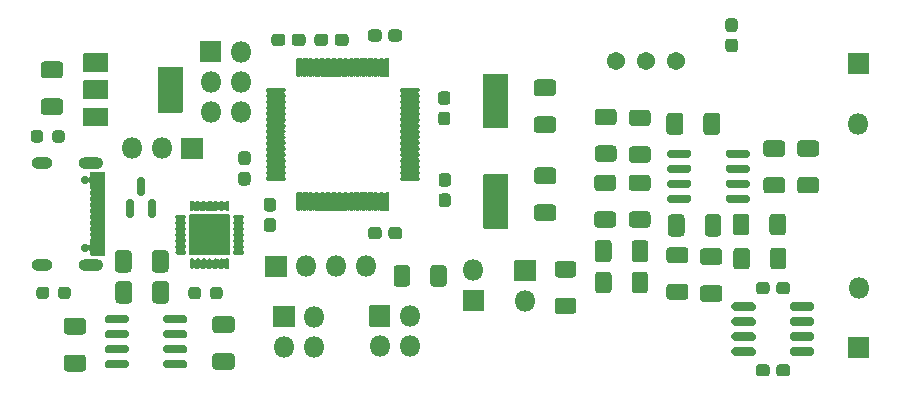
<source format=gbr>
G04 #@! TF.GenerationSoftware,KiCad,Pcbnew,(6.0.0)*
G04 #@! TF.CreationDate,2023-01-21T18:13:16+03:00*
G04 #@! TF.ProjectId,im_converter,696d5f63-6f6e-4766-9572-7465722e6b69,rev?*
G04 #@! TF.SameCoordinates,Original*
G04 #@! TF.FileFunction,Soldermask,Top*
G04 #@! TF.FilePolarity,Negative*
%FSLAX46Y46*%
G04 Gerber Fmt 4.6, Leading zero omitted, Abs format (unit mm)*
G04 Created by KiCad (PCBNEW (6.0.0)) date 2023-01-21 18:13:16*
%MOMM*%
%LPD*%
G01*
G04 APERTURE LIST*
%ADD10O,1.802000X1.802000*%
%ADD11C,0.702000*%
%ADD12O,1.802000X1.002000*%
%ADD13O,2.102000X1.002000*%
%ADD14C,1.542000*%
G04 APERTURE END LIST*
G36*
G01*
X129370000Y-135099000D02*
X131070000Y-135099000D01*
G75*
G02*
X131121000Y-135150000I0J-51000D01*
G01*
X131121000Y-136850000D01*
G75*
G02*
X131070000Y-136901000I-51000J0D01*
G01*
X129370000Y-136901000D01*
G75*
G02*
X129319000Y-136850000I0J51000D01*
G01*
X129319000Y-135150000D01*
G75*
G02*
X129370000Y-135099000I51000J0D01*
G01*
G37*
D10*
X127680000Y-136000000D03*
X125140000Y-136000000D03*
G36*
G01*
X159460000Y-137604000D02*
X160760000Y-137604000D01*
G75*
G02*
X161061000Y-137905000I0J-301000D01*
G01*
X161061000Y-138730000D01*
G75*
G02*
X160760000Y-139031000I-301000J0D01*
G01*
X159460000Y-139031000D01*
G75*
G02*
X159159000Y-138730000I0J301000D01*
G01*
X159159000Y-137905000D01*
G75*
G02*
X159460000Y-137604000I301000J0D01*
G01*
G37*
G36*
G01*
X159460000Y-140729000D02*
X160760000Y-140729000D01*
G75*
G02*
X161061000Y-141030000I0J-301000D01*
G01*
X161061000Y-141855000D01*
G75*
G02*
X160760000Y-142156000I-301000J0D01*
G01*
X159460000Y-142156000D01*
G75*
G02*
X159159000Y-141855000I0J301000D01*
G01*
X159159000Y-141030000D01*
G75*
G02*
X159460000Y-140729000I301000J0D01*
G01*
G37*
G36*
G01*
X119650000Y-150334000D02*
X120950000Y-150334000D01*
G75*
G02*
X121251000Y-150635000I0J-301000D01*
G01*
X121251000Y-151460000D01*
G75*
G02*
X120950000Y-151761000I-301000J0D01*
G01*
X119650000Y-151761000D01*
G75*
G02*
X119349000Y-151460000I0J301000D01*
G01*
X119349000Y-150635000D01*
G75*
G02*
X119650000Y-150334000I301000J0D01*
G01*
G37*
G36*
G01*
X119650000Y-153459000D02*
X120950000Y-153459000D01*
G75*
G02*
X121251000Y-153760000I0J-301000D01*
G01*
X121251000Y-154585000D01*
G75*
G02*
X120950000Y-154886000I-301000J0D01*
G01*
X119650000Y-154886000D01*
G75*
G02*
X119349000Y-154585000I0J301000D01*
G01*
X119349000Y-153760000D01*
G75*
G02*
X119650000Y-153459000I301000J0D01*
G01*
G37*
G36*
G01*
X170484000Y-143170000D02*
X170484000Y-141870000D01*
G75*
G02*
X170785000Y-141569000I301000J0D01*
G01*
X171610000Y-141569000D01*
G75*
G02*
X171911000Y-141870000I0J-301000D01*
G01*
X171911000Y-143170000D01*
G75*
G02*
X171610000Y-143471000I-301000J0D01*
G01*
X170785000Y-143471000D01*
G75*
G02*
X170484000Y-143170000I0J301000D01*
G01*
G37*
G36*
G01*
X173609000Y-143170000D02*
X173609000Y-141870000D01*
G75*
G02*
X173910000Y-141569000I301000J0D01*
G01*
X174735000Y-141569000D01*
G75*
G02*
X175036000Y-141870000I0J-301000D01*
G01*
X175036000Y-143170000D01*
G75*
G02*
X174735000Y-143471000I-301000J0D01*
G01*
X173910000Y-143471000D01*
G75*
G02*
X173609000Y-143170000I0J301000D01*
G01*
G37*
G36*
G01*
X132220000Y-150204000D02*
X133520000Y-150204000D01*
G75*
G02*
X133821000Y-150505000I0J-301000D01*
G01*
X133821000Y-151330000D01*
G75*
G02*
X133520000Y-151631000I-301000J0D01*
G01*
X132220000Y-151631000D01*
G75*
G02*
X131919000Y-151330000I0J301000D01*
G01*
X131919000Y-150505000D01*
G75*
G02*
X132220000Y-150204000I301000J0D01*
G01*
G37*
G36*
G01*
X132220000Y-153329000D02*
X133520000Y-153329000D01*
G75*
G02*
X133821000Y-153630000I0J-301000D01*
G01*
X133821000Y-154455000D01*
G75*
G02*
X133520000Y-154756000I-301000J0D01*
G01*
X132220000Y-154756000D01*
G75*
G02*
X131919000Y-154455000I0J301000D01*
G01*
X131919000Y-153630000D01*
G75*
G02*
X132220000Y-153329000I301000J0D01*
G01*
G37*
G36*
G01*
X170381500Y-134570000D02*
X170381500Y-133270000D01*
G75*
G02*
X170682500Y-132969000I301000J0D01*
G01*
X171507500Y-132969000D01*
G75*
G02*
X171808500Y-133270000I0J-301000D01*
G01*
X171808500Y-134570000D01*
G75*
G02*
X171507500Y-134871000I-301000J0D01*
G01*
X170682500Y-134871000D01*
G75*
G02*
X170381500Y-134570000I0J301000D01*
G01*
G37*
G36*
G01*
X173506500Y-134570000D02*
X173506500Y-133270000D01*
G75*
G02*
X173807500Y-132969000I301000J0D01*
G01*
X174632500Y-132969000D01*
G75*
G02*
X174933500Y-133270000I0J-301000D01*
G01*
X174933500Y-134570000D01*
G75*
G02*
X174632500Y-134871000I-301000J0D01*
G01*
X173807500Y-134871000D01*
G75*
G02*
X173506500Y-134570000I0J301000D01*
G01*
G37*
G36*
G01*
X160740000Y-134706000D02*
X159440000Y-134706000D01*
G75*
G02*
X159139000Y-134405000I0J301000D01*
G01*
X159139000Y-133580000D01*
G75*
G02*
X159440000Y-133279000I301000J0D01*
G01*
X160740000Y-133279000D01*
G75*
G02*
X161041000Y-133580000I0J-301000D01*
G01*
X161041000Y-134405000D01*
G75*
G02*
X160740000Y-134706000I-301000J0D01*
G01*
G37*
G36*
G01*
X160740000Y-131581000D02*
X159440000Y-131581000D01*
G75*
G02*
X159139000Y-131280000I0J301000D01*
G01*
X159139000Y-130455000D01*
G75*
G02*
X159440000Y-130154000I301000J0D01*
G01*
X160740000Y-130154000D01*
G75*
G02*
X161041000Y-130455000I0J-301000D01*
G01*
X161041000Y-131280000D01*
G75*
G02*
X160740000Y-131581000I-301000J0D01*
G01*
G37*
G36*
G01*
X117700000Y-128634000D02*
X119000000Y-128634000D01*
G75*
G02*
X119301000Y-128935000I0J-301000D01*
G01*
X119301000Y-129760000D01*
G75*
G02*
X119000000Y-130061000I-301000J0D01*
G01*
X117700000Y-130061000D01*
G75*
G02*
X117399000Y-129760000I0J301000D01*
G01*
X117399000Y-128935000D01*
G75*
G02*
X117700000Y-128634000I301000J0D01*
G01*
G37*
G36*
G01*
X117700000Y-131759000D02*
X119000000Y-131759000D01*
G75*
G02*
X119301000Y-132060000I0J-301000D01*
G01*
X119301000Y-132885000D01*
G75*
G02*
X119000000Y-133186000I-301000J0D01*
G01*
X117700000Y-133186000D01*
G75*
G02*
X117399000Y-132885000I0J301000D01*
G01*
X117399000Y-132060000D01*
G75*
G02*
X117700000Y-131759000I301000J0D01*
G01*
G37*
G36*
G01*
X123716500Y-148830000D02*
X123716500Y-147530000D01*
G75*
G02*
X124017500Y-147229000I301000J0D01*
G01*
X124842500Y-147229000D01*
G75*
G02*
X125143500Y-147530000I0J-301000D01*
G01*
X125143500Y-148830000D01*
G75*
G02*
X124842500Y-149131000I-301000J0D01*
G01*
X124017500Y-149131000D01*
G75*
G02*
X123716500Y-148830000I0J301000D01*
G01*
G37*
G36*
G01*
X126841500Y-148830000D02*
X126841500Y-147530000D01*
G75*
G02*
X127142500Y-147229000I301000J0D01*
G01*
X127967500Y-147229000D01*
G75*
G02*
X128268500Y-147530000I0J-301000D01*
G01*
X128268500Y-148830000D01*
G75*
G02*
X127967500Y-149131000I-301000J0D01*
G01*
X127142500Y-149131000D01*
G75*
G02*
X126841500Y-148830000I0J301000D01*
G01*
G37*
G36*
G01*
X123676500Y-146210000D02*
X123676500Y-144910000D01*
G75*
G02*
X123977500Y-144609000I301000J0D01*
G01*
X124802500Y-144609000D01*
G75*
G02*
X125103500Y-144910000I0J-301000D01*
G01*
X125103500Y-146210000D01*
G75*
G02*
X124802500Y-146511000I-301000J0D01*
G01*
X123977500Y-146511000D01*
G75*
G02*
X123676500Y-146210000I0J301000D01*
G01*
G37*
G36*
G01*
X126801500Y-146210000D02*
X126801500Y-144910000D01*
G75*
G02*
X127102500Y-144609000I301000J0D01*
G01*
X127927500Y-144609000D01*
G75*
G02*
X128228500Y-144910000I0J-301000D01*
G01*
X128228500Y-146210000D01*
G75*
G02*
X127927500Y-146511000I-301000J0D01*
G01*
X127102500Y-146511000D01*
G75*
G02*
X126801500Y-146210000I0J301000D01*
G01*
G37*
G36*
G01*
X168858500Y-144040000D02*
X168858500Y-145340000D01*
G75*
G02*
X168557500Y-145641000I-301000J0D01*
G01*
X167732500Y-145641000D01*
G75*
G02*
X167431500Y-145340000I0J301000D01*
G01*
X167431500Y-144040000D01*
G75*
G02*
X167732500Y-143739000I301000J0D01*
G01*
X168557500Y-143739000D01*
G75*
G02*
X168858500Y-144040000I0J-301000D01*
G01*
G37*
G36*
G01*
X165733500Y-144040000D02*
X165733500Y-145340000D01*
G75*
G02*
X165432500Y-145641000I-301000J0D01*
G01*
X164607500Y-145641000D01*
G75*
G02*
X164306500Y-145340000I0J301000D01*
G01*
X164306500Y-144040000D01*
G75*
G02*
X164607500Y-143739000I301000J0D01*
G01*
X165432500Y-143739000D01*
G75*
G02*
X165733500Y-144040000I0J-301000D01*
G01*
G37*
G36*
G01*
X173520000Y-144446500D02*
X174820000Y-144446500D01*
G75*
G02*
X175121000Y-144747500I0J-301000D01*
G01*
X175121000Y-145572500D01*
G75*
G02*
X174820000Y-145873500I-301000J0D01*
G01*
X173520000Y-145873500D01*
G75*
G02*
X173219000Y-145572500I0J301000D01*
G01*
X173219000Y-144747500D01*
G75*
G02*
X173520000Y-144446500I301000J0D01*
G01*
G37*
G36*
G01*
X173520000Y-147571500D02*
X174820000Y-147571500D01*
G75*
G02*
X175121000Y-147872500I0J-301000D01*
G01*
X175121000Y-148697500D01*
G75*
G02*
X174820000Y-148998500I-301000J0D01*
G01*
X173520000Y-148998500D01*
G75*
G02*
X173219000Y-148697500I0J301000D01*
G01*
X173219000Y-147872500D01*
G75*
G02*
X173520000Y-147571500I301000J0D01*
G01*
G37*
G36*
G01*
X125100000Y-141866000D02*
X124800000Y-141866000D01*
G75*
G02*
X124599000Y-141665000I0J201000D01*
G01*
X124599000Y-140490000D01*
G75*
G02*
X124800000Y-140289000I201000J0D01*
G01*
X125100000Y-140289000D01*
G75*
G02*
X125301000Y-140490000I0J-201000D01*
G01*
X125301000Y-141665000D01*
G75*
G02*
X125100000Y-141866000I-201000J0D01*
G01*
G37*
G36*
G01*
X127000000Y-141866000D02*
X126700000Y-141866000D01*
G75*
G02*
X126499000Y-141665000I0J201000D01*
G01*
X126499000Y-140490000D01*
G75*
G02*
X126700000Y-140289000I201000J0D01*
G01*
X127000000Y-140289000D01*
G75*
G02*
X127201000Y-140490000I0J-201000D01*
G01*
X127201000Y-141665000D01*
G75*
G02*
X127000000Y-141866000I-201000J0D01*
G01*
G37*
G36*
G01*
X126050000Y-139991000D02*
X125750000Y-139991000D01*
G75*
G02*
X125549000Y-139790000I0J201000D01*
G01*
X125549000Y-138615000D01*
G75*
G02*
X125750000Y-138414000I201000J0D01*
G01*
X126050000Y-138414000D01*
G75*
G02*
X126251000Y-138615000I0J-201000D01*
G01*
X126251000Y-139790000D01*
G75*
G02*
X126050000Y-139991000I-201000J0D01*
G01*
G37*
G36*
G01*
X154921000Y-148020000D02*
X154921000Y-149720000D01*
G75*
G02*
X154870000Y-149771000I-51000J0D01*
G01*
X153170000Y-149771000D01*
G75*
G02*
X153119000Y-149720000I0J51000D01*
G01*
X153119000Y-148020000D01*
G75*
G02*
X153170000Y-147969000I51000J0D01*
G01*
X154870000Y-147969000D01*
G75*
G02*
X154921000Y-148020000I0J-51000D01*
G01*
G37*
X154020000Y-146330000D03*
G36*
G01*
X157509000Y-147200000D02*
X157509000Y-145500000D01*
G75*
G02*
X157560000Y-145449000I51000J0D01*
G01*
X159260000Y-145449000D01*
G75*
G02*
X159311000Y-145500000I0J-51000D01*
G01*
X159311000Y-147200000D01*
G75*
G02*
X159260000Y-147251000I-51000J0D01*
G01*
X157560000Y-147251000D01*
G75*
G02*
X157509000Y-147200000I0J51000D01*
G01*
G37*
X158410000Y-148890000D03*
G36*
G01*
X185719000Y-129670000D02*
X185719000Y-127970000D01*
G75*
G02*
X185770000Y-127919000I51000J0D01*
G01*
X187470000Y-127919000D01*
G75*
G02*
X187521000Y-127970000I0J-51000D01*
G01*
X187521000Y-129670000D01*
G75*
G02*
X187470000Y-129721000I-51000J0D01*
G01*
X185770000Y-129721000D01*
G75*
G02*
X185719000Y-129670000I0J51000D01*
G01*
G37*
X186620000Y-133900000D03*
G36*
G01*
X187571000Y-152020000D02*
X187571000Y-153720000D01*
G75*
G02*
X187520000Y-153771000I-51000J0D01*
G01*
X185820000Y-153771000D01*
G75*
G02*
X185769000Y-153720000I0J51000D01*
G01*
X185769000Y-152020000D01*
G75*
G02*
X185820000Y-151969000I51000J0D01*
G01*
X187520000Y-151969000D01*
G75*
G02*
X187571000Y-152020000I0J-51000D01*
G01*
G37*
X186670000Y-147790000D03*
G36*
G01*
X137099000Y-151090000D02*
X137099000Y-149390000D01*
G75*
G02*
X137150000Y-149339000I51000J0D01*
G01*
X138850000Y-149339000D01*
G75*
G02*
X138901000Y-149390000I0J-51000D01*
G01*
X138901000Y-151090000D01*
G75*
G02*
X138850000Y-151141000I-51000J0D01*
G01*
X137150000Y-151141000D01*
G75*
G02*
X137099000Y-151090000I0J51000D01*
G01*
G37*
X140540000Y-150240000D03*
X138000000Y-152780000D03*
X140540000Y-152780000D03*
G36*
G01*
X145209000Y-151040000D02*
X145209000Y-149340000D01*
G75*
G02*
X145260000Y-149289000I51000J0D01*
G01*
X146960000Y-149289000D01*
G75*
G02*
X147011000Y-149340000I0J-51000D01*
G01*
X147011000Y-151040000D01*
G75*
G02*
X146960000Y-151091000I-51000J0D01*
G01*
X145260000Y-151091000D01*
G75*
G02*
X145209000Y-151040000I0J51000D01*
G01*
G37*
X148650000Y-150190000D03*
X146110000Y-152730000D03*
X148650000Y-152730000D03*
G36*
G01*
X130899000Y-128650000D02*
X130899000Y-126950000D01*
G75*
G02*
X130950000Y-126899000I51000J0D01*
G01*
X132650000Y-126899000D01*
G75*
G02*
X132701000Y-126950000I0J-51000D01*
G01*
X132701000Y-128650000D01*
G75*
G02*
X132650000Y-128701000I-51000J0D01*
G01*
X130950000Y-128701000D01*
G75*
G02*
X130899000Y-128650000I0J51000D01*
G01*
G37*
X134340000Y-127800000D03*
X131800000Y-130340000D03*
X134340000Y-130340000D03*
X131800000Y-132880000D03*
X134340000Y-132880000D03*
G36*
G01*
X138170000Y-146891000D02*
X136470000Y-146891000D01*
G75*
G02*
X136419000Y-146840000I0J51000D01*
G01*
X136419000Y-145140000D01*
G75*
G02*
X136470000Y-145089000I51000J0D01*
G01*
X138170000Y-145089000D01*
G75*
G02*
X138221000Y-145140000I0J-51000D01*
G01*
X138221000Y-146840000D01*
G75*
G02*
X138170000Y-146891000I-51000J0D01*
G01*
G37*
X139860000Y-145990000D03*
X142400000Y-145990000D03*
X144940000Y-145990000D03*
D11*
X121180000Y-138650000D03*
X121180000Y-144430000D03*
G36*
G01*
X121660000Y-137989000D02*
X122820000Y-137989000D01*
G75*
G02*
X122871000Y-138040000I0J-51000D01*
G01*
X122871000Y-138640000D01*
G75*
G02*
X122820000Y-138691000I-51000J0D01*
G01*
X121660000Y-138691000D01*
G75*
G02*
X121609000Y-138640000I0J51000D01*
G01*
X121609000Y-138040000D01*
G75*
G02*
X121660000Y-137989000I51000J0D01*
G01*
G37*
G36*
G01*
X121660000Y-138789000D02*
X122820000Y-138789000D01*
G75*
G02*
X122871000Y-138840000I0J-51000D01*
G01*
X122871000Y-139440000D01*
G75*
G02*
X122820000Y-139491000I-51000J0D01*
G01*
X121660000Y-139491000D01*
G75*
G02*
X121609000Y-139440000I0J51000D01*
G01*
X121609000Y-138840000D01*
G75*
G02*
X121660000Y-138789000I51000J0D01*
G01*
G37*
G36*
G01*
X122820000Y-140491000D02*
X121660000Y-140491000D01*
G75*
G02*
X121609000Y-140440000I0J51000D01*
G01*
X121609000Y-140140000D01*
G75*
G02*
X121660000Y-140089000I51000J0D01*
G01*
X122820000Y-140089000D01*
G75*
G02*
X122871000Y-140140000I0J-51000D01*
G01*
X122871000Y-140440000D01*
G75*
G02*
X122820000Y-140491000I-51000J0D01*
G01*
G37*
G36*
G01*
X122820000Y-141491000D02*
X121660000Y-141491000D01*
G75*
G02*
X121609000Y-141440000I0J51000D01*
G01*
X121609000Y-141140000D01*
G75*
G02*
X121660000Y-141089000I51000J0D01*
G01*
X122820000Y-141089000D01*
G75*
G02*
X122871000Y-141140000I0J-51000D01*
G01*
X122871000Y-141440000D01*
G75*
G02*
X122820000Y-141491000I-51000J0D01*
G01*
G37*
G36*
G01*
X122820000Y-141991000D02*
X121660000Y-141991000D01*
G75*
G02*
X121609000Y-141940000I0J51000D01*
G01*
X121609000Y-141640000D01*
G75*
G02*
X121660000Y-141589000I51000J0D01*
G01*
X122820000Y-141589000D01*
G75*
G02*
X122871000Y-141640000I0J-51000D01*
G01*
X122871000Y-141940000D01*
G75*
G02*
X122820000Y-141991000I-51000J0D01*
G01*
G37*
G36*
G01*
X122820000Y-142991000D02*
X121660000Y-142991000D01*
G75*
G02*
X121609000Y-142940000I0J51000D01*
G01*
X121609000Y-142640000D01*
G75*
G02*
X121660000Y-142589000I51000J0D01*
G01*
X122820000Y-142589000D01*
G75*
G02*
X122871000Y-142640000I0J-51000D01*
G01*
X122871000Y-142940000D01*
G75*
G02*
X122820000Y-142991000I-51000J0D01*
G01*
G37*
G36*
G01*
X121660000Y-143589000D02*
X122820000Y-143589000D01*
G75*
G02*
X122871000Y-143640000I0J-51000D01*
G01*
X122871000Y-144240000D01*
G75*
G02*
X122820000Y-144291000I-51000J0D01*
G01*
X121660000Y-144291000D01*
G75*
G02*
X121609000Y-144240000I0J51000D01*
G01*
X121609000Y-143640000D01*
G75*
G02*
X121660000Y-143589000I51000J0D01*
G01*
G37*
G36*
G01*
X121660000Y-144389000D02*
X122820000Y-144389000D01*
G75*
G02*
X122871000Y-144440000I0J-51000D01*
G01*
X122871000Y-145040000D01*
G75*
G02*
X122820000Y-145091000I-51000J0D01*
G01*
X121660000Y-145091000D01*
G75*
G02*
X121609000Y-145040000I0J51000D01*
G01*
X121609000Y-144440000D01*
G75*
G02*
X121660000Y-144389000I51000J0D01*
G01*
G37*
G36*
G01*
X121660000Y-144389000D02*
X122820000Y-144389000D01*
G75*
G02*
X122871000Y-144440000I0J-51000D01*
G01*
X122871000Y-145040000D01*
G75*
G02*
X122820000Y-145091000I-51000J0D01*
G01*
X121660000Y-145091000D01*
G75*
G02*
X121609000Y-145040000I0J51000D01*
G01*
X121609000Y-144440000D01*
G75*
G02*
X121660000Y-144389000I51000J0D01*
G01*
G37*
G36*
G01*
X121660000Y-143589000D02*
X122820000Y-143589000D01*
G75*
G02*
X122871000Y-143640000I0J-51000D01*
G01*
X122871000Y-144240000D01*
G75*
G02*
X122820000Y-144291000I-51000J0D01*
G01*
X121660000Y-144291000D01*
G75*
G02*
X121609000Y-144240000I0J51000D01*
G01*
X121609000Y-143640000D01*
G75*
G02*
X121660000Y-143589000I51000J0D01*
G01*
G37*
G36*
G01*
X122820000Y-143491000D02*
X121660000Y-143491000D01*
G75*
G02*
X121609000Y-143440000I0J51000D01*
G01*
X121609000Y-143140000D01*
G75*
G02*
X121660000Y-143089000I51000J0D01*
G01*
X122820000Y-143089000D01*
G75*
G02*
X122871000Y-143140000I0J-51000D01*
G01*
X122871000Y-143440000D01*
G75*
G02*
X122820000Y-143491000I-51000J0D01*
G01*
G37*
G36*
G01*
X122820000Y-142491000D02*
X121660000Y-142491000D01*
G75*
G02*
X121609000Y-142440000I0J51000D01*
G01*
X121609000Y-142140000D01*
G75*
G02*
X121660000Y-142089000I51000J0D01*
G01*
X122820000Y-142089000D01*
G75*
G02*
X122871000Y-142140000I0J-51000D01*
G01*
X122871000Y-142440000D01*
G75*
G02*
X122820000Y-142491000I-51000J0D01*
G01*
G37*
G36*
G01*
X122820000Y-140991000D02*
X121660000Y-140991000D01*
G75*
G02*
X121609000Y-140940000I0J51000D01*
G01*
X121609000Y-140640000D01*
G75*
G02*
X121660000Y-140589000I51000J0D01*
G01*
X122820000Y-140589000D01*
G75*
G02*
X122871000Y-140640000I0J-51000D01*
G01*
X122871000Y-140940000D01*
G75*
G02*
X122820000Y-140991000I-51000J0D01*
G01*
G37*
G36*
G01*
X122820000Y-139991000D02*
X121660000Y-139991000D01*
G75*
G02*
X121609000Y-139940000I0J51000D01*
G01*
X121609000Y-139640000D01*
G75*
G02*
X121660000Y-139589000I51000J0D01*
G01*
X122820000Y-139589000D01*
G75*
G02*
X122871000Y-139640000I0J-51000D01*
G01*
X122871000Y-139940000D01*
G75*
G02*
X122820000Y-139991000I-51000J0D01*
G01*
G37*
G36*
G01*
X121660000Y-138789000D02*
X122820000Y-138789000D01*
G75*
G02*
X122871000Y-138840000I0J-51000D01*
G01*
X122871000Y-139440000D01*
G75*
G02*
X122820000Y-139491000I-51000J0D01*
G01*
X121660000Y-139491000D01*
G75*
G02*
X121609000Y-139440000I0J51000D01*
G01*
X121609000Y-138840000D01*
G75*
G02*
X121660000Y-138789000I51000J0D01*
G01*
G37*
G36*
G01*
X121660000Y-137989000D02*
X122820000Y-137989000D01*
G75*
G02*
X122871000Y-138040000I0J-51000D01*
G01*
X122871000Y-138640000D01*
G75*
G02*
X122820000Y-138691000I-51000J0D01*
G01*
X121660000Y-138691000D01*
G75*
G02*
X121609000Y-138640000I0J51000D01*
G01*
X121609000Y-138040000D01*
G75*
G02*
X121660000Y-137989000I51000J0D01*
G01*
G37*
D12*
X117490000Y-145860000D03*
D13*
X121660000Y-145860000D03*
D12*
X117490000Y-137220000D03*
D13*
X121660000Y-137220000D03*
G36*
G01*
X167485000Y-138216500D02*
X168735000Y-138216500D01*
G75*
G02*
X169036000Y-138517500I0J-301000D01*
G01*
X169036000Y-139317500D01*
G75*
G02*
X168735000Y-139618500I-301000J0D01*
G01*
X167485000Y-139618500D01*
G75*
G02*
X167184000Y-139317500I0J301000D01*
G01*
X167184000Y-138517500D01*
G75*
G02*
X167485000Y-138216500I301000J0D01*
G01*
G37*
G36*
G01*
X167485000Y-141316500D02*
X168735000Y-141316500D01*
G75*
G02*
X169036000Y-141617500I0J-301000D01*
G01*
X169036000Y-142417500D01*
G75*
G02*
X168735000Y-142718500I-301000J0D01*
G01*
X167485000Y-142718500D01*
G75*
G02*
X167184000Y-142417500I0J301000D01*
G01*
X167184000Y-141617500D01*
G75*
G02*
X167485000Y-141316500I301000J0D01*
G01*
G37*
G36*
G01*
X180491000Y-141815000D02*
X180491000Y-143065000D01*
G75*
G02*
X180190000Y-143366000I-301000J0D01*
G01*
X179390000Y-143366000D01*
G75*
G02*
X179089000Y-143065000I0J301000D01*
G01*
X179089000Y-141815000D01*
G75*
G02*
X179390000Y-141514000I301000J0D01*
G01*
X180190000Y-141514000D01*
G75*
G02*
X180491000Y-141815000I0J-301000D01*
G01*
G37*
G36*
G01*
X177391000Y-141815000D02*
X177391000Y-143065000D01*
G75*
G02*
X177090000Y-143366000I-301000J0D01*
G01*
X176290000Y-143366000D01*
G75*
G02*
X175989000Y-143065000I0J301000D01*
G01*
X175989000Y-141815000D01*
G75*
G02*
X176290000Y-141514000I301000J0D01*
G01*
X177090000Y-141514000D01*
G75*
G02*
X177391000Y-141815000I0J-301000D01*
G01*
G37*
G36*
G01*
X165815000Y-142718500D02*
X164565000Y-142718500D01*
G75*
G02*
X164264000Y-142417500I0J301000D01*
G01*
X164264000Y-141617500D01*
G75*
G02*
X164565000Y-141316500I301000J0D01*
G01*
X165815000Y-141316500D01*
G75*
G02*
X166116000Y-141617500I0J-301000D01*
G01*
X166116000Y-142417500D01*
G75*
G02*
X165815000Y-142718500I-301000J0D01*
G01*
G37*
G36*
G01*
X165815000Y-139618500D02*
X164565000Y-139618500D01*
G75*
G02*
X164264000Y-139317500I0J301000D01*
G01*
X164264000Y-138517500D01*
G75*
G02*
X164565000Y-138216500I301000J0D01*
G01*
X165815000Y-138216500D01*
G75*
G02*
X166116000Y-138517500I0J-301000D01*
G01*
X166116000Y-139317500D01*
G75*
G02*
X165815000Y-139618500I-301000J0D01*
G01*
G37*
G36*
G01*
X176036500Y-145945000D02*
X176036500Y-144695000D01*
G75*
G02*
X176337500Y-144394000I301000J0D01*
G01*
X177137500Y-144394000D01*
G75*
G02*
X177438500Y-144695000I0J-301000D01*
G01*
X177438500Y-145945000D01*
G75*
G02*
X177137500Y-146246000I-301000J0D01*
G01*
X176337500Y-146246000D01*
G75*
G02*
X176036500Y-145945000I0J301000D01*
G01*
G37*
G36*
G01*
X179136500Y-145945000D02*
X179136500Y-144695000D01*
G75*
G02*
X179437500Y-144394000I301000J0D01*
G01*
X180237500Y-144394000D01*
G75*
G02*
X180538500Y-144695000I0J-301000D01*
G01*
X180538500Y-145945000D01*
G75*
G02*
X180237500Y-146246000I-301000J0D01*
G01*
X179437500Y-146246000D01*
G75*
G02*
X179136500Y-145945000I0J301000D01*
G01*
G37*
G36*
G01*
X168745000Y-137221000D02*
X167495000Y-137221000D01*
G75*
G02*
X167194000Y-136920000I0J301000D01*
G01*
X167194000Y-136120000D01*
G75*
G02*
X167495000Y-135819000I301000J0D01*
G01*
X168745000Y-135819000D01*
G75*
G02*
X169046000Y-136120000I0J-301000D01*
G01*
X169046000Y-136920000D01*
G75*
G02*
X168745000Y-137221000I-301000J0D01*
G01*
G37*
G36*
G01*
X168745000Y-134121000D02*
X167495000Y-134121000D01*
G75*
G02*
X167194000Y-133820000I0J301000D01*
G01*
X167194000Y-133020000D01*
G75*
G02*
X167495000Y-132719000I301000J0D01*
G01*
X168745000Y-132719000D01*
G75*
G02*
X169046000Y-133020000I0J-301000D01*
G01*
X169046000Y-133820000D01*
G75*
G02*
X168745000Y-134121000I-301000J0D01*
G01*
G37*
G36*
G01*
X180135000Y-139813500D02*
X178885000Y-139813500D01*
G75*
G02*
X178584000Y-139512500I0J301000D01*
G01*
X178584000Y-138712500D01*
G75*
G02*
X178885000Y-138411500I301000J0D01*
G01*
X180135000Y-138411500D01*
G75*
G02*
X180436000Y-138712500I0J-301000D01*
G01*
X180436000Y-139512500D01*
G75*
G02*
X180135000Y-139813500I-301000J0D01*
G01*
G37*
G36*
G01*
X180135000Y-136713500D02*
X178885000Y-136713500D01*
G75*
G02*
X178584000Y-136412500I0J301000D01*
G01*
X178584000Y-135612500D01*
G75*
G02*
X178885000Y-135311500I301000J0D01*
G01*
X180135000Y-135311500D01*
G75*
G02*
X180436000Y-135612500I0J-301000D01*
G01*
X180436000Y-136412500D01*
G75*
G02*
X180135000Y-136713500I-301000J0D01*
G01*
G37*
G36*
G01*
X164605000Y-132641500D02*
X165855000Y-132641500D01*
G75*
G02*
X166156000Y-132942500I0J-301000D01*
G01*
X166156000Y-133742500D01*
G75*
G02*
X165855000Y-134043500I-301000J0D01*
G01*
X164605000Y-134043500D01*
G75*
G02*
X164304000Y-133742500I0J301000D01*
G01*
X164304000Y-132942500D01*
G75*
G02*
X164605000Y-132641500I301000J0D01*
G01*
G37*
G36*
G01*
X164605000Y-135741500D02*
X165855000Y-135741500D01*
G75*
G02*
X166156000Y-136042500I0J-301000D01*
G01*
X166156000Y-136842500D01*
G75*
G02*
X165855000Y-137143500I-301000J0D01*
G01*
X164605000Y-137143500D01*
G75*
G02*
X164304000Y-136842500I0J301000D01*
G01*
X164304000Y-136042500D01*
G75*
G02*
X164605000Y-135741500I301000J0D01*
G01*
G37*
G36*
G01*
X181755000Y-135309000D02*
X183005000Y-135309000D01*
G75*
G02*
X183306000Y-135610000I0J-301000D01*
G01*
X183306000Y-136410000D01*
G75*
G02*
X183005000Y-136711000I-301000J0D01*
G01*
X181755000Y-136711000D01*
G75*
G02*
X181454000Y-136410000I0J301000D01*
G01*
X181454000Y-135610000D01*
G75*
G02*
X181755000Y-135309000I301000J0D01*
G01*
G37*
G36*
G01*
X181755000Y-138409000D02*
X183005000Y-138409000D01*
G75*
G02*
X183306000Y-138710000I0J-301000D01*
G01*
X183306000Y-139510000D01*
G75*
G02*
X183005000Y-139811000I-301000J0D01*
G01*
X181755000Y-139811000D01*
G75*
G02*
X181454000Y-139510000I0J301000D01*
G01*
X181454000Y-138710000D01*
G75*
G02*
X181755000Y-138409000I301000J0D01*
G01*
G37*
G36*
G01*
X147271500Y-147415000D02*
X147271500Y-146165000D01*
G75*
G02*
X147572500Y-145864000I301000J0D01*
G01*
X148372500Y-145864000D01*
G75*
G02*
X148673500Y-146165000I0J-301000D01*
G01*
X148673500Y-147415000D01*
G75*
G02*
X148372500Y-147716000I-301000J0D01*
G01*
X147572500Y-147716000D01*
G75*
G02*
X147271500Y-147415000I0J301000D01*
G01*
G37*
G36*
G01*
X150371500Y-147415000D02*
X150371500Y-146165000D01*
G75*
G02*
X150672500Y-145864000I301000J0D01*
G01*
X151472500Y-145864000D01*
G75*
G02*
X151773500Y-146165000I0J-301000D01*
G01*
X151773500Y-147415000D01*
G75*
G02*
X151472500Y-147716000I-301000J0D01*
G01*
X150672500Y-147716000D01*
G75*
G02*
X150371500Y-147415000I0J301000D01*
G01*
G37*
G36*
G01*
X161205000Y-145529000D02*
X162455000Y-145529000D01*
G75*
G02*
X162756000Y-145830000I0J-301000D01*
G01*
X162756000Y-146630000D01*
G75*
G02*
X162455000Y-146931000I-301000J0D01*
G01*
X161205000Y-146931000D01*
G75*
G02*
X160904000Y-146630000I0J301000D01*
G01*
X160904000Y-145830000D01*
G75*
G02*
X161205000Y-145529000I301000J0D01*
G01*
G37*
G36*
G01*
X161205000Y-148629000D02*
X162455000Y-148629000D01*
G75*
G02*
X162756000Y-148930000I0J-301000D01*
G01*
X162756000Y-149730000D01*
G75*
G02*
X162455000Y-150031000I-301000J0D01*
G01*
X161205000Y-150031000D01*
G75*
G02*
X160904000Y-149730000I0J301000D01*
G01*
X160904000Y-148930000D01*
G75*
G02*
X161205000Y-148629000I301000J0D01*
G01*
G37*
G36*
G01*
X168833500Y-146725000D02*
X168833500Y-147975000D01*
G75*
G02*
X168532500Y-148276000I-301000J0D01*
G01*
X167732500Y-148276000D01*
G75*
G02*
X167431500Y-147975000I0J301000D01*
G01*
X167431500Y-146725000D01*
G75*
G02*
X167732500Y-146424000I301000J0D01*
G01*
X168532500Y-146424000D01*
G75*
G02*
X168833500Y-146725000I0J-301000D01*
G01*
G37*
G36*
G01*
X165733500Y-146725000D02*
X165733500Y-147975000D01*
G75*
G02*
X165432500Y-148276000I-301000J0D01*
G01*
X164632500Y-148276000D01*
G75*
G02*
X164331500Y-147975000I0J301000D01*
G01*
X164331500Y-146725000D01*
G75*
G02*
X164632500Y-146424000I301000J0D01*
G01*
X165432500Y-146424000D01*
G75*
G02*
X165733500Y-146725000I0J-301000D01*
G01*
G37*
G36*
G01*
X170685000Y-144336500D02*
X171935000Y-144336500D01*
G75*
G02*
X172236000Y-144637500I0J-301000D01*
G01*
X172236000Y-145437500D01*
G75*
G02*
X171935000Y-145738500I-301000J0D01*
G01*
X170685000Y-145738500D01*
G75*
G02*
X170384000Y-145437500I0J301000D01*
G01*
X170384000Y-144637500D01*
G75*
G02*
X170685000Y-144336500I301000J0D01*
G01*
G37*
G36*
G01*
X170685000Y-147436500D02*
X171935000Y-147436500D01*
G75*
G02*
X172236000Y-147737500I0J-301000D01*
G01*
X172236000Y-148537500D01*
G75*
G02*
X171935000Y-148838500I-301000J0D01*
G01*
X170685000Y-148838500D01*
G75*
G02*
X170384000Y-148537500I0J301000D01*
G01*
X170384000Y-147737500D01*
G75*
G02*
X170685000Y-147436500I301000J0D01*
G01*
G37*
D14*
X171210000Y-128600000D03*
X168670000Y-128600000D03*
X166130000Y-128600000D03*
G36*
G01*
X122814000Y-150610000D02*
X122814000Y-150310000D01*
G75*
G02*
X123015000Y-150109000I201000J0D01*
G01*
X124665000Y-150109000D01*
G75*
G02*
X124866000Y-150310000I0J-201000D01*
G01*
X124866000Y-150610000D01*
G75*
G02*
X124665000Y-150811000I-201000J0D01*
G01*
X123015000Y-150811000D01*
G75*
G02*
X122814000Y-150610000I0J201000D01*
G01*
G37*
G36*
G01*
X122814000Y-151880000D02*
X122814000Y-151580000D01*
G75*
G02*
X123015000Y-151379000I201000J0D01*
G01*
X124665000Y-151379000D01*
G75*
G02*
X124866000Y-151580000I0J-201000D01*
G01*
X124866000Y-151880000D01*
G75*
G02*
X124665000Y-152081000I-201000J0D01*
G01*
X123015000Y-152081000D01*
G75*
G02*
X122814000Y-151880000I0J201000D01*
G01*
G37*
G36*
G01*
X122814000Y-153150000D02*
X122814000Y-152850000D01*
G75*
G02*
X123015000Y-152649000I201000J0D01*
G01*
X124665000Y-152649000D01*
G75*
G02*
X124866000Y-152850000I0J-201000D01*
G01*
X124866000Y-153150000D01*
G75*
G02*
X124665000Y-153351000I-201000J0D01*
G01*
X123015000Y-153351000D01*
G75*
G02*
X122814000Y-153150000I0J201000D01*
G01*
G37*
G36*
G01*
X122814000Y-154420000D02*
X122814000Y-154120000D01*
G75*
G02*
X123015000Y-153919000I201000J0D01*
G01*
X124665000Y-153919000D01*
G75*
G02*
X124866000Y-154120000I0J-201000D01*
G01*
X124866000Y-154420000D01*
G75*
G02*
X124665000Y-154621000I-201000J0D01*
G01*
X123015000Y-154621000D01*
G75*
G02*
X122814000Y-154420000I0J201000D01*
G01*
G37*
G36*
G01*
X127764000Y-154420000D02*
X127764000Y-154120000D01*
G75*
G02*
X127965000Y-153919000I201000J0D01*
G01*
X129615000Y-153919000D01*
G75*
G02*
X129816000Y-154120000I0J-201000D01*
G01*
X129816000Y-154420000D01*
G75*
G02*
X129615000Y-154621000I-201000J0D01*
G01*
X127965000Y-154621000D01*
G75*
G02*
X127764000Y-154420000I0J201000D01*
G01*
G37*
G36*
G01*
X127764000Y-153150000D02*
X127764000Y-152850000D01*
G75*
G02*
X127965000Y-152649000I201000J0D01*
G01*
X129615000Y-152649000D01*
G75*
G02*
X129816000Y-152850000I0J-201000D01*
G01*
X129816000Y-153150000D01*
G75*
G02*
X129615000Y-153351000I-201000J0D01*
G01*
X127965000Y-153351000D01*
G75*
G02*
X127764000Y-153150000I0J201000D01*
G01*
G37*
G36*
G01*
X127764000Y-151880000D02*
X127764000Y-151580000D01*
G75*
G02*
X127965000Y-151379000I201000J0D01*
G01*
X129615000Y-151379000D01*
G75*
G02*
X129816000Y-151580000I0J-201000D01*
G01*
X129816000Y-151880000D01*
G75*
G02*
X129615000Y-152081000I-201000J0D01*
G01*
X127965000Y-152081000D01*
G75*
G02*
X127764000Y-151880000I0J201000D01*
G01*
G37*
G36*
G01*
X127764000Y-150610000D02*
X127764000Y-150310000D01*
G75*
G02*
X127965000Y-150109000I201000J0D01*
G01*
X129615000Y-150109000D01*
G75*
G02*
X129816000Y-150310000I0J-201000D01*
G01*
X129816000Y-150610000D01*
G75*
G02*
X129615000Y-150811000I-201000J0D01*
G01*
X127965000Y-150811000D01*
G75*
G02*
X127764000Y-150610000I0J201000D01*
G01*
G37*
G36*
G01*
X170439000Y-136595000D02*
X170439000Y-136295000D01*
G75*
G02*
X170640000Y-136094000I201000J0D01*
G01*
X172290000Y-136094000D01*
G75*
G02*
X172491000Y-136295000I0J-201000D01*
G01*
X172491000Y-136595000D01*
G75*
G02*
X172290000Y-136796000I-201000J0D01*
G01*
X170640000Y-136796000D01*
G75*
G02*
X170439000Y-136595000I0J201000D01*
G01*
G37*
G36*
G01*
X170439000Y-137865000D02*
X170439000Y-137565000D01*
G75*
G02*
X170640000Y-137364000I201000J0D01*
G01*
X172290000Y-137364000D01*
G75*
G02*
X172491000Y-137565000I0J-201000D01*
G01*
X172491000Y-137865000D01*
G75*
G02*
X172290000Y-138066000I-201000J0D01*
G01*
X170640000Y-138066000D01*
G75*
G02*
X170439000Y-137865000I0J201000D01*
G01*
G37*
G36*
G01*
X170439000Y-139135000D02*
X170439000Y-138835000D01*
G75*
G02*
X170640000Y-138634000I201000J0D01*
G01*
X172290000Y-138634000D01*
G75*
G02*
X172491000Y-138835000I0J-201000D01*
G01*
X172491000Y-139135000D01*
G75*
G02*
X172290000Y-139336000I-201000J0D01*
G01*
X170640000Y-139336000D01*
G75*
G02*
X170439000Y-139135000I0J201000D01*
G01*
G37*
G36*
G01*
X170439000Y-140405000D02*
X170439000Y-140105000D01*
G75*
G02*
X170640000Y-139904000I201000J0D01*
G01*
X172290000Y-139904000D01*
G75*
G02*
X172491000Y-140105000I0J-201000D01*
G01*
X172491000Y-140405000D01*
G75*
G02*
X172290000Y-140606000I-201000J0D01*
G01*
X170640000Y-140606000D01*
G75*
G02*
X170439000Y-140405000I0J201000D01*
G01*
G37*
G36*
G01*
X175389000Y-140405000D02*
X175389000Y-140105000D01*
G75*
G02*
X175590000Y-139904000I201000J0D01*
G01*
X177240000Y-139904000D01*
G75*
G02*
X177441000Y-140105000I0J-201000D01*
G01*
X177441000Y-140405000D01*
G75*
G02*
X177240000Y-140606000I-201000J0D01*
G01*
X175590000Y-140606000D01*
G75*
G02*
X175389000Y-140405000I0J201000D01*
G01*
G37*
G36*
G01*
X175389000Y-139135000D02*
X175389000Y-138835000D01*
G75*
G02*
X175590000Y-138634000I201000J0D01*
G01*
X177240000Y-138634000D01*
G75*
G02*
X177441000Y-138835000I0J-201000D01*
G01*
X177441000Y-139135000D01*
G75*
G02*
X177240000Y-139336000I-201000J0D01*
G01*
X175590000Y-139336000D01*
G75*
G02*
X175389000Y-139135000I0J201000D01*
G01*
G37*
G36*
G01*
X175389000Y-137865000D02*
X175389000Y-137565000D01*
G75*
G02*
X175590000Y-137364000I201000J0D01*
G01*
X177240000Y-137364000D01*
G75*
G02*
X177441000Y-137565000I0J-201000D01*
G01*
X177441000Y-137865000D01*
G75*
G02*
X177240000Y-138066000I-201000J0D01*
G01*
X175590000Y-138066000D01*
G75*
G02*
X175389000Y-137865000I0J201000D01*
G01*
G37*
G36*
G01*
X175389000Y-136595000D02*
X175389000Y-136295000D01*
G75*
G02*
X175590000Y-136094000I201000J0D01*
G01*
X177240000Y-136094000D01*
G75*
G02*
X177441000Y-136295000I0J-201000D01*
G01*
X177441000Y-136595000D01*
G75*
G02*
X177240000Y-136796000I-201000J0D01*
G01*
X175590000Y-136796000D01*
G75*
G02*
X175389000Y-136595000I0J201000D01*
G01*
G37*
G36*
G01*
X121009000Y-129490000D02*
X121009000Y-127990000D01*
G75*
G02*
X121060000Y-127939000I51000J0D01*
G01*
X123060000Y-127939000D01*
G75*
G02*
X123111000Y-127990000I0J-51000D01*
G01*
X123111000Y-129490000D01*
G75*
G02*
X123060000Y-129541000I-51000J0D01*
G01*
X121060000Y-129541000D01*
G75*
G02*
X121009000Y-129490000I0J51000D01*
G01*
G37*
G36*
G01*
X127309000Y-132940000D02*
X127309000Y-129140000D01*
G75*
G02*
X127360000Y-129089000I51000J0D01*
G01*
X129360000Y-129089000D01*
G75*
G02*
X129411000Y-129140000I0J-51000D01*
G01*
X129411000Y-132940000D01*
G75*
G02*
X129360000Y-132991000I-51000J0D01*
G01*
X127360000Y-132991000D01*
G75*
G02*
X127309000Y-132940000I0J51000D01*
G01*
G37*
G36*
G01*
X121009000Y-131790000D02*
X121009000Y-130290000D01*
G75*
G02*
X121060000Y-130239000I51000J0D01*
G01*
X123060000Y-130239000D01*
G75*
G02*
X123111000Y-130290000I0J-51000D01*
G01*
X123111000Y-131790000D01*
G75*
G02*
X123060000Y-131841000I-51000J0D01*
G01*
X121060000Y-131841000D01*
G75*
G02*
X121009000Y-131790000I0J51000D01*
G01*
G37*
G36*
G01*
X121009000Y-134090000D02*
X121009000Y-132590000D01*
G75*
G02*
X121060000Y-132539000I51000J0D01*
G01*
X123060000Y-132539000D01*
G75*
G02*
X123111000Y-132590000I0J-51000D01*
G01*
X123111000Y-134090000D01*
G75*
G02*
X123060000Y-134141000I-51000J0D01*
G01*
X121060000Y-134141000D01*
G75*
G02*
X121009000Y-134090000I0J51000D01*
G01*
G37*
G36*
G01*
X149481000Y-138495000D02*
X149481000Y-138645000D01*
G75*
G02*
X149355000Y-138771000I-126000J0D01*
G01*
X147955000Y-138771000D01*
G75*
G02*
X147829000Y-138645000I0J126000D01*
G01*
X147829000Y-138495000D01*
G75*
G02*
X147955000Y-138369000I126000J0D01*
G01*
X149355000Y-138369000D01*
G75*
G02*
X149481000Y-138495000I0J-126000D01*
G01*
G37*
G36*
G01*
X149481000Y-137995000D02*
X149481000Y-138145000D01*
G75*
G02*
X149355000Y-138271000I-126000J0D01*
G01*
X147955000Y-138271000D01*
G75*
G02*
X147829000Y-138145000I0J126000D01*
G01*
X147829000Y-137995000D01*
G75*
G02*
X147955000Y-137869000I126000J0D01*
G01*
X149355000Y-137869000D01*
G75*
G02*
X149481000Y-137995000I0J-126000D01*
G01*
G37*
G36*
G01*
X149481000Y-137495000D02*
X149481000Y-137645000D01*
G75*
G02*
X149355000Y-137771000I-126000J0D01*
G01*
X147955000Y-137771000D01*
G75*
G02*
X147829000Y-137645000I0J126000D01*
G01*
X147829000Y-137495000D01*
G75*
G02*
X147955000Y-137369000I126000J0D01*
G01*
X149355000Y-137369000D01*
G75*
G02*
X149481000Y-137495000I0J-126000D01*
G01*
G37*
G36*
G01*
X149481000Y-136995000D02*
X149481000Y-137145000D01*
G75*
G02*
X149355000Y-137271000I-126000J0D01*
G01*
X147955000Y-137271000D01*
G75*
G02*
X147829000Y-137145000I0J126000D01*
G01*
X147829000Y-136995000D01*
G75*
G02*
X147955000Y-136869000I126000J0D01*
G01*
X149355000Y-136869000D01*
G75*
G02*
X149481000Y-136995000I0J-126000D01*
G01*
G37*
G36*
G01*
X149481000Y-136495000D02*
X149481000Y-136645000D01*
G75*
G02*
X149355000Y-136771000I-126000J0D01*
G01*
X147955000Y-136771000D01*
G75*
G02*
X147829000Y-136645000I0J126000D01*
G01*
X147829000Y-136495000D01*
G75*
G02*
X147955000Y-136369000I126000J0D01*
G01*
X149355000Y-136369000D01*
G75*
G02*
X149481000Y-136495000I0J-126000D01*
G01*
G37*
G36*
G01*
X149481000Y-135995000D02*
X149481000Y-136145000D01*
G75*
G02*
X149355000Y-136271000I-126000J0D01*
G01*
X147955000Y-136271000D01*
G75*
G02*
X147829000Y-136145000I0J126000D01*
G01*
X147829000Y-135995000D01*
G75*
G02*
X147955000Y-135869000I126000J0D01*
G01*
X149355000Y-135869000D01*
G75*
G02*
X149481000Y-135995000I0J-126000D01*
G01*
G37*
G36*
G01*
X149481000Y-135495000D02*
X149481000Y-135645000D01*
G75*
G02*
X149355000Y-135771000I-126000J0D01*
G01*
X147955000Y-135771000D01*
G75*
G02*
X147829000Y-135645000I0J126000D01*
G01*
X147829000Y-135495000D01*
G75*
G02*
X147955000Y-135369000I126000J0D01*
G01*
X149355000Y-135369000D01*
G75*
G02*
X149481000Y-135495000I0J-126000D01*
G01*
G37*
G36*
G01*
X149481000Y-134995000D02*
X149481000Y-135145000D01*
G75*
G02*
X149355000Y-135271000I-126000J0D01*
G01*
X147955000Y-135271000D01*
G75*
G02*
X147829000Y-135145000I0J126000D01*
G01*
X147829000Y-134995000D01*
G75*
G02*
X147955000Y-134869000I126000J0D01*
G01*
X149355000Y-134869000D01*
G75*
G02*
X149481000Y-134995000I0J-126000D01*
G01*
G37*
G36*
G01*
X149481000Y-134495000D02*
X149481000Y-134645000D01*
G75*
G02*
X149355000Y-134771000I-126000J0D01*
G01*
X147955000Y-134771000D01*
G75*
G02*
X147829000Y-134645000I0J126000D01*
G01*
X147829000Y-134495000D01*
G75*
G02*
X147955000Y-134369000I126000J0D01*
G01*
X149355000Y-134369000D01*
G75*
G02*
X149481000Y-134495000I0J-126000D01*
G01*
G37*
G36*
G01*
X149481000Y-133995000D02*
X149481000Y-134145000D01*
G75*
G02*
X149355000Y-134271000I-126000J0D01*
G01*
X147955000Y-134271000D01*
G75*
G02*
X147829000Y-134145000I0J126000D01*
G01*
X147829000Y-133995000D01*
G75*
G02*
X147955000Y-133869000I126000J0D01*
G01*
X149355000Y-133869000D01*
G75*
G02*
X149481000Y-133995000I0J-126000D01*
G01*
G37*
G36*
G01*
X149481000Y-133495000D02*
X149481000Y-133645000D01*
G75*
G02*
X149355000Y-133771000I-126000J0D01*
G01*
X147955000Y-133771000D01*
G75*
G02*
X147829000Y-133645000I0J126000D01*
G01*
X147829000Y-133495000D01*
G75*
G02*
X147955000Y-133369000I126000J0D01*
G01*
X149355000Y-133369000D01*
G75*
G02*
X149481000Y-133495000I0J-126000D01*
G01*
G37*
G36*
G01*
X149481000Y-132995000D02*
X149481000Y-133145000D01*
G75*
G02*
X149355000Y-133271000I-126000J0D01*
G01*
X147955000Y-133271000D01*
G75*
G02*
X147829000Y-133145000I0J126000D01*
G01*
X147829000Y-132995000D01*
G75*
G02*
X147955000Y-132869000I126000J0D01*
G01*
X149355000Y-132869000D01*
G75*
G02*
X149481000Y-132995000I0J-126000D01*
G01*
G37*
G36*
G01*
X149481000Y-132495000D02*
X149481000Y-132645000D01*
G75*
G02*
X149355000Y-132771000I-126000J0D01*
G01*
X147955000Y-132771000D01*
G75*
G02*
X147829000Y-132645000I0J126000D01*
G01*
X147829000Y-132495000D01*
G75*
G02*
X147955000Y-132369000I126000J0D01*
G01*
X149355000Y-132369000D01*
G75*
G02*
X149481000Y-132495000I0J-126000D01*
G01*
G37*
G36*
G01*
X149481000Y-131995000D02*
X149481000Y-132145000D01*
G75*
G02*
X149355000Y-132271000I-126000J0D01*
G01*
X147955000Y-132271000D01*
G75*
G02*
X147829000Y-132145000I0J126000D01*
G01*
X147829000Y-131995000D01*
G75*
G02*
X147955000Y-131869000I126000J0D01*
G01*
X149355000Y-131869000D01*
G75*
G02*
X149481000Y-131995000I0J-126000D01*
G01*
G37*
G36*
G01*
X149481000Y-131495000D02*
X149481000Y-131645000D01*
G75*
G02*
X149355000Y-131771000I-126000J0D01*
G01*
X147955000Y-131771000D01*
G75*
G02*
X147829000Y-131645000I0J126000D01*
G01*
X147829000Y-131495000D01*
G75*
G02*
X147955000Y-131369000I126000J0D01*
G01*
X149355000Y-131369000D01*
G75*
G02*
X149481000Y-131495000I0J-126000D01*
G01*
G37*
G36*
G01*
X149481000Y-130995000D02*
X149481000Y-131145000D01*
G75*
G02*
X149355000Y-131271000I-126000J0D01*
G01*
X147955000Y-131271000D01*
G75*
G02*
X147829000Y-131145000I0J126000D01*
G01*
X147829000Y-130995000D01*
G75*
G02*
X147955000Y-130869000I126000J0D01*
G01*
X149355000Y-130869000D01*
G75*
G02*
X149481000Y-130995000I0J-126000D01*
G01*
G37*
G36*
G01*
X146931000Y-128445000D02*
X146931000Y-129845000D01*
G75*
G02*
X146805000Y-129971000I-126000J0D01*
G01*
X146655000Y-129971000D01*
G75*
G02*
X146529000Y-129845000I0J126000D01*
G01*
X146529000Y-128445000D01*
G75*
G02*
X146655000Y-128319000I126000J0D01*
G01*
X146805000Y-128319000D01*
G75*
G02*
X146931000Y-128445000I0J-126000D01*
G01*
G37*
G36*
G01*
X146431000Y-128445000D02*
X146431000Y-129845000D01*
G75*
G02*
X146305000Y-129971000I-126000J0D01*
G01*
X146155000Y-129971000D01*
G75*
G02*
X146029000Y-129845000I0J126000D01*
G01*
X146029000Y-128445000D01*
G75*
G02*
X146155000Y-128319000I126000J0D01*
G01*
X146305000Y-128319000D01*
G75*
G02*
X146431000Y-128445000I0J-126000D01*
G01*
G37*
G36*
G01*
X145931000Y-128445000D02*
X145931000Y-129845000D01*
G75*
G02*
X145805000Y-129971000I-126000J0D01*
G01*
X145655000Y-129971000D01*
G75*
G02*
X145529000Y-129845000I0J126000D01*
G01*
X145529000Y-128445000D01*
G75*
G02*
X145655000Y-128319000I126000J0D01*
G01*
X145805000Y-128319000D01*
G75*
G02*
X145931000Y-128445000I0J-126000D01*
G01*
G37*
G36*
G01*
X145431000Y-128445000D02*
X145431000Y-129845000D01*
G75*
G02*
X145305000Y-129971000I-126000J0D01*
G01*
X145155000Y-129971000D01*
G75*
G02*
X145029000Y-129845000I0J126000D01*
G01*
X145029000Y-128445000D01*
G75*
G02*
X145155000Y-128319000I126000J0D01*
G01*
X145305000Y-128319000D01*
G75*
G02*
X145431000Y-128445000I0J-126000D01*
G01*
G37*
G36*
G01*
X144931000Y-128445000D02*
X144931000Y-129845000D01*
G75*
G02*
X144805000Y-129971000I-126000J0D01*
G01*
X144655000Y-129971000D01*
G75*
G02*
X144529000Y-129845000I0J126000D01*
G01*
X144529000Y-128445000D01*
G75*
G02*
X144655000Y-128319000I126000J0D01*
G01*
X144805000Y-128319000D01*
G75*
G02*
X144931000Y-128445000I0J-126000D01*
G01*
G37*
G36*
G01*
X144431000Y-128445000D02*
X144431000Y-129845000D01*
G75*
G02*
X144305000Y-129971000I-126000J0D01*
G01*
X144155000Y-129971000D01*
G75*
G02*
X144029000Y-129845000I0J126000D01*
G01*
X144029000Y-128445000D01*
G75*
G02*
X144155000Y-128319000I126000J0D01*
G01*
X144305000Y-128319000D01*
G75*
G02*
X144431000Y-128445000I0J-126000D01*
G01*
G37*
G36*
G01*
X143931000Y-128445000D02*
X143931000Y-129845000D01*
G75*
G02*
X143805000Y-129971000I-126000J0D01*
G01*
X143655000Y-129971000D01*
G75*
G02*
X143529000Y-129845000I0J126000D01*
G01*
X143529000Y-128445000D01*
G75*
G02*
X143655000Y-128319000I126000J0D01*
G01*
X143805000Y-128319000D01*
G75*
G02*
X143931000Y-128445000I0J-126000D01*
G01*
G37*
G36*
G01*
X143431000Y-128445000D02*
X143431000Y-129845000D01*
G75*
G02*
X143305000Y-129971000I-126000J0D01*
G01*
X143155000Y-129971000D01*
G75*
G02*
X143029000Y-129845000I0J126000D01*
G01*
X143029000Y-128445000D01*
G75*
G02*
X143155000Y-128319000I126000J0D01*
G01*
X143305000Y-128319000D01*
G75*
G02*
X143431000Y-128445000I0J-126000D01*
G01*
G37*
G36*
G01*
X142931000Y-128445000D02*
X142931000Y-129845000D01*
G75*
G02*
X142805000Y-129971000I-126000J0D01*
G01*
X142655000Y-129971000D01*
G75*
G02*
X142529000Y-129845000I0J126000D01*
G01*
X142529000Y-128445000D01*
G75*
G02*
X142655000Y-128319000I126000J0D01*
G01*
X142805000Y-128319000D01*
G75*
G02*
X142931000Y-128445000I0J-126000D01*
G01*
G37*
G36*
G01*
X142431000Y-128445000D02*
X142431000Y-129845000D01*
G75*
G02*
X142305000Y-129971000I-126000J0D01*
G01*
X142155000Y-129971000D01*
G75*
G02*
X142029000Y-129845000I0J126000D01*
G01*
X142029000Y-128445000D01*
G75*
G02*
X142155000Y-128319000I126000J0D01*
G01*
X142305000Y-128319000D01*
G75*
G02*
X142431000Y-128445000I0J-126000D01*
G01*
G37*
G36*
G01*
X141931000Y-128445000D02*
X141931000Y-129845000D01*
G75*
G02*
X141805000Y-129971000I-126000J0D01*
G01*
X141655000Y-129971000D01*
G75*
G02*
X141529000Y-129845000I0J126000D01*
G01*
X141529000Y-128445000D01*
G75*
G02*
X141655000Y-128319000I126000J0D01*
G01*
X141805000Y-128319000D01*
G75*
G02*
X141931000Y-128445000I0J-126000D01*
G01*
G37*
G36*
G01*
X141431000Y-128445000D02*
X141431000Y-129845000D01*
G75*
G02*
X141305000Y-129971000I-126000J0D01*
G01*
X141155000Y-129971000D01*
G75*
G02*
X141029000Y-129845000I0J126000D01*
G01*
X141029000Y-128445000D01*
G75*
G02*
X141155000Y-128319000I126000J0D01*
G01*
X141305000Y-128319000D01*
G75*
G02*
X141431000Y-128445000I0J-126000D01*
G01*
G37*
G36*
G01*
X140931000Y-128445000D02*
X140931000Y-129845000D01*
G75*
G02*
X140805000Y-129971000I-126000J0D01*
G01*
X140655000Y-129971000D01*
G75*
G02*
X140529000Y-129845000I0J126000D01*
G01*
X140529000Y-128445000D01*
G75*
G02*
X140655000Y-128319000I126000J0D01*
G01*
X140805000Y-128319000D01*
G75*
G02*
X140931000Y-128445000I0J-126000D01*
G01*
G37*
G36*
G01*
X140431000Y-128445000D02*
X140431000Y-129845000D01*
G75*
G02*
X140305000Y-129971000I-126000J0D01*
G01*
X140155000Y-129971000D01*
G75*
G02*
X140029000Y-129845000I0J126000D01*
G01*
X140029000Y-128445000D01*
G75*
G02*
X140155000Y-128319000I126000J0D01*
G01*
X140305000Y-128319000D01*
G75*
G02*
X140431000Y-128445000I0J-126000D01*
G01*
G37*
G36*
G01*
X139931000Y-128445000D02*
X139931000Y-129845000D01*
G75*
G02*
X139805000Y-129971000I-126000J0D01*
G01*
X139655000Y-129971000D01*
G75*
G02*
X139529000Y-129845000I0J126000D01*
G01*
X139529000Y-128445000D01*
G75*
G02*
X139655000Y-128319000I126000J0D01*
G01*
X139805000Y-128319000D01*
G75*
G02*
X139931000Y-128445000I0J-126000D01*
G01*
G37*
G36*
G01*
X139431000Y-128445000D02*
X139431000Y-129845000D01*
G75*
G02*
X139305000Y-129971000I-126000J0D01*
G01*
X139155000Y-129971000D01*
G75*
G02*
X139029000Y-129845000I0J126000D01*
G01*
X139029000Y-128445000D01*
G75*
G02*
X139155000Y-128319000I126000J0D01*
G01*
X139305000Y-128319000D01*
G75*
G02*
X139431000Y-128445000I0J-126000D01*
G01*
G37*
G36*
G01*
X138131000Y-130995000D02*
X138131000Y-131145000D01*
G75*
G02*
X138005000Y-131271000I-126000J0D01*
G01*
X136605000Y-131271000D01*
G75*
G02*
X136479000Y-131145000I0J126000D01*
G01*
X136479000Y-130995000D01*
G75*
G02*
X136605000Y-130869000I126000J0D01*
G01*
X138005000Y-130869000D01*
G75*
G02*
X138131000Y-130995000I0J-126000D01*
G01*
G37*
G36*
G01*
X138131000Y-131495000D02*
X138131000Y-131645000D01*
G75*
G02*
X138005000Y-131771000I-126000J0D01*
G01*
X136605000Y-131771000D01*
G75*
G02*
X136479000Y-131645000I0J126000D01*
G01*
X136479000Y-131495000D01*
G75*
G02*
X136605000Y-131369000I126000J0D01*
G01*
X138005000Y-131369000D01*
G75*
G02*
X138131000Y-131495000I0J-126000D01*
G01*
G37*
G36*
G01*
X138131000Y-131995000D02*
X138131000Y-132145000D01*
G75*
G02*
X138005000Y-132271000I-126000J0D01*
G01*
X136605000Y-132271000D01*
G75*
G02*
X136479000Y-132145000I0J126000D01*
G01*
X136479000Y-131995000D01*
G75*
G02*
X136605000Y-131869000I126000J0D01*
G01*
X138005000Y-131869000D01*
G75*
G02*
X138131000Y-131995000I0J-126000D01*
G01*
G37*
G36*
G01*
X138131000Y-132495000D02*
X138131000Y-132645000D01*
G75*
G02*
X138005000Y-132771000I-126000J0D01*
G01*
X136605000Y-132771000D01*
G75*
G02*
X136479000Y-132645000I0J126000D01*
G01*
X136479000Y-132495000D01*
G75*
G02*
X136605000Y-132369000I126000J0D01*
G01*
X138005000Y-132369000D01*
G75*
G02*
X138131000Y-132495000I0J-126000D01*
G01*
G37*
G36*
G01*
X138131000Y-132995000D02*
X138131000Y-133145000D01*
G75*
G02*
X138005000Y-133271000I-126000J0D01*
G01*
X136605000Y-133271000D01*
G75*
G02*
X136479000Y-133145000I0J126000D01*
G01*
X136479000Y-132995000D01*
G75*
G02*
X136605000Y-132869000I126000J0D01*
G01*
X138005000Y-132869000D01*
G75*
G02*
X138131000Y-132995000I0J-126000D01*
G01*
G37*
G36*
G01*
X138131000Y-133495000D02*
X138131000Y-133645000D01*
G75*
G02*
X138005000Y-133771000I-126000J0D01*
G01*
X136605000Y-133771000D01*
G75*
G02*
X136479000Y-133645000I0J126000D01*
G01*
X136479000Y-133495000D01*
G75*
G02*
X136605000Y-133369000I126000J0D01*
G01*
X138005000Y-133369000D01*
G75*
G02*
X138131000Y-133495000I0J-126000D01*
G01*
G37*
G36*
G01*
X138131000Y-133995000D02*
X138131000Y-134145000D01*
G75*
G02*
X138005000Y-134271000I-126000J0D01*
G01*
X136605000Y-134271000D01*
G75*
G02*
X136479000Y-134145000I0J126000D01*
G01*
X136479000Y-133995000D01*
G75*
G02*
X136605000Y-133869000I126000J0D01*
G01*
X138005000Y-133869000D01*
G75*
G02*
X138131000Y-133995000I0J-126000D01*
G01*
G37*
G36*
G01*
X138131000Y-134495000D02*
X138131000Y-134645000D01*
G75*
G02*
X138005000Y-134771000I-126000J0D01*
G01*
X136605000Y-134771000D01*
G75*
G02*
X136479000Y-134645000I0J126000D01*
G01*
X136479000Y-134495000D01*
G75*
G02*
X136605000Y-134369000I126000J0D01*
G01*
X138005000Y-134369000D01*
G75*
G02*
X138131000Y-134495000I0J-126000D01*
G01*
G37*
G36*
G01*
X138131000Y-134995000D02*
X138131000Y-135145000D01*
G75*
G02*
X138005000Y-135271000I-126000J0D01*
G01*
X136605000Y-135271000D01*
G75*
G02*
X136479000Y-135145000I0J126000D01*
G01*
X136479000Y-134995000D01*
G75*
G02*
X136605000Y-134869000I126000J0D01*
G01*
X138005000Y-134869000D01*
G75*
G02*
X138131000Y-134995000I0J-126000D01*
G01*
G37*
G36*
G01*
X138131000Y-135495000D02*
X138131000Y-135645000D01*
G75*
G02*
X138005000Y-135771000I-126000J0D01*
G01*
X136605000Y-135771000D01*
G75*
G02*
X136479000Y-135645000I0J126000D01*
G01*
X136479000Y-135495000D01*
G75*
G02*
X136605000Y-135369000I126000J0D01*
G01*
X138005000Y-135369000D01*
G75*
G02*
X138131000Y-135495000I0J-126000D01*
G01*
G37*
G36*
G01*
X138131000Y-135995000D02*
X138131000Y-136145000D01*
G75*
G02*
X138005000Y-136271000I-126000J0D01*
G01*
X136605000Y-136271000D01*
G75*
G02*
X136479000Y-136145000I0J126000D01*
G01*
X136479000Y-135995000D01*
G75*
G02*
X136605000Y-135869000I126000J0D01*
G01*
X138005000Y-135869000D01*
G75*
G02*
X138131000Y-135995000I0J-126000D01*
G01*
G37*
G36*
G01*
X138131000Y-136495000D02*
X138131000Y-136645000D01*
G75*
G02*
X138005000Y-136771000I-126000J0D01*
G01*
X136605000Y-136771000D01*
G75*
G02*
X136479000Y-136645000I0J126000D01*
G01*
X136479000Y-136495000D01*
G75*
G02*
X136605000Y-136369000I126000J0D01*
G01*
X138005000Y-136369000D01*
G75*
G02*
X138131000Y-136495000I0J-126000D01*
G01*
G37*
G36*
G01*
X138131000Y-136995000D02*
X138131000Y-137145000D01*
G75*
G02*
X138005000Y-137271000I-126000J0D01*
G01*
X136605000Y-137271000D01*
G75*
G02*
X136479000Y-137145000I0J126000D01*
G01*
X136479000Y-136995000D01*
G75*
G02*
X136605000Y-136869000I126000J0D01*
G01*
X138005000Y-136869000D01*
G75*
G02*
X138131000Y-136995000I0J-126000D01*
G01*
G37*
G36*
G01*
X138131000Y-137495000D02*
X138131000Y-137645000D01*
G75*
G02*
X138005000Y-137771000I-126000J0D01*
G01*
X136605000Y-137771000D01*
G75*
G02*
X136479000Y-137645000I0J126000D01*
G01*
X136479000Y-137495000D01*
G75*
G02*
X136605000Y-137369000I126000J0D01*
G01*
X138005000Y-137369000D01*
G75*
G02*
X138131000Y-137495000I0J-126000D01*
G01*
G37*
G36*
G01*
X138131000Y-137995000D02*
X138131000Y-138145000D01*
G75*
G02*
X138005000Y-138271000I-126000J0D01*
G01*
X136605000Y-138271000D01*
G75*
G02*
X136479000Y-138145000I0J126000D01*
G01*
X136479000Y-137995000D01*
G75*
G02*
X136605000Y-137869000I126000J0D01*
G01*
X138005000Y-137869000D01*
G75*
G02*
X138131000Y-137995000I0J-126000D01*
G01*
G37*
G36*
G01*
X138131000Y-138495000D02*
X138131000Y-138645000D01*
G75*
G02*
X138005000Y-138771000I-126000J0D01*
G01*
X136605000Y-138771000D01*
G75*
G02*
X136479000Y-138645000I0J126000D01*
G01*
X136479000Y-138495000D01*
G75*
G02*
X136605000Y-138369000I126000J0D01*
G01*
X138005000Y-138369000D01*
G75*
G02*
X138131000Y-138495000I0J-126000D01*
G01*
G37*
G36*
G01*
X139431000Y-139795000D02*
X139431000Y-141195000D01*
G75*
G02*
X139305000Y-141321000I-126000J0D01*
G01*
X139155000Y-141321000D01*
G75*
G02*
X139029000Y-141195000I0J126000D01*
G01*
X139029000Y-139795000D01*
G75*
G02*
X139155000Y-139669000I126000J0D01*
G01*
X139305000Y-139669000D01*
G75*
G02*
X139431000Y-139795000I0J-126000D01*
G01*
G37*
G36*
G01*
X139931000Y-139795000D02*
X139931000Y-141195000D01*
G75*
G02*
X139805000Y-141321000I-126000J0D01*
G01*
X139655000Y-141321000D01*
G75*
G02*
X139529000Y-141195000I0J126000D01*
G01*
X139529000Y-139795000D01*
G75*
G02*
X139655000Y-139669000I126000J0D01*
G01*
X139805000Y-139669000D01*
G75*
G02*
X139931000Y-139795000I0J-126000D01*
G01*
G37*
G36*
G01*
X140431000Y-139795000D02*
X140431000Y-141195000D01*
G75*
G02*
X140305000Y-141321000I-126000J0D01*
G01*
X140155000Y-141321000D01*
G75*
G02*
X140029000Y-141195000I0J126000D01*
G01*
X140029000Y-139795000D01*
G75*
G02*
X140155000Y-139669000I126000J0D01*
G01*
X140305000Y-139669000D01*
G75*
G02*
X140431000Y-139795000I0J-126000D01*
G01*
G37*
G36*
G01*
X140931000Y-139795000D02*
X140931000Y-141195000D01*
G75*
G02*
X140805000Y-141321000I-126000J0D01*
G01*
X140655000Y-141321000D01*
G75*
G02*
X140529000Y-141195000I0J126000D01*
G01*
X140529000Y-139795000D01*
G75*
G02*
X140655000Y-139669000I126000J0D01*
G01*
X140805000Y-139669000D01*
G75*
G02*
X140931000Y-139795000I0J-126000D01*
G01*
G37*
G36*
G01*
X141431000Y-139795000D02*
X141431000Y-141195000D01*
G75*
G02*
X141305000Y-141321000I-126000J0D01*
G01*
X141155000Y-141321000D01*
G75*
G02*
X141029000Y-141195000I0J126000D01*
G01*
X141029000Y-139795000D01*
G75*
G02*
X141155000Y-139669000I126000J0D01*
G01*
X141305000Y-139669000D01*
G75*
G02*
X141431000Y-139795000I0J-126000D01*
G01*
G37*
G36*
G01*
X141931000Y-139795000D02*
X141931000Y-141195000D01*
G75*
G02*
X141805000Y-141321000I-126000J0D01*
G01*
X141655000Y-141321000D01*
G75*
G02*
X141529000Y-141195000I0J126000D01*
G01*
X141529000Y-139795000D01*
G75*
G02*
X141655000Y-139669000I126000J0D01*
G01*
X141805000Y-139669000D01*
G75*
G02*
X141931000Y-139795000I0J-126000D01*
G01*
G37*
G36*
G01*
X142431000Y-139795000D02*
X142431000Y-141195000D01*
G75*
G02*
X142305000Y-141321000I-126000J0D01*
G01*
X142155000Y-141321000D01*
G75*
G02*
X142029000Y-141195000I0J126000D01*
G01*
X142029000Y-139795000D01*
G75*
G02*
X142155000Y-139669000I126000J0D01*
G01*
X142305000Y-139669000D01*
G75*
G02*
X142431000Y-139795000I0J-126000D01*
G01*
G37*
G36*
G01*
X142931000Y-139795000D02*
X142931000Y-141195000D01*
G75*
G02*
X142805000Y-141321000I-126000J0D01*
G01*
X142655000Y-141321000D01*
G75*
G02*
X142529000Y-141195000I0J126000D01*
G01*
X142529000Y-139795000D01*
G75*
G02*
X142655000Y-139669000I126000J0D01*
G01*
X142805000Y-139669000D01*
G75*
G02*
X142931000Y-139795000I0J-126000D01*
G01*
G37*
G36*
G01*
X143431000Y-139795000D02*
X143431000Y-141195000D01*
G75*
G02*
X143305000Y-141321000I-126000J0D01*
G01*
X143155000Y-141321000D01*
G75*
G02*
X143029000Y-141195000I0J126000D01*
G01*
X143029000Y-139795000D01*
G75*
G02*
X143155000Y-139669000I126000J0D01*
G01*
X143305000Y-139669000D01*
G75*
G02*
X143431000Y-139795000I0J-126000D01*
G01*
G37*
G36*
G01*
X143931000Y-139795000D02*
X143931000Y-141195000D01*
G75*
G02*
X143805000Y-141321000I-126000J0D01*
G01*
X143655000Y-141321000D01*
G75*
G02*
X143529000Y-141195000I0J126000D01*
G01*
X143529000Y-139795000D01*
G75*
G02*
X143655000Y-139669000I126000J0D01*
G01*
X143805000Y-139669000D01*
G75*
G02*
X143931000Y-139795000I0J-126000D01*
G01*
G37*
G36*
G01*
X144431000Y-139795000D02*
X144431000Y-141195000D01*
G75*
G02*
X144305000Y-141321000I-126000J0D01*
G01*
X144155000Y-141321000D01*
G75*
G02*
X144029000Y-141195000I0J126000D01*
G01*
X144029000Y-139795000D01*
G75*
G02*
X144155000Y-139669000I126000J0D01*
G01*
X144305000Y-139669000D01*
G75*
G02*
X144431000Y-139795000I0J-126000D01*
G01*
G37*
G36*
G01*
X144931000Y-139795000D02*
X144931000Y-141195000D01*
G75*
G02*
X144805000Y-141321000I-126000J0D01*
G01*
X144655000Y-141321000D01*
G75*
G02*
X144529000Y-141195000I0J126000D01*
G01*
X144529000Y-139795000D01*
G75*
G02*
X144655000Y-139669000I126000J0D01*
G01*
X144805000Y-139669000D01*
G75*
G02*
X144931000Y-139795000I0J-126000D01*
G01*
G37*
G36*
G01*
X145431000Y-139795000D02*
X145431000Y-141195000D01*
G75*
G02*
X145305000Y-141321000I-126000J0D01*
G01*
X145155000Y-141321000D01*
G75*
G02*
X145029000Y-141195000I0J126000D01*
G01*
X145029000Y-139795000D01*
G75*
G02*
X145155000Y-139669000I126000J0D01*
G01*
X145305000Y-139669000D01*
G75*
G02*
X145431000Y-139795000I0J-126000D01*
G01*
G37*
G36*
G01*
X145931000Y-139795000D02*
X145931000Y-141195000D01*
G75*
G02*
X145805000Y-141321000I-126000J0D01*
G01*
X145655000Y-141321000D01*
G75*
G02*
X145529000Y-141195000I0J126000D01*
G01*
X145529000Y-139795000D01*
G75*
G02*
X145655000Y-139669000I126000J0D01*
G01*
X145805000Y-139669000D01*
G75*
G02*
X145931000Y-139795000I0J-126000D01*
G01*
G37*
G36*
G01*
X146431000Y-139795000D02*
X146431000Y-141195000D01*
G75*
G02*
X146305000Y-141321000I-126000J0D01*
G01*
X146155000Y-141321000D01*
G75*
G02*
X146029000Y-141195000I0J126000D01*
G01*
X146029000Y-139795000D01*
G75*
G02*
X146155000Y-139669000I126000J0D01*
G01*
X146305000Y-139669000D01*
G75*
G02*
X146431000Y-139795000I0J-126000D01*
G01*
G37*
G36*
G01*
X146931000Y-139795000D02*
X146931000Y-141195000D01*
G75*
G02*
X146805000Y-141321000I-126000J0D01*
G01*
X146655000Y-141321000D01*
G75*
G02*
X146529000Y-141195000I0J126000D01*
G01*
X146529000Y-139795000D01*
G75*
G02*
X146655000Y-139669000I126000J0D01*
G01*
X146805000Y-139669000D01*
G75*
G02*
X146931000Y-139795000I0J-126000D01*
G01*
G37*
G36*
G01*
X128799000Y-141872500D02*
X128799000Y-141747500D01*
G75*
G02*
X128912500Y-141634000I113500J0D01*
G01*
X129587500Y-141634000D01*
G75*
G02*
X129701000Y-141747500I0J-113500D01*
G01*
X129701000Y-141872500D01*
G75*
G02*
X129587500Y-141986000I-113500J0D01*
G01*
X128912500Y-141986000D01*
G75*
G02*
X128799000Y-141872500I0J113500D01*
G01*
G37*
G36*
G01*
X128799000Y-142372500D02*
X128799000Y-142247500D01*
G75*
G02*
X128912500Y-142134000I113500J0D01*
G01*
X129587500Y-142134000D01*
G75*
G02*
X129701000Y-142247500I0J-113500D01*
G01*
X129701000Y-142372500D01*
G75*
G02*
X129587500Y-142486000I-113500J0D01*
G01*
X128912500Y-142486000D01*
G75*
G02*
X128799000Y-142372500I0J113500D01*
G01*
G37*
G36*
G01*
X128799000Y-142872500D02*
X128799000Y-142747500D01*
G75*
G02*
X128912500Y-142634000I113500J0D01*
G01*
X129587500Y-142634000D01*
G75*
G02*
X129701000Y-142747500I0J-113500D01*
G01*
X129701000Y-142872500D01*
G75*
G02*
X129587500Y-142986000I-113500J0D01*
G01*
X128912500Y-142986000D01*
G75*
G02*
X128799000Y-142872500I0J113500D01*
G01*
G37*
G36*
G01*
X128799000Y-143372500D02*
X128799000Y-143247500D01*
G75*
G02*
X128912500Y-143134000I113500J0D01*
G01*
X129587500Y-143134000D01*
G75*
G02*
X129701000Y-143247500I0J-113500D01*
G01*
X129701000Y-143372500D01*
G75*
G02*
X129587500Y-143486000I-113500J0D01*
G01*
X128912500Y-143486000D01*
G75*
G02*
X128799000Y-143372500I0J113500D01*
G01*
G37*
G36*
G01*
X128799000Y-143872500D02*
X128799000Y-143747500D01*
G75*
G02*
X128912500Y-143634000I113500J0D01*
G01*
X129587500Y-143634000D01*
G75*
G02*
X129701000Y-143747500I0J-113500D01*
G01*
X129701000Y-143872500D01*
G75*
G02*
X129587500Y-143986000I-113500J0D01*
G01*
X128912500Y-143986000D01*
G75*
G02*
X128799000Y-143872500I0J113500D01*
G01*
G37*
G36*
G01*
X128799000Y-144372500D02*
X128799000Y-144247500D01*
G75*
G02*
X128912500Y-144134000I113500J0D01*
G01*
X129587500Y-144134000D01*
G75*
G02*
X129701000Y-144247500I0J-113500D01*
G01*
X129701000Y-144372500D01*
G75*
G02*
X129587500Y-144486000I-113500J0D01*
G01*
X128912500Y-144486000D01*
G75*
G02*
X128799000Y-144372500I0J113500D01*
G01*
G37*
G36*
G01*
X128799000Y-144872500D02*
X128799000Y-144747500D01*
G75*
G02*
X128912500Y-144634000I113500J0D01*
G01*
X129587500Y-144634000D01*
G75*
G02*
X129701000Y-144747500I0J-113500D01*
G01*
X129701000Y-144872500D01*
G75*
G02*
X129587500Y-144986000I-113500J0D01*
G01*
X128912500Y-144986000D01*
G75*
G02*
X128799000Y-144872500I0J113500D01*
G01*
G37*
G36*
G01*
X130024000Y-146097500D02*
X130024000Y-145422500D01*
G75*
G02*
X130137500Y-145309000I113500J0D01*
G01*
X130262500Y-145309000D01*
G75*
G02*
X130376000Y-145422500I0J-113500D01*
G01*
X130376000Y-146097500D01*
G75*
G02*
X130262500Y-146211000I-113500J0D01*
G01*
X130137500Y-146211000D01*
G75*
G02*
X130024000Y-146097500I0J113500D01*
G01*
G37*
G36*
G01*
X130524000Y-146097500D02*
X130524000Y-145422500D01*
G75*
G02*
X130637500Y-145309000I113500J0D01*
G01*
X130762500Y-145309000D01*
G75*
G02*
X130876000Y-145422500I0J-113500D01*
G01*
X130876000Y-146097500D01*
G75*
G02*
X130762500Y-146211000I-113500J0D01*
G01*
X130637500Y-146211000D01*
G75*
G02*
X130524000Y-146097500I0J113500D01*
G01*
G37*
G36*
G01*
X131024000Y-146097500D02*
X131024000Y-145422500D01*
G75*
G02*
X131137500Y-145309000I113500J0D01*
G01*
X131262500Y-145309000D01*
G75*
G02*
X131376000Y-145422500I0J-113500D01*
G01*
X131376000Y-146097500D01*
G75*
G02*
X131262500Y-146211000I-113500J0D01*
G01*
X131137500Y-146211000D01*
G75*
G02*
X131024000Y-146097500I0J113500D01*
G01*
G37*
G36*
G01*
X131524000Y-146097500D02*
X131524000Y-145422500D01*
G75*
G02*
X131637500Y-145309000I113500J0D01*
G01*
X131762500Y-145309000D01*
G75*
G02*
X131876000Y-145422500I0J-113500D01*
G01*
X131876000Y-146097500D01*
G75*
G02*
X131762500Y-146211000I-113500J0D01*
G01*
X131637500Y-146211000D01*
G75*
G02*
X131524000Y-146097500I0J113500D01*
G01*
G37*
G36*
G01*
X132024000Y-146097500D02*
X132024000Y-145422500D01*
G75*
G02*
X132137500Y-145309000I113500J0D01*
G01*
X132262500Y-145309000D01*
G75*
G02*
X132376000Y-145422500I0J-113500D01*
G01*
X132376000Y-146097500D01*
G75*
G02*
X132262500Y-146211000I-113500J0D01*
G01*
X132137500Y-146211000D01*
G75*
G02*
X132024000Y-146097500I0J113500D01*
G01*
G37*
G36*
G01*
X132524000Y-146097500D02*
X132524000Y-145422500D01*
G75*
G02*
X132637500Y-145309000I113500J0D01*
G01*
X132762500Y-145309000D01*
G75*
G02*
X132876000Y-145422500I0J-113500D01*
G01*
X132876000Y-146097500D01*
G75*
G02*
X132762500Y-146211000I-113500J0D01*
G01*
X132637500Y-146211000D01*
G75*
G02*
X132524000Y-146097500I0J113500D01*
G01*
G37*
G36*
G01*
X133024000Y-146097500D02*
X133024000Y-145422500D01*
G75*
G02*
X133137500Y-145309000I113500J0D01*
G01*
X133262500Y-145309000D01*
G75*
G02*
X133376000Y-145422500I0J-113500D01*
G01*
X133376000Y-146097500D01*
G75*
G02*
X133262500Y-146211000I-113500J0D01*
G01*
X133137500Y-146211000D01*
G75*
G02*
X133024000Y-146097500I0J113500D01*
G01*
G37*
G36*
G01*
X133699000Y-144872500D02*
X133699000Y-144747500D01*
G75*
G02*
X133812500Y-144634000I113500J0D01*
G01*
X134487500Y-144634000D01*
G75*
G02*
X134601000Y-144747500I0J-113500D01*
G01*
X134601000Y-144872500D01*
G75*
G02*
X134487500Y-144986000I-113500J0D01*
G01*
X133812500Y-144986000D01*
G75*
G02*
X133699000Y-144872500I0J113500D01*
G01*
G37*
G36*
G01*
X133699000Y-144372500D02*
X133699000Y-144247500D01*
G75*
G02*
X133812500Y-144134000I113500J0D01*
G01*
X134487500Y-144134000D01*
G75*
G02*
X134601000Y-144247500I0J-113500D01*
G01*
X134601000Y-144372500D01*
G75*
G02*
X134487500Y-144486000I-113500J0D01*
G01*
X133812500Y-144486000D01*
G75*
G02*
X133699000Y-144372500I0J113500D01*
G01*
G37*
G36*
G01*
X133699000Y-143872500D02*
X133699000Y-143747500D01*
G75*
G02*
X133812500Y-143634000I113500J0D01*
G01*
X134487500Y-143634000D01*
G75*
G02*
X134601000Y-143747500I0J-113500D01*
G01*
X134601000Y-143872500D01*
G75*
G02*
X134487500Y-143986000I-113500J0D01*
G01*
X133812500Y-143986000D01*
G75*
G02*
X133699000Y-143872500I0J113500D01*
G01*
G37*
G36*
G01*
X133699000Y-143372500D02*
X133699000Y-143247500D01*
G75*
G02*
X133812500Y-143134000I113500J0D01*
G01*
X134487500Y-143134000D01*
G75*
G02*
X134601000Y-143247500I0J-113500D01*
G01*
X134601000Y-143372500D01*
G75*
G02*
X134487500Y-143486000I-113500J0D01*
G01*
X133812500Y-143486000D01*
G75*
G02*
X133699000Y-143372500I0J113500D01*
G01*
G37*
G36*
G01*
X133699000Y-142872500D02*
X133699000Y-142747500D01*
G75*
G02*
X133812500Y-142634000I113500J0D01*
G01*
X134487500Y-142634000D01*
G75*
G02*
X134601000Y-142747500I0J-113500D01*
G01*
X134601000Y-142872500D01*
G75*
G02*
X134487500Y-142986000I-113500J0D01*
G01*
X133812500Y-142986000D01*
G75*
G02*
X133699000Y-142872500I0J113500D01*
G01*
G37*
G36*
G01*
X133699000Y-142372500D02*
X133699000Y-142247500D01*
G75*
G02*
X133812500Y-142134000I113500J0D01*
G01*
X134487500Y-142134000D01*
G75*
G02*
X134601000Y-142247500I0J-113500D01*
G01*
X134601000Y-142372500D01*
G75*
G02*
X134487500Y-142486000I-113500J0D01*
G01*
X133812500Y-142486000D01*
G75*
G02*
X133699000Y-142372500I0J113500D01*
G01*
G37*
G36*
G01*
X133699000Y-141872500D02*
X133699000Y-141747500D01*
G75*
G02*
X133812500Y-141634000I113500J0D01*
G01*
X134487500Y-141634000D01*
G75*
G02*
X134601000Y-141747500I0J-113500D01*
G01*
X134601000Y-141872500D01*
G75*
G02*
X134487500Y-141986000I-113500J0D01*
G01*
X133812500Y-141986000D01*
G75*
G02*
X133699000Y-141872500I0J113500D01*
G01*
G37*
G36*
G01*
X133024000Y-141197500D02*
X133024000Y-140522500D01*
G75*
G02*
X133137500Y-140409000I113500J0D01*
G01*
X133262500Y-140409000D01*
G75*
G02*
X133376000Y-140522500I0J-113500D01*
G01*
X133376000Y-141197500D01*
G75*
G02*
X133262500Y-141311000I-113500J0D01*
G01*
X133137500Y-141311000D01*
G75*
G02*
X133024000Y-141197500I0J113500D01*
G01*
G37*
G36*
G01*
X132524000Y-141197500D02*
X132524000Y-140522500D01*
G75*
G02*
X132637500Y-140409000I113500J0D01*
G01*
X132762500Y-140409000D01*
G75*
G02*
X132876000Y-140522500I0J-113500D01*
G01*
X132876000Y-141197500D01*
G75*
G02*
X132762500Y-141311000I-113500J0D01*
G01*
X132637500Y-141311000D01*
G75*
G02*
X132524000Y-141197500I0J113500D01*
G01*
G37*
G36*
G01*
X132024000Y-141197500D02*
X132024000Y-140522500D01*
G75*
G02*
X132137500Y-140409000I113500J0D01*
G01*
X132262500Y-140409000D01*
G75*
G02*
X132376000Y-140522500I0J-113500D01*
G01*
X132376000Y-141197500D01*
G75*
G02*
X132262500Y-141311000I-113500J0D01*
G01*
X132137500Y-141311000D01*
G75*
G02*
X132024000Y-141197500I0J113500D01*
G01*
G37*
G36*
G01*
X131524000Y-141197500D02*
X131524000Y-140522500D01*
G75*
G02*
X131637500Y-140409000I113500J0D01*
G01*
X131762500Y-140409000D01*
G75*
G02*
X131876000Y-140522500I0J-113500D01*
G01*
X131876000Y-141197500D01*
G75*
G02*
X131762500Y-141311000I-113500J0D01*
G01*
X131637500Y-141311000D01*
G75*
G02*
X131524000Y-141197500I0J113500D01*
G01*
G37*
G36*
G01*
X131024000Y-141197500D02*
X131024000Y-140522500D01*
G75*
G02*
X131137500Y-140409000I113500J0D01*
G01*
X131262500Y-140409000D01*
G75*
G02*
X131376000Y-140522500I0J-113500D01*
G01*
X131376000Y-141197500D01*
G75*
G02*
X131262500Y-141311000I-113500J0D01*
G01*
X131137500Y-141311000D01*
G75*
G02*
X131024000Y-141197500I0J113500D01*
G01*
G37*
G36*
G01*
X130524000Y-141197500D02*
X130524000Y-140522500D01*
G75*
G02*
X130637500Y-140409000I113500J0D01*
G01*
X130762500Y-140409000D01*
G75*
G02*
X130876000Y-140522500I0J-113500D01*
G01*
X130876000Y-141197500D01*
G75*
G02*
X130762500Y-141311000I-113500J0D01*
G01*
X130637500Y-141311000D01*
G75*
G02*
X130524000Y-141197500I0J113500D01*
G01*
G37*
G36*
G01*
X130024000Y-141197500D02*
X130024000Y-140522500D01*
G75*
G02*
X130137500Y-140409000I113500J0D01*
G01*
X130262500Y-140409000D01*
G75*
G02*
X130376000Y-140522500I0J-113500D01*
G01*
X130376000Y-141197500D01*
G75*
G02*
X130262500Y-141311000I-113500J0D01*
G01*
X130137500Y-141311000D01*
G75*
G02*
X130024000Y-141197500I0J113500D01*
G01*
G37*
G36*
G01*
X129974000Y-144985000D02*
X129974000Y-141635000D01*
G75*
G02*
X130025000Y-141584000I51000J0D01*
G01*
X133375000Y-141584000D01*
G75*
G02*
X133426000Y-141635000I0J-51000D01*
G01*
X133426000Y-144985000D01*
G75*
G02*
X133375000Y-145036000I-51000J0D01*
G01*
X130025000Y-145036000D01*
G75*
G02*
X129974000Y-144985000I0J51000D01*
G01*
G37*
G36*
G01*
X156920000Y-142801000D02*
X154920000Y-142801000D01*
G75*
G02*
X154869000Y-142750000I0J51000D01*
G01*
X154869000Y-138250000D01*
G75*
G02*
X154920000Y-138199000I51000J0D01*
G01*
X156920000Y-138199000D01*
G75*
G02*
X156971000Y-138250000I0J-51000D01*
G01*
X156971000Y-142750000D01*
G75*
G02*
X156920000Y-142801000I-51000J0D01*
G01*
G37*
G36*
G01*
X156920000Y-134301000D02*
X154920000Y-134301000D01*
G75*
G02*
X154869000Y-134250000I0J51000D01*
G01*
X154869000Y-129750000D01*
G75*
G02*
X154920000Y-129699000I51000J0D01*
G01*
X156920000Y-129699000D01*
G75*
G02*
X156971000Y-129750000I0J-51000D01*
G01*
X156971000Y-134250000D01*
G75*
G02*
X156920000Y-134301000I-51000J0D01*
G01*
G37*
G36*
G01*
X148011000Y-126202500D02*
X148011000Y-126677500D01*
G75*
G02*
X147722500Y-126966000I-288500J0D01*
G01*
X147122500Y-126966000D01*
G75*
G02*
X146834000Y-126677500I0J288500D01*
G01*
X146834000Y-126202500D01*
G75*
G02*
X147122500Y-125914000I288500J0D01*
G01*
X147722500Y-125914000D01*
G75*
G02*
X148011000Y-126202500I0J-288500D01*
G01*
G37*
G36*
G01*
X146286000Y-126202500D02*
X146286000Y-126677500D01*
G75*
G02*
X145997500Y-126966000I-288500J0D01*
G01*
X145397500Y-126966000D01*
G75*
G02*
X145109000Y-126677500I0J288500D01*
G01*
X145109000Y-126202500D01*
G75*
G02*
X145397500Y-125914000I288500J0D01*
G01*
X145997500Y-125914000D01*
G75*
G02*
X146286000Y-126202500I0J-288500D01*
G01*
G37*
G36*
G01*
X134412500Y-136239000D02*
X134887500Y-136239000D01*
G75*
G02*
X135176000Y-136527500I0J-288500D01*
G01*
X135176000Y-137127500D01*
G75*
G02*
X134887500Y-137416000I-288500J0D01*
G01*
X134412500Y-137416000D01*
G75*
G02*
X134124000Y-137127500I0J288500D01*
G01*
X134124000Y-136527500D01*
G75*
G02*
X134412500Y-136239000I288500J0D01*
G01*
G37*
G36*
G01*
X134412500Y-137964000D02*
X134887500Y-137964000D01*
G75*
G02*
X135176000Y-138252500I0J-288500D01*
G01*
X135176000Y-138852500D01*
G75*
G02*
X134887500Y-139141000I-288500J0D01*
G01*
X134412500Y-139141000D01*
G75*
G02*
X134124000Y-138852500I0J288500D01*
G01*
X134124000Y-138252500D01*
G75*
G02*
X134412500Y-137964000I288500J0D01*
G01*
G37*
G36*
G01*
X136929000Y-127047500D02*
X136929000Y-126572500D01*
G75*
G02*
X137217500Y-126284000I288500J0D01*
G01*
X137817500Y-126284000D01*
G75*
G02*
X138106000Y-126572500I0J-288500D01*
G01*
X138106000Y-127047500D01*
G75*
G02*
X137817500Y-127336000I-288500J0D01*
G01*
X137217500Y-127336000D01*
G75*
G02*
X136929000Y-127047500I0J288500D01*
G01*
G37*
G36*
G01*
X138654000Y-127047500D02*
X138654000Y-126572500D01*
G75*
G02*
X138942500Y-126284000I288500J0D01*
G01*
X139542500Y-126284000D01*
G75*
G02*
X139831000Y-126572500I0J-288500D01*
G01*
X139831000Y-127047500D01*
G75*
G02*
X139542500Y-127336000I-288500J0D01*
G01*
X138942500Y-127336000D01*
G75*
G02*
X138654000Y-127047500I0J288500D01*
G01*
G37*
G36*
G01*
X145104000Y-143407500D02*
X145104000Y-142932500D01*
G75*
G02*
X145392500Y-142644000I288500J0D01*
G01*
X145992500Y-142644000D01*
G75*
G02*
X146281000Y-142932500I0J-288500D01*
G01*
X146281000Y-143407500D01*
G75*
G02*
X145992500Y-143696000I-288500J0D01*
G01*
X145392500Y-143696000D01*
G75*
G02*
X145104000Y-143407500I0J288500D01*
G01*
G37*
G36*
G01*
X146829000Y-143407500D02*
X146829000Y-142932500D01*
G75*
G02*
X147117500Y-142644000I288500J0D01*
G01*
X147717500Y-142644000D01*
G75*
G02*
X148006000Y-142932500I0J-288500D01*
G01*
X148006000Y-143407500D01*
G75*
G02*
X147717500Y-143696000I-288500J0D01*
G01*
X147117500Y-143696000D01*
G75*
G02*
X146829000Y-143407500I0J288500D01*
G01*
G37*
G36*
G01*
X151847500Y-140976000D02*
X151372500Y-140976000D01*
G75*
G02*
X151084000Y-140687500I0J288500D01*
G01*
X151084000Y-140087500D01*
G75*
G02*
X151372500Y-139799000I288500J0D01*
G01*
X151847500Y-139799000D01*
G75*
G02*
X152136000Y-140087500I0J-288500D01*
G01*
X152136000Y-140687500D01*
G75*
G02*
X151847500Y-140976000I-288500J0D01*
G01*
G37*
G36*
G01*
X151847500Y-139251000D02*
X151372500Y-139251000D01*
G75*
G02*
X151084000Y-138962500I0J288500D01*
G01*
X151084000Y-138362500D01*
G75*
G02*
X151372500Y-138074000I288500J0D01*
G01*
X151847500Y-138074000D01*
G75*
G02*
X152136000Y-138362500I0J-288500D01*
G01*
X152136000Y-138962500D01*
G75*
G02*
X151847500Y-139251000I-288500J0D01*
G01*
G37*
G36*
G01*
X151797500Y-134051000D02*
X151322500Y-134051000D01*
G75*
G02*
X151034000Y-133762500I0J288500D01*
G01*
X151034000Y-133162500D01*
G75*
G02*
X151322500Y-132874000I288500J0D01*
G01*
X151797500Y-132874000D01*
G75*
G02*
X152086000Y-133162500I0J-288500D01*
G01*
X152086000Y-133762500D01*
G75*
G02*
X151797500Y-134051000I-288500J0D01*
G01*
G37*
G36*
G01*
X151797500Y-132326000D02*
X151322500Y-132326000D01*
G75*
G02*
X151034000Y-132037500I0J288500D01*
G01*
X151034000Y-131437500D01*
G75*
G02*
X151322500Y-131149000I288500J0D01*
G01*
X151797500Y-131149000D01*
G75*
G02*
X152086000Y-131437500I0J-288500D01*
G01*
X152086000Y-132037500D01*
G75*
G02*
X151797500Y-132326000I-288500J0D01*
G01*
G37*
G36*
G01*
X140564000Y-127047500D02*
X140564000Y-126572500D01*
G75*
G02*
X140852500Y-126284000I288500J0D01*
G01*
X141452500Y-126284000D01*
G75*
G02*
X141741000Y-126572500I0J-288500D01*
G01*
X141741000Y-127047500D01*
G75*
G02*
X141452500Y-127336000I-288500J0D01*
G01*
X140852500Y-127336000D01*
G75*
G02*
X140564000Y-127047500I0J288500D01*
G01*
G37*
G36*
G01*
X142289000Y-127047500D02*
X142289000Y-126572500D01*
G75*
G02*
X142577500Y-126284000I288500J0D01*
G01*
X143177500Y-126284000D01*
G75*
G02*
X143466000Y-126572500I0J-288500D01*
G01*
X143466000Y-127047500D01*
G75*
G02*
X143177500Y-127336000I-288500J0D01*
G01*
X142577500Y-127336000D01*
G75*
G02*
X142289000Y-127047500I0J288500D01*
G01*
G37*
G36*
G01*
X136572500Y-140179000D02*
X137047500Y-140179000D01*
G75*
G02*
X137336000Y-140467500I0J-288500D01*
G01*
X137336000Y-141067500D01*
G75*
G02*
X137047500Y-141356000I-288500J0D01*
G01*
X136572500Y-141356000D01*
G75*
G02*
X136284000Y-141067500I0J288500D01*
G01*
X136284000Y-140467500D01*
G75*
G02*
X136572500Y-140179000I288500J0D01*
G01*
G37*
G36*
G01*
X136572500Y-141904000D02*
X137047500Y-141904000D01*
G75*
G02*
X137336000Y-142192500I0J-288500D01*
G01*
X137336000Y-142792500D01*
G75*
G02*
X137047500Y-143081000I-288500J0D01*
G01*
X136572500Y-143081000D01*
G75*
G02*
X136284000Y-142792500I0J288500D01*
G01*
X136284000Y-142192500D01*
G75*
G02*
X136572500Y-141904000I288500J0D01*
G01*
G37*
G36*
G01*
X132801000Y-148012500D02*
X132801000Y-148487500D01*
G75*
G02*
X132512500Y-148776000I-288500J0D01*
G01*
X132012500Y-148776000D01*
G75*
G02*
X131724000Y-148487500I0J288500D01*
G01*
X131724000Y-148012500D01*
G75*
G02*
X132012500Y-147724000I288500J0D01*
G01*
X132512500Y-147724000D01*
G75*
G02*
X132801000Y-148012500I0J-288500D01*
G01*
G37*
G36*
G01*
X130976000Y-148012500D02*
X130976000Y-148487500D01*
G75*
G02*
X130687500Y-148776000I-288500J0D01*
G01*
X130187500Y-148776000D01*
G75*
G02*
X129899000Y-148487500I0J288500D01*
G01*
X129899000Y-148012500D01*
G75*
G02*
X130187500Y-147724000I288500J0D01*
G01*
X130687500Y-147724000D01*
G75*
G02*
X130976000Y-148012500I0J-288500D01*
G01*
G37*
G36*
G01*
X119446000Y-134742500D02*
X119446000Y-135217500D01*
G75*
G02*
X119157500Y-135506000I-288500J0D01*
G01*
X118657500Y-135506000D01*
G75*
G02*
X118369000Y-135217500I0J288500D01*
G01*
X118369000Y-134742500D01*
G75*
G02*
X118657500Y-134454000I288500J0D01*
G01*
X119157500Y-134454000D01*
G75*
G02*
X119446000Y-134742500I0J-288500D01*
G01*
G37*
G36*
G01*
X117621000Y-134742500D02*
X117621000Y-135217500D01*
G75*
G02*
X117332500Y-135506000I-288500J0D01*
G01*
X116832500Y-135506000D01*
G75*
G02*
X116544000Y-135217500I0J288500D01*
G01*
X116544000Y-134742500D01*
G75*
G02*
X116832500Y-134454000I288500J0D01*
G01*
X117332500Y-134454000D01*
G75*
G02*
X117621000Y-134742500I0J-288500D01*
G01*
G37*
G36*
G01*
X119946000Y-147992500D02*
X119946000Y-148467500D01*
G75*
G02*
X119657500Y-148756000I-288500J0D01*
G01*
X119157500Y-148756000D01*
G75*
G02*
X118869000Y-148467500I0J288500D01*
G01*
X118869000Y-147992500D01*
G75*
G02*
X119157500Y-147704000I288500J0D01*
G01*
X119657500Y-147704000D01*
G75*
G02*
X119946000Y-147992500I0J-288500D01*
G01*
G37*
G36*
G01*
X118121000Y-147992500D02*
X118121000Y-148467500D01*
G75*
G02*
X117832500Y-148756000I-288500J0D01*
G01*
X117332500Y-148756000D01*
G75*
G02*
X117044000Y-148467500I0J288500D01*
G01*
X117044000Y-147992500D01*
G75*
G02*
X117332500Y-147704000I288500J0D01*
G01*
X117832500Y-147704000D01*
G75*
G02*
X118121000Y-147992500I0J-288500D01*
G01*
G37*
G36*
G01*
X175652500Y-124966500D02*
X176127500Y-124966500D01*
G75*
G02*
X176416000Y-125255000I0J-288500D01*
G01*
X176416000Y-125855000D01*
G75*
G02*
X176127500Y-126143500I-288500J0D01*
G01*
X175652500Y-126143500D01*
G75*
G02*
X175364000Y-125855000I0J288500D01*
G01*
X175364000Y-125255000D01*
G75*
G02*
X175652500Y-124966500I288500J0D01*
G01*
G37*
G36*
G01*
X175652500Y-126691500D02*
X176127500Y-126691500D01*
G75*
G02*
X176416000Y-126980000I0J-288500D01*
G01*
X176416000Y-127580000D01*
G75*
G02*
X176127500Y-127868500I-288500J0D01*
G01*
X175652500Y-127868500D01*
G75*
G02*
X175364000Y-127580000I0J288500D01*
G01*
X175364000Y-126980000D01*
G75*
G02*
X175652500Y-126691500I288500J0D01*
G01*
G37*
G36*
G01*
X180851000Y-154542500D02*
X180851000Y-155017500D01*
G75*
G02*
X180562500Y-155306000I-288500J0D01*
G01*
X179962500Y-155306000D01*
G75*
G02*
X179674000Y-155017500I0J288500D01*
G01*
X179674000Y-154542500D01*
G75*
G02*
X179962500Y-154254000I288500J0D01*
G01*
X180562500Y-154254000D01*
G75*
G02*
X180851000Y-154542500I0J-288500D01*
G01*
G37*
G36*
G01*
X179126000Y-154542500D02*
X179126000Y-155017500D01*
G75*
G02*
X178837500Y-155306000I-288500J0D01*
G01*
X178237500Y-155306000D01*
G75*
G02*
X177949000Y-155017500I0J288500D01*
G01*
X177949000Y-154542500D01*
G75*
G02*
X178237500Y-154254000I288500J0D01*
G01*
X178837500Y-154254000D01*
G75*
G02*
X179126000Y-154542500I0J-288500D01*
G01*
G37*
G36*
G01*
X177949000Y-148057500D02*
X177949000Y-147582500D01*
G75*
G02*
X178237500Y-147294000I288500J0D01*
G01*
X178837500Y-147294000D01*
G75*
G02*
X179126000Y-147582500I0J-288500D01*
G01*
X179126000Y-148057500D01*
G75*
G02*
X178837500Y-148346000I-288500J0D01*
G01*
X178237500Y-148346000D01*
G75*
G02*
X177949000Y-148057500I0J288500D01*
G01*
G37*
G36*
G01*
X179674000Y-148057500D02*
X179674000Y-147582500D01*
G75*
G02*
X179962500Y-147294000I288500J0D01*
G01*
X180562500Y-147294000D01*
G75*
G02*
X180851000Y-147582500I0J-288500D01*
G01*
X180851000Y-148057500D01*
G75*
G02*
X180562500Y-148346000I-288500J0D01*
G01*
X179962500Y-148346000D01*
G75*
G02*
X179674000Y-148057500I0J288500D01*
G01*
G37*
G36*
G01*
X175884000Y-149540000D02*
X175884000Y-149240000D01*
G75*
G02*
X176085000Y-149039000I201000J0D01*
G01*
X177735000Y-149039000D01*
G75*
G02*
X177936000Y-149240000I0J-201000D01*
G01*
X177936000Y-149540000D01*
G75*
G02*
X177735000Y-149741000I-201000J0D01*
G01*
X176085000Y-149741000D01*
G75*
G02*
X175884000Y-149540000I0J201000D01*
G01*
G37*
G36*
G01*
X175884000Y-150810000D02*
X175884000Y-150510000D01*
G75*
G02*
X176085000Y-150309000I201000J0D01*
G01*
X177735000Y-150309000D01*
G75*
G02*
X177936000Y-150510000I0J-201000D01*
G01*
X177936000Y-150810000D01*
G75*
G02*
X177735000Y-151011000I-201000J0D01*
G01*
X176085000Y-151011000D01*
G75*
G02*
X175884000Y-150810000I0J201000D01*
G01*
G37*
G36*
G01*
X175884000Y-152080000D02*
X175884000Y-151780000D01*
G75*
G02*
X176085000Y-151579000I201000J0D01*
G01*
X177735000Y-151579000D01*
G75*
G02*
X177936000Y-151780000I0J-201000D01*
G01*
X177936000Y-152080000D01*
G75*
G02*
X177735000Y-152281000I-201000J0D01*
G01*
X176085000Y-152281000D01*
G75*
G02*
X175884000Y-152080000I0J201000D01*
G01*
G37*
G36*
G01*
X175884000Y-153350000D02*
X175884000Y-153050000D01*
G75*
G02*
X176085000Y-152849000I201000J0D01*
G01*
X177735000Y-152849000D01*
G75*
G02*
X177936000Y-153050000I0J-201000D01*
G01*
X177936000Y-153350000D01*
G75*
G02*
X177735000Y-153551000I-201000J0D01*
G01*
X176085000Y-153551000D01*
G75*
G02*
X175884000Y-153350000I0J201000D01*
G01*
G37*
G36*
G01*
X180834000Y-153350000D02*
X180834000Y-153050000D01*
G75*
G02*
X181035000Y-152849000I201000J0D01*
G01*
X182685000Y-152849000D01*
G75*
G02*
X182886000Y-153050000I0J-201000D01*
G01*
X182886000Y-153350000D01*
G75*
G02*
X182685000Y-153551000I-201000J0D01*
G01*
X181035000Y-153551000D01*
G75*
G02*
X180834000Y-153350000I0J201000D01*
G01*
G37*
G36*
G01*
X180834000Y-152080000D02*
X180834000Y-151780000D01*
G75*
G02*
X181035000Y-151579000I201000J0D01*
G01*
X182685000Y-151579000D01*
G75*
G02*
X182886000Y-151780000I0J-201000D01*
G01*
X182886000Y-152080000D01*
G75*
G02*
X182685000Y-152281000I-201000J0D01*
G01*
X181035000Y-152281000D01*
G75*
G02*
X180834000Y-152080000I0J201000D01*
G01*
G37*
G36*
G01*
X180834000Y-150810000D02*
X180834000Y-150510000D01*
G75*
G02*
X181035000Y-150309000I201000J0D01*
G01*
X182685000Y-150309000D01*
G75*
G02*
X182886000Y-150510000I0J-201000D01*
G01*
X182886000Y-150810000D01*
G75*
G02*
X182685000Y-151011000I-201000J0D01*
G01*
X181035000Y-151011000D01*
G75*
G02*
X180834000Y-150810000I0J201000D01*
G01*
G37*
G36*
G01*
X180834000Y-149540000D02*
X180834000Y-149240000D01*
G75*
G02*
X181035000Y-149039000I201000J0D01*
G01*
X182685000Y-149039000D01*
G75*
G02*
X182886000Y-149240000I0J-201000D01*
G01*
X182886000Y-149540000D01*
G75*
G02*
X182685000Y-149741000I-201000J0D01*
G01*
X181035000Y-149741000D01*
G75*
G02*
X180834000Y-149540000I0J201000D01*
G01*
G37*
G36*
X132853894Y-145355456D02*
G01*
X132900945Y-145394777D01*
X132969661Y-145403408D01*
X133032291Y-145373444D01*
X133039798Y-145364781D01*
X133041688Y-145364127D01*
X133043199Y-145365437D01*
X133042972Y-145367202D01*
X133034525Y-145379844D01*
X133026000Y-145422699D01*
X133026000Y-146097301D01*
X133034525Y-146140156D01*
X133049052Y-146161898D01*
X133049183Y-146163894D01*
X133047520Y-146165005D01*
X133046106Y-146164544D01*
X132999055Y-146125223D01*
X132930339Y-146116592D01*
X132867709Y-146146556D01*
X132860202Y-146155219D01*
X132858312Y-146155873D01*
X132856801Y-146154563D01*
X132857028Y-146152798D01*
X132865475Y-146140156D01*
X132874000Y-146097301D01*
X132874000Y-145422699D01*
X132865475Y-145379844D01*
X132850948Y-145358102D01*
X132850817Y-145356106D01*
X132852480Y-145354995D01*
X132853894Y-145355456D01*
G37*
G36*
X131853894Y-145355456D02*
G01*
X131900945Y-145394777D01*
X131969661Y-145403408D01*
X132032291Y-145373444D01*
X132039798Y-145364781D01*
X132041688Y-145364127D01*
X132043199Y-145365437D01*
X132042972Y-145367202D01*
X132034525Y-145379844D01*
X132026000Y-145422699D01*
X132026000Y-146097301D01*
X132034525Y-146140156D01*
X132049052Y-146161898D01*
X132049183Y-146163894D01*
X132047520Y-146165005D01*
X132046106Y-146164544D01*
X131999055Y-146125223D01*
X131930339Y-146116592D01*
X131867709Y-146146556D01*
X131860202Y-146155219D01*
X131858312Y-146155873D01*
X131856801Y-146154563D01*
X131857028Y-146152798D01*
X131865475Y-146140156D01*
X131874000Y-146097301D01*
X131874000Y-145422699D01*
X131865475Y-145379844D01*
X131850948Y-145358102D01*
X131850817Y-145356106D01*
X131852480Y-145354995D01*
X131853894Y-145355456D01*
G37*
G36*
X130353894Y-145355456D02*
G01*
X130400945Y-145394777D01*
X130469661Y-145403408D01*
X130532291Y-145373444D01*
X130539798Y-145364781D01*
X130541688Y-145364127D01*
X130543199Y-145365437D01*
X130542972Y-145367202D01*
X130534525Y-145379844D01*
X130526000Y-145422699D01*
X130526000Y-146097301D01*
X130534525Y-146140156D01*
X130549052Y-146161898D01*
X130549183Y-146163894D01*
X130547520Y-146165005D01*
X130546106Y-146164544D01*
X130499055Y-146125223D01*
X130430339Y-146116592D01*
X130367709Y-146146556D01*
X130360202Y-146155219D01*
X130358312Y-146155873D01*
X130356801Y-146154563D01*
X130357028Y-146152798D01*
X130365475Y-146140156D01*
X130374000Y-146097301D01*
X130374000Y-145422699D01*
X130365475Y-145379844D01*
X130350948Y-145358102D01*
X130350817Y-145356106D01*
X130352480Y-145354995D01*
X130353894Y-145355456D01*
G37*
G36*
X132353894Y-145355456D02*
G01*
X132400945Y-145394777D01*
X132469661Y-145403408D01*
X132532291Y-145373444D01*
X132539798Y-145364781D01*
X132541688Y-145364127D01*
X132543199Y-145365437D01*
X132542972Y-145367202D01*
X132534525Y-145379844D01*
X132526000Y-145422699D01*
X132526000Y-146097301D01*
X132534525Y-146140156D01*
X132549052Y-146161898D01*
X132549183Y-146163894D01*
X132547520Y-146165005D01*
X132546106Y-146164544D01*
X132499055Y-146125223D01*
X132430339Y-146116592D01*
X132367709Y-146146556D01*
X132360202Y-146155219D01*
X132358312Y-146155873D01*
X132356801Y-146154563D01*
X132357028Y-146152798D01*
X132365475Y-146140156D01*
X132374000Y-146097301D01*
X132374000Y-145422699D01*
X132365475Y-145379844D01*
X132350948Y-145358102D01*
X132350817Y-145356106D01*
X132352480Y-145354995D01*
X132353894Y-145355456D01*
G37*
G36*
X130853894Y-145355456D02*
G01*
X130900945Y-145394777D01*
X130969661Y-145403408D01*
X131032291Y-145373444D01*
X131039798Y-145364781D01*
X131041688Y-145364127D01*
X131043199Y-145365437D01*
X131042972Y-145367202D01*
X131034525Y-145379844D01*
X131026000Y-145422699D01*
X131026000Y-146097301D01*
X131034525Y-146140156D01*
X131049052Y-146161898D01*
X131049183Y-146163894D01*
X131047520Y-146165005D01*
X131046106Y-146164544D01*
X130999055Y-146125223D01*
X130930339Y-146116592D01*
X130867709Y-146146556D01*
X130860202Y-146155219D01*
X130858312Y-146155873D01*
X130856801Y-146154563D01*
X130857028Y-146152798D01*
X130865475Y-146140156D01*
X130874000Y-146097301D01*
X130874000Y-145422699D01*
X130865475Y-145379844D01*
X130850948Y-145358102D01*
X130850817Y-145356106D01*
X130852480Y-145354995D01*
X130853894Y-145355456D01*
G37*
G36*
X131353894Y-145355456D02*
G01*
X131400945Y-145394777D01*
X131469661Y-145403408D01*
X131532291Y-145373444D01*
X131539798Y-145364781D01*
X131541688Y-145364127D01*
X131543199Y-145365437D01*
X131542972Y-145367202D01*
X131534525Y-145379844D01*
X131526000Y-145422699D01*
X131526000Y-146097301D01*
X131534525Y-146140156D01*
X131549052Y-146161898D01*
X131549183Y-146163894D01*
X131547520Y-146165005D01*
X131546106Y-146164544D01*
X131499055Y-146125223D01*
X131430339Y-146116592D01*
X131367709Y-146146556D01*
X131360202Y-146155219D01*
X131358312Y-146155873D01*
X131356801Y-146154563D01*
X131357028Y-146152798D01*
X131365475Y-146140156D01*
X131374000Y-146097301D01*
X131374000Y-145422699D01*
X131365475Y-145379844D01*
X131350948Y-145358102D01*
X131350817Y-145356106D01*
X131352480Y-145354995D01*
X131353894Y-145355456D01*
G37*
G36*
X121610348Y-144064059D02*
G01*
X121611000Y-144065536D01*
X121611000Y-144239801D01*
X121614767Y-144258738D01*
X121625380Y-144274620D01*
X121641262Y-144285233D01*
X121660199Y-144289000D01*
X122819801Y-144289000D01*
X122838738Y-144285233D01*
X122853773Y-144275186D01*
X122855768Y-144275055D01*
X122856880Y-144276718D01*
X122856793Y-144277447D01*
X122837898Y-144337788D01*
X122856955Y-144402690D01*
X122856483Y-144404633D01*
X122854564Y-144405197D01*
X122853925Y-144404916D01*
X122838737Y-144394767D01*
X122819801Y-144391000D01*
X121660199Y-144391000D01*
X121641262Y-144394767D01*
X121625380Y-144405380D01*
X121614767Y-144421262D01*
X121611000Y-144440199D01*
X121611000Y-144796262D01*
X121610000Y-144797994D01*
X121608000Y-144797994D01*
X121607081Y-144796825D01*
X121587405Y-144729813D01*
X121535062Y-144684458D01*
X121466422Y-144674589D01*
X121419467Y-144691556D01*
X121398756Y-144704272D01*
X121396757Y-144704326D01*
X121395711Y-144702622D01*
X121396296Y-144701154D01*
X121462326Y-144635124D01*
X121511896Y-144537838D01*
X121528975Y-144430000D01*
X121511896Y-144322162D01*
X121462326Y-144224876D01*
X121399499Y-144162049D01*
X121398981Y-144160117D01*
X121400395Y-144158703D01*
X121402001Y-144158957D01*
X121416859Y-144168588D01*
X121483525Y-144188445D01*
X121550052Y-144169191D01*
X121595659Y-144116969D01*
X121607047Y-144065107D01*
X121608395Y-144063630D01*
X121610348Y-144064059D01*
G37*
G36*
X129655005Y-144462480D02*
G01*
X129654544Y-144463894D01*
X129615223Y-144510945D01*
X129606592Y-144579661D01*
X129636556Y-144642291D01*
X129645219Y-144649798D01*
X129645873Y-144651688D01*
X129644563Y-144653199D01*
X129642798Y-144652972D01*
X129630156Y-144644525D01*
X129587301Y-144636000D01*
X128912699Y-144636000D01*
X128869844Y-144644525D01*
X128848102Y-144659052D01*
X128846106Y-144659183D01*
X128844995Y-144657520D01*
X128845456Y-144656106D01*
X128884777Y-144609055D01*
X128893408Y-144540339D01*
X128863444Y-144477709D01*
X128854781Y-144470202D01*
X128854127Y-144468312D01*
X128855437Y-144466801D01*
X128857202Y-144467028D01*
X128869844Y-144475475D01*
X128912699Y-144484000D01*
X129587301Y-144484000D01*
X129630156Y-144475475D01*
X129651898Y-144460948D01*
X129653894Y-144460817D01*
X129655005Y-144462480D01*
G37*
G36*
X134555005Y-144462480D02*
G01*
X134554544Y-144463894D01*
X134515223Y-144510945D01*
X134506592Y-144579661D01*
X134536556Y-144642291D01*
X134545219Y-144649798D01*
X134545873Y-144651688D01*
X134544563Y-144653199D01*
X134542798Y-144652972D01*
X134530156Y-144644525D01*
X134487301Y-144636000D01*
X133812699Y-144636000D01*
X133769844Y-144644525D01*
X133748102Y-144659052D01*
X133746106Y-144659183D01*
X133744995Y-144657520D01*
X133745456Y-144656106D01*
X133784777Y-144609055D01*
X133793408Y-144540339D01*
X133763444Y-144477709D01*
X133754781Y-144470202D01*
X133754127Y-144468312D01*
X133755437Y-144466801D01*
X133757202Y-144467028D01*
X133769844Y-144475475D01*
X133812699Y-144484000D01*
X134487301Y-144484000D01*
X134530156Y-144475475D01*
X134551898Y-144460948D01*
X134553894Y-144460817D01*
X134555005Y-144462480D01*
G37*
G36*
X129655005Y-143962480D02*
G01*
X129654544Y-143963894D01*
X129615223Y-144010945D01*
X129606592Y-144079661D01*
X129636556Y-144142291D01*
X129645219Y-144149798D01*
X129645873Y-144151688D01*
X129644563Y-144153199D01*
X129642798Y-144152972D01*
X129630156Y-144144525D01*
X129587301Y-144136000D01*
X128912699Y-144136000D01*
X128869844Y-144144525D01*
X128848102Y-144159052D01*
X128846106Y-144159183D01*
X128844995Y-144157520D01*
X128845456Y-144156106D01*
X128884777Y-144109055D01*
X128893408Y-144040339D01*
X128863444Y-143977709D01*
X128854781Y-143970202D01*
X128854127Y-143968312D01*
X128855437Y-143966801D01*
X128857202Y-143967028D01*
X128869844Y-143975475D01*
X128912699Y-143984000D01*
X129587301Y-143984000D01*
X129630156Y-143975475D01*
X129651898Y-143960948D01*
X129653894Y-143960817D01*
X129655005Y-143962480D01*
G37*
G36*
X134555005Y-143962480D02*
G01*
X134554544Y-143963894D01*
X134515223Y-144010945D01*
X134506592Y-144079661D01*
X134536556Y-144142291D01*
X134545219Y-144149798D01*
X134545873Y-144151688D01*
X134544563Y-144153199D01*
X134542798Y-144152972D01*
X134530156Y-144144525D01*
X134487301Y-144136000D01*
X133812699Y-144136000D01*
X133769844Y-144144525D01*
X133748102Y-144159052D01*
X133746106Y-144159183D01*
X133744995Y-144157520D01*
X133745456Y-144156106D01*
X133784777Y-144109055D01*
X133793408Y-144040339D01*
X133763444Y-143977709D01*
X133754781Y-143970202D01*
X133754127Y-143968312D01*
X133755437Y-143966801D01*
X133757202Y-143967028D01*
X133769844Y-143975475D01*
X133812699Y-143984000D01*
X134487301Y-143984000D01*
X134530156Y-143975475D01*
X134551898Y-143960948D01*
X134553894Y-143960817D01*
X134555005Y-143962480D01*
G37*
G36*
X129655005Y-143462480D02*
G01*
X129654544Y-143463894D01*
X129615223Y-143510945D01*
X129606592Y-143579661D01*
X129636556Y-143642291D01*
X129645219Y-143649798D01*
X129645873Y-143651688D01*
X129644563Y-143653199D01*
X129642798Y-143652972D01*
X129630156Y-143644525D01*
X129587301Y-143636000D01*
X128912699Y-143636000D01*
X128869844Y-143644525D01*
X128848102Y-143659052D01*
X128846106Y-143659183D01*
X128844995Y-143657520D01*
X128845456Y-143656106D01*
X128884777Y-143609055D01*
X128893408Y-143540339D01*
X128863444Y-143477709D01*
X128854781Y-143470202D01*
X128854127Y-143468312D01*
X128855437Y-143466801D01*
X128857202Y-143467028D01*
X128869844Y-143475475D01*
X128912699Y-143484000D01*
X129587301Y-143484000D01*
X129630156Y-143475475D01*
X129651898Y-143460948D01*
X129653894Y-143460817D01*
X129655005Y-143462480D01*
G37*
G36*
X134555005Y-143462480D02*
G01*
X134554544Y-143463894D01*
X134515223Y-143510945D01*
X134506592Y-143579661D01*
X134536556Y-143642291D01*
X134545219Y-143649798D01*
X134545873Y-143651688D01*
X134544563Y-143653199D01*
X134542798Y-143652972D01*
X134530156Y-143644525D01*
X134487301Y-143636000D01*
X133812699Y-143636000D01*
X133769844Y-143644525D01*
X133748102Y-143659052D01*
X133746106Y-143659183D01*
X133744995Y-143657520D01*
X133745456Y-143656106D01*
X133784777Y-143609055D01*
X133793408Y-143540339D01*
X133763444Y-143477709D01*
X133754781Y-143470202D01*
X133754127Y-143468312D01*
X133755437Y-143466801D01*
X133757202Y-143467028D01*
X133769844Y-143475475D01*
X133812699Y-143484000D01*
X134487301Y-143484000D01*
X134530156Y-143475475D01*
X134551898Y-143460948D01*
X134553894Y-143460817D01*
X134555005Y-143462480D01*
G37*
G36*
X121626075Y-143475084D02*
G01*
X121641263Y-143485233D01*
X121660199Y-143489000D01*
X122819801Y-143489000D01*
X122838738Y-143485233D01*
X122853773Y-143475186D01*
X122855768Y-143475055D01*
X122856880Y-143476718D01*
X122856793Y-143477447D01*
X122837898Y-143537788D01*
X122856955Y-143602690D01*
X122856483Y-143604633D01*
X122854564Y-143605197D01*
X122853925Y-143604916D01*
X122838737Y-143594767D01*
X122819801Y-143591000D01*
X121660199Y-143591000D01*
X121641262Y-143594767D01*
X121626227Y-143604814D01*
X121624232Y-143604945D01*
X121623120Y-143603282D01*
X121623207Y-143602553D01*
X121642102Y-143542212D01*
X121623045Y-143477310D01*
X121623517Y-143475367D01*
X121625436Y-143474803D01*
X121626075Y-143475084D01*
G37*
G36*
X129655005Y-142962480D02*
G01*
X129654544Y-142963894D01*
X129615223Y-143010945D01*
X129606592Y-143079661D01*
X129636556Y-143142291D01*
X129645219Y-143149798D01*
X129645873Y-143151688D01*
X129644563Y-143153199D01*
X129642798Y-143152972D01*
X129630156Y-143144525D01*
X129587301Y-143136000D01*
X128912699Y-143136000D01*
X128869844Y-143144525D01*
X128848102Y-143159052D01*
X128846106Y-143159183D01*
X128844995Y-143157520D01*
X128845456Y-143156106D01*
X128884777Y-143109055D01*
X128893408Y-143040339D01*
X128863444Y-142977709D01*
X128854781Y-142970202D01*
X128854127Y-142968312D01*
X128855437Y-142966801D01*
X128857202Y-142967028D01*
X128869844Y-142975475D01*
X128912699Y-142984000D01*
X129587301Y-142984000D01*
X129630156Y-142975475D01*
X129651898Y-142960948D01*
X129653894Y-142960817D01*
X129655005Y-142962480D01*
G37*
G36*
X134555005Y-142962480D02*
G01*
X134554544Y-142963894D01*
X134515223Y-143010945D01*
X134506592Y-143079661D01*
X134536556Y-143142291D01*
X134545219Y-143149798D01*
X134545873Y-143151688D01*
X134544563Y-143153199D01*
X134542798Y-143152972D01*
X134530156Y-143144525D01*
X134487301Y-143136000D01*
X133812699Y-143136000D01*
X133769844Y-143144525D01*
X133748102Y-143159052D01*
X133746106Y-143159183D01*
X133744995Y-143157520D01*
X133745456Y-143156106D01*
X133784777Y-143109055D01*
X133793408Y-143040339D01*
X133763444Y-142977709D01*
X133754781Y-142970202D01*
X133754127Y-142968312D01*
X133755437Y-142966801D01*
X133757202Y-142967028D01*
X133769844Y-142975475D01*
X133812699Y-142984000D01*
X134487301Y-142984000D01*
X134530156Y-142975475D01*
X134551898Y-142960948D01*
X134553894Y-142960817D01*
X134555005Y-142962480D01*
G37*
G36*
X121626075Y-142975084D02*
G01*
X121641263Y-142985233D01*
X121660199Y-142989000D01*
X122819801Y-142989000D01*
X122838738Y-142985233D01*
X122853773Y-142975186D01*
X122855768Y-142975055D01*
X122856880Y-142976718D01*
X122856793Y-142977447D01*
X122837898Y-143037788D01*
X122856955Y-143102690D01*
X122856483Y-143104633D01*
X122854564Y-143105197D01*
X122853925Y-143104916D01*
X122838737Y-143094767D01*
X122819801Y-143091000D01*
X121660199Y-143091000D01*
X121641262Y-143094767D01*
X121626227Y-143104814D01*
X121624232Y-143104945D01*
X121623120Y-143103282D01*
X121623207Y-143102553D01*
X121642102Y-143042212D01*
X121623045Y-142977310D01*
X121623517Y-142975367D01*
X121625436Y-142974803D01*
X121626075Y-142975084D01*
G37*
G36*
X129655005Y-142462480D02*
G01*
X129654544Y-142463894D01*
X129615223Y-142510945D01*
X129606592Y-142579661D01*
X129636556Y-142642291D01*
X129645219Y-142649798D01*
X129645873Y-142651688D01*
X129644563Y-142653199D01*
X129642798Y-142652972D01*
X129630156Y-142644525D01*
X129587301Y-142636000D01*
X128912699Y-142636000D01*
X128869844Y-142644525D01*
X128848102Y-142659052D01*
X128846106Y-142659183D01*
X128844995Y-142657520D01*
X128845456Y-142656106D01*
X128884777Y-142609055D01*
X128893408Y-142540339D01*
X128863444Y-142477709D01*
X128854781Y-142470202D01*
X128854127Y-142468312D01*
X128855437Y-142466801D01*
X128857202Y-142467028D01*
X128869844Y-142475475D01*
X128912699Y-142484000D01*
X129587301Y-142484000D01*
X129630156Y-142475475D01*
X129651898Y-142460948D01*
X129653894Y-142460817D01*
X129655005Y-142462480D01*
G37*
G36*
X134555005Y-142462480D02*
G01*
X134554544Y-142463894D01*
X134515223Y-142510945D01*
X134506592Y-142579661D01*
X134536556Y-142642291D01*
X134545219Y-142649798D01*
X134545873Y-142651688D01*
X134544563Y-142653199D01*
X134542798Y-142652972D01*
X134530156Y-142644525D01*
X134487301Y-142636000D01*
X133812699Y-142636000D01*
X133769844Y-142644525D01*
X133748102Y-142659052D01*
X133746106Y-142659183D01*
X133744995Y-142657520D01*
X133745456Y-142656106D01*
X133784777Y-142609055D01*
X133793408Y-142540339D01*
X133763444Y-142477709D01*
X133754781Y-142470202D01*
X133754127Y-142468312D01*
X133755437Y-142466801D01*
X133757202Y-142467028D01*
X133769844Y-142475475D01*
X133812699Y-142484000D01*
X134487301Y-142484000D01*
X134530156Y-142475475D01*
X134551898Y-142460948D01*
X134553894Y-142460817D01*
X134555005Y-142462480D01*
G37*
G36*
X121626075Y-142475084D02*
G01*
X121641263Y-142485233D01*
X121660199Y-142489000D01*
X122819801Y-142489000D01*
X122838738Y-142485233D01*
X122853773Y-142475186D01*
X122855768Y-142475055D01*
X122856880Y-142476718D01*
X122856793Y-142477447D01*
X122837898Y-142537788D01*
X122856955Y-142602690D01*
X122856483Y-142604633D01*
X122854564Y-142605197D01*
X122853925Y-142604916D01*
X122838737Y-142594767D01*
X122819801Y-142591000D01*
X121660199Y-142591000D01*
X121641262Y-142594767D01*
X121626227Y-142604814D01*
X121624232Y-142604945D01*
X121623120Y-142603282D01*
X121623207Y-142602553D01*
X121642102Y-142542212D01*
X121623045Y-142477310D01*
X121623517Y-142475367D01*
X121625436Y-142474803D01*
X121626075Y-142475084D01*
G37*
G36*
X134555005Y-141962480D02*
G01*
X134554544Y-141963894D01*
X134515223Y-142010945D01*
X134506592Y-142079661D01*
X134536556Y-142142291D01*
X134545219Y-142149798D01*
X134545873Y-142151688D01*
X134544563Y-142153199D01*
X134542798Y-142152972D01*
X134530156Y-142144525D01*
X134487301Y-142136000D01*
X133812699Y-142136000D01*
X133769844Y-142144525D01*
X133748102Y-142159052D01*
X133746106Y-142159183D01*
X133744995Y-142157520D01*
X133745456Y-142156106D01*
X133784777Y-142109055D01*
X133793408Y-142040339D01*
X133763444Y-141977709D01*
X133754781Y-141970202D01*
X133754127Y-141968312D01*
X133755437Y-141966801D01*
X133757202Y-141967028D01*
X133769844Y-141975475D01*
X133812699Y-141984000D01*
X134487301Y-141984000D01*
X134530156Y-141975475D01*
X134551898Y-141960948D01*
X134553894Y-141960817D01*
X134555005Y-141962480D01*
G37*
G36*
X129655005Y-141962480D02*
G01*
X129654544Y-141963894D01*
X129615223Y-142010945D01*
X129606592Y-142079661D01*
X129636556Y-142142291D01*
X129645219Y-142149798D01*
X129645873Y-142151688D01*
X129644563Y-142153199D01*
X129642798Y-142152972D01*
X129630156Y-142144525D01*
X129587301Y-142136000D01*
X128912699Y-142136000D01*
X128869844Y-142144525D01*
X128848102Y-142159052D01*
X128846106Y-142159183D01*
X128844995Y-142157520D01*
X128845456Y-142156106D01*
X128884777Y-142109055D01*
X128893408Y-142040339D01*
X128863444Y-141977709D01*
X128854781Y-141970202D01*
X128854127Y-141968312D01*
X128855437Y-141966801D01*
X128857202Y-141967028D01*
X128869844Y-141975475D01*
X128912699Y-141984000D01*
X129587301Y-141984000D01*
X129630156Y-141975475D01*
X129651898Y-141960948D01*
X129653894Y-141960817D01*
X129655005Y-141962480D01*
G37*
G36*
X121626075Y-141975084D02*
G01*
X121641263Y-141985233D01*
X121660199Y-141989000D01*
X122819801Y-141989000D01*
X122838738Y-141985233D01*
X122853773Y-141975186D01*
X122855768Y-141975055D01*
X122856880Y-141976718D01*
X122856793Y-141977447D01*
X122837898Y-142037788D01*
X122856955Y-142102690D01*
X122856483Y-142104633D01*
X122854564Y-142105197D01*
X122853925Y-142104916D01*
X122838737Y-142094767D01*
X122819801Y-142091000D01*
X121660199Y-142091000D01*
X121641262Y-142094767D01*
X121626227Y-142104814D01*
X121624232Y-142104945D01*
X121623120Y-142103282D01*
X121623207Y-142102553D01*
X121642102Y-142042212D01*
X121623045Y-141977310D01*
X121623517Y-141975367D01*
X121625436Y-141974803D01*
X121626075Y-141975084D01*
G37*
G36*
X121626075Y-141475084D02*
G01*
X121641263Y-141485233D01*
X121660199Y-141489000D01*
X122819801Y-141489000D01*
X122838738Y-141485233D01*
X122853773Y-141475186D01*
X122855768Y-141475055D01*
X122856880Y-141476718D01*
X122856793Y-141477447D01*
X122837898Y-141537788D01*
X122856955Y-141602690D01*
X122856483Y-141604633D01*
X122854564Y-141605197D01*
X122853925Y-141604916D01*
X122838737Y-141594767D01*
X122819801Y-141591000D01*
X121660199Y-141591000D01*
X121641262Y-141594767D01*
X121626227Y-141604814D01*
X121624232Y-141604945D01*
X121623120Y-141603282D01*
X121623207Y-141602553D01*
X121642102Y-141542212D01*
X121623045Y-141477310D01*
X121623517Y-141475367D01*
X121625436Y-141474803D01*
X121626075Y-141475084D01*
G37*
G36*
X143398693Y-139709460D02*
G01*
X143411425Y-139717967D01*
X143477789Y-139738747D01*
X143548589Y-139717958D01*
X143561307Y-139709460D01*
X143563303Y-139709329D01*
X143564414Y-139710992D01*
X143564081Y-139712234D01*
X143540476Y-139747561D01*
X143531000Y-139795199D01*
X143531000Y-141194801D01*
X143540476Y-141242439D01*
X143564081Y-141277766D01*
X143564212Y-141279762D01*
X143562549Y-141280873D01*
X143561307Y-141280540D01*
X143548575Y-141272033D01*
X143482211Y-141251253D01*
X143411411Y-141272042D01*
X143398693Y-141280540D01*
X143396697Y-141280671D01*
X143395586Y-141279008D01*
X143395919Y-141277766D01*
X143419524Y-141242439D01*
X143429000Y-141194801D01*
X143429000Y-139795199D01*
X143419524Y-139747561D01*
X143395919Y-139712234D01*
X143395788Y-139710238D01*
X143397451Y-139709127D01*
X143398693Y-139709460D01*
G37*
G36*
X141398693Y-139709460D02*
G01*
X141411425Y-139717967D01*
X141477789Y-139738747D01*
X141548589Y-139717958D01*
X141561307Y-139709460D01*
X141563303Y-139709329D01*
X141564414Y-139710992D01*
X141564081Y-139712234D01*
X141540476Y-139747561D01*
X141531000Y-139795199D01*
X141531000Y-141194801D01*
X141540476Y-141242439D01*
X141564081Y-141277766D01*
X141564212Y-141279762D01*
X141562549Y-141280873D01*
X141561307Y-141280540D01*
X141548575Y-141272033D01*
X141482211Y-141251253D01*
X141411411Y-141272042D01*
X141398693Y-141280540D01*
X141396697Y-141280671D01*
X141395586Y-141279008D01*
X141395919Y-141277766D01*
X141419524Y-141242439D01*
X141429000Y-141194801D01*
X141429000Y-139795199D01*
X141419524Y-139747561D01*
X141395919Y-139712234D01*
X141395788Y-139710238D01*
X141397451Y-139709127D01*
X141398693Y-139709460D01*
G37*
G36*
X143898693Y-139709460D02*
G01*
X143911425Y-139717967D01*
X143977789Y-139738747D01*
X144048589Y-139717958D01*
X144061307Y-139709460D01*
X144063303Y-139709329D01*
X144064414Y-139710992D01*
X144064081Y-139712234D01*
X144040476Y-139747561D01*
X144031000Y-139795199D01*
X144031000Y-141194801D01*
X144040476Y-141242439D01*
X144064081Y-141277766D01*
X144064212Y-141279762D01*
X144062549Y-141280873D01*
X144061307Y-141280540D01*
X144048575Y-141272033D01*
X143982211Y-141251253D01*
X143911411Y-141272042D01*
X143898693Y-141280540D01*
X143896697Y-141280671D01*
X143895586Y-141279008D01*
X143895919Y-141277766D01*
X143919524Y-141242439D01*
X143929000Y-141194801D01*
X143929000Y-139795199D01*
X143919524Y-139747561D01*
X143895919Y-139712234D01*
X143895788Y-139710238D01*
X143897451Y-139709127D01*
X143898693Y-139709460D01*
G37*
G36*
X140898693Y-139709460D02*
G01*
X140911425Y-139717967D01*
X140977789Y-139738747D01*
X141048589Y-139717958D01*
X141061307Y-139709460D01*
X141063303Y-139709329D01*
X141064414Y-139710992D01*
X141064081Y-139712234D01*
X141040476Y-139747561D01*
X141031000Y-139795199D01*
X141031000Y-141194801D01*
X141040476Y-141242439D01*
X141064081Y-141277766D01*
X141064212Y-141279762D01*
X141062549Y-141280873D01*
X141061307Y-141280540D01*
X141048575Y-141272033D01*
X140982211Y-141251253D01*
X140911411Y-141272042D01*
X140898693Y-141280540D01*
X140896697Y-141280671D01*
X140895586Y-141279008D01*
X140895919Y-141277766D01*
X140919524Y-141242439D01*
X140929000Y-141194801D01*
X140929000Y-139795199D01*
X140919524Y-139747561D01*
X140895919Y-139712234D01*
X140895788Y-139710238D01*
X140897451Y-139709127D01*
X140898693Y-139709460D01*
G37*
G36*
X146398693Y-139709460D02*
G01*
X146411425Y-139717967D01*
X146477789Y-139738747D01*
X146548589Y-139717958D01*
X146561307Y-139709460D01*
X146563303Y-139709329D01*
X146564414Y-139710992D01*
X146564081Y-139712234D01*
X146540476Y-139747561D01*
X146531000Y-139795199D01*
X146531000Y-141194801D01*
X146540476Y-141242439D01*
X146564081Y-141277766D01*
X146564212Y-141279762D01*
X146562549Y-141280873D01*
X146561307Y-141280540D01*
X146548575Y-141272033D01*
X146482211Y-141251253D01*
X146411411Y-141272042D01*
X146398693Y-141280540D01*
X146396697Y-141280671D01*
X146395586Y-141279008D01*
X146395919Y-141277766D01*
X146419524Y-141242439D01*
X146429000Y-141194801D01*
X146429000Y-139795199D01*
X146419524Y-139747561D01*
X146395919Y-139712234D01*
X146395788Y-139710238D01*
X146397451Y-139709127D01*
X146398693Y-139709460D01*
G37*
G36*
X141898693Y-139709460D02*
G01*
X141911425Y-139717967D01*
X141977789Y-139738747D01*
X142048589Y-139717958D01*
X142061307Y-139709460D01*
X142063303Y-139709329D01*
X142064414Y-139710992D01*
X142064081Y-139712234D01*
X142040476Y-139747561D01*
X142031000Y-139795199D01*
X142031000Y-141194801D01*
X142040476Y-141242439D01*
X142064081Y-141277766D01*
X142064212Y-141279762D01*
X142062549Y-141280873D01*
X142061307Y-141280540D01*
X142048575Y-141272033D01*
X141982211Y-141251253D01*
X141911411Y-141272042D01*
X141898693Y-141280540D01*
X141896697Y-141280671D01*
X141895586Y-141279008D01*
X141895919Y-141277766D01*
X141919524Y-141242439D01*
X141929000Y-141194801D01*
X141929000Y-139795199D01*
X141919524Y-139747561D01*
X141895919Y-139712234D01*
X141895788Y-139710238D01*
X141897451Y-139709127D01*
X141898693Y-139709460D01*
G37*
G36*
X145898693Y-139709460D02*
G01*
X145911425Y-139717967D01*
X145977789Y-139738747D01*
X146048589Y-139717958D01*
X146061307Y-139709460D01*
X146063303Y-139709329D01*
X146064414Y-139710992D01*
X146064081Y-139712234D01*
X146040476Y-139747561D01*
X146031000Y-139795199D01*
X146031000Y-141194801D01*
X146040476Y-141242439D01*
X146064081Y-141277766D01*
X146064212Y-141279762D01*
X146062549Y-141280873D01*
X146061307Y-141280540D01*
X146048575Y-141272033D01*
X145982211Y-141251253D01*
X145911411Y-141272042D01*
X145898693Y-141280540D01*
X145896697Y-141280671D01*
X145895586Y-141279008D01*
X145895919Y-141277766D01*
X145919524Y-141242439D01*
X145929000Y-141194801D01*
X145929000Y-139795199D01*
X145919524Y-139747561D01*
X145895919Y-139712234D01*
X145895788Y-139710238D01*
X145897451Y-139709127D01*
X145898693Y-139709460D01*
G37*
G36*
X139398693Y-139709460D02*
G01*
X139411425Y-139717967D01*
X139477789Y-139738747D01*
X139548589Y-139717958D01*
X139561307Y-139709460D01*
X139563303Y-139709329D01*
X139564414Y-139710992D01*
X139564081Y-139712234D01*
X139540476Y-139747561D01*
X139531000Y-139795199D01*
X139531000Y-141194801D01*
X139540476Y-141242439D01*
X139564081Y-141277766D01*
X139564212Y-141279762D01*
X139562549Y-141280873D01*
X139561307Y-141280540D01*
X139548575Y-141272033D01*
X139482211Y-141251253D01*
X139411411Y-141272042D01*
X139398693Y-141280540D01*
X139396697Y-141280671D01*
X139395586Y-141279008D01*
X139395919Y-141277766D01*
X139419524Y-141242439D01*
X139429000Y-141194801D01*
X139429000Y-139795199D01*
X139419524Y-139747561D01*
X139395919Y-139712234D01*
X139395788Y-139710238D01*
X139397451Y-139709127D01*
X139398693Y-139709460D01*
G37*
G36*
X142398693Y-139709460D02*
G01*
X142411425Y-139717967D01*
X142477789Y-139738747D01*
X142548589Y-139717958D01*
X142561307Y-139709460D01*
X142563303Y-139709329D01*
X142564414Y-139710992D01*
X142564081Y-139712234D01*
X142540476Y-139747561D01*
X142531000Y-139795199D01*
X142531000Y-141194801D01*
X142540476Y-141242439D01*
X142564081Y-141277766D01*
X142564212Y-141279762D01*
X142562549Y-141280873D01*
X142561307Y-141280540D01*
X142548575Y-141272033D01*
X142482211Y-141251253D01*
X142411411Y-141272042D01*
X142398693Y-141280540D01*
X142396697Y-141280671D01*
X142395586Y-141279008D01*
X142395919Y-141277766D01*
X142419524Y-141242439D01*
X142429000Y-141194801D01*
X142429000Y-139795199D01*
X142419524Y-139747561D01*
X142395919Y-139712234D01*
X142395788Y-139710238D01*
X142397451Y-139709127D01*
X142398693Y-139709460D01*
G37*
G36*
X139898693Y-139709460D02*
G01*
X139911425Y-139717967D01*
X139977789Y-139738747D01*
X140048589Y-139717958D01*
X140061307Y-139709460D01*
X140063303Y-139709329D01*
X140064414Y-139710992D01*
X140064081Y-139712234D01*
X140040476Y-139747561D01*
X140031000Y-139795199D01*
X140031000Y-141194801D01*
X140040476Y-141242439D01*
X140064081Y-141277766D01*
X140064212Y-141279762D01*
X140062549Y-141280873D01*
X140061307Y-141280540D01*
X140048575Y-141272033D01*
X139982211Y-141251253D01*
X139911411Y-141272042D01*
X139898693Y-141280540D01*
X139896697Y-141280671D01*
X139895586Y-141279008D01*
X139895919Y-141277766D01*
X139919524Y-141242439D01*
X139929000Y-141194801D01*
X139929000Y-139795199D01*
X139919524Y-139747561D01*
X139895919Y-139712234D01*
X139895788Y-139710238D01*
X139897451Y-139709127D01*
X139898693Y-139709460D01*
G37*
G36*
X145398693Y-139709460D02*
G01*
X145411425Y-139717967D01*
X145477789Y-139738747D01*
X145548589Y-139717958D01*
X145561307Y-139709460D01*
X145563303Y-139709329D01*
X145564414Y-139710992D01*
X145564081Y-139712234D01*
X145540476Y-139747561D01*
X145531000Y-139795199D01*
X145531000Y-141194801D01*
X145540476Y-141242439D01*
X145564081Y-141277766D01*
X145564212Y-141279762D01*
X145562549Y-141280873D01*
X145561307Y-141280540D01*
X145548575Y-141272033D01*
X145482211Y-141251253D01*
X145411411Y-141272042D01*
X145398693Y-141280540D01*
X145396697Y-141280671D01*
X145395586Y-141279008D01*
X145395919Y-141277766D01*
X145419524Y-141242439D01*
X145429000Y-141194801D01*
X145429000Y-139795199D01*
X145419524Y-139747561D01*
X145395919Y-139712234D01*
X145395788Y-139710238D01*
X145397451Y-139709127D01*
X145398693Y-139709460D01*
G37*
G36*
X144898693Y-139709460D02*
G01*
X144911425Y-139717967D01*
X144977789Y-139738747D01*
X145048589Y-139717958D01*
X145061307Y-139709460D01*
X145063303Y-139709329D01*
X145064414Y-139710992D01*
X145064081Y-139712234D01*
X145040476Y-139747561D01*
X145031000Y-139795199D01*
X145031000Y-141194801D01*
X145040476Y-141242439D01*
X145064081Y-141277766D01*
X145064212Y-141279762D01*
X145062549Y-141280873D01*
X145061307Y-141280540D01*
X145048575Y-141272033D01*
X144982211Y-141251253D01*
X144911411Y-141272042D01*
X144898693Y-141280540D01*
X144896697Y-141280671D01*
X144895586Y-141279008D01*
X144895919Y-141277766D01*
X144919524Y-141242439D01*
X144929000Y-141194801D01*
X144929000Y-139795199D01*
X144919524Y-139747561D01*
X144895919Y-139712234D01*
X144895788Y-139710238D01*
X144897451Y-139709127D01*
X144898693Y-139709460D01*
G37*
G36*
X142898693Y-139709460D02*
G01*
X142911425Y-139717967D01*
X142977789Y-139738747D01*
X143048589Y-139717958D01*
X143061307Y-139709460D01*
X143063303Y-139709329D01*
X143064414Y-139710992D01*
X143064081Y-139712234D01*
X143040476Y-139747561D01*
X143031000Y-139795199D01*
X143031000Y-141194801D01*
X143040476Y-141242439D01*
X143064081Y-141277766D01*
X143064212Y-141279762D01*
X143062549Y-141280873D01*
X143061307Y-141280540D01*
X143048575Y-141272033D01*
X142982211Y-141251253D01*
X142911411Y-141272042D01*
X142898693Y-141280540D01*
X142896697Y-141280671D01*
X142895586Y-141279008D01*
X142895919Y-141277766D01*
X142919524Y-141242439D01*
X142929000Y-141194801D01*
X142929000Y-139795199D01*
X142919524Y-139747561D01*
X142895919Y-139712234D01*
X142895788Y-139710238D01*
X142897451Y-139709127D01*
X142898693Y-139709460D01*
G37*
G36*
X140398693Y-139709460D02*
G01*
X140411425Y-139717967D01*
X140477789Y-139738747D01*
X140548589Y-139717958D01*
X140561307Y-139709460D01*
X140563303Y-139709329D01*
X140564414Y-139710992D01*
X140564081Y-139712234D01*
X140540476Y-139747561D01*
X140531000Y-139795199D01*
X140531000Y-141194801D01*
X140540476Y-141242439D01*
X140564081Y-141277766D01*
X140564212Y-141279762D01*
X140562549Y-141280873D01*
X140561307Y-141280540D01*
X140548575Y-141272033D01*
X140482211Y-141251253D01*
X140411411Y-141272042D01*
X140398693Y-141280540D01*
X140396697Y-141280671D01*
X140395586Y-141279008D01*
X140395919Y-141277766D01*
X140419524Y-141242439D01*
X140429000Y-141194801D01*
X140429000Y-139795199D01*
X140419524Y-139747561D01*
X140395919Y-139712234D01*
X140395788Y-139710238D01*
X140397451Y-139709127D01*
X140398693Y-139709460D01*
G37*
G36*
X144398693Y-139709460D02*
G01*
X144411425Y-139717967D01*
X144477789Y-139738747D01*
X144548589Y-139717958D01*
X144561307Y-139709460D01*
X144563303Y-139709329D01*
X144564414Y-139710992D01*
X144564081Y-139712234D01*
X144540476Y-139747561D01*
X144531000Y-139795199D01*
X144531000Y-141194801D01*
X144540476Y-141242439D01*
X144564081Y-141277766D01*
X144564212Y-141279762D01*
X144562549Y-141280873D01*
X144561307Y-141280540D01*
X144548575Y-141272033D01*
X144482211Y-141251253D01*
X144411411Y-141272042D01*
X144398693Y-141280540D01*
X144396697Y-141280671D01*
X144395586Y-141279008D01*
X144395919Y-141277766D01*
X144419524Y-141242439D01*
X144429000Y-141194801D01*
X144429000Y-139795199D01*
X144419524Y-139747561D01*
X144395919Y-139712234D01*
X144395788Y-139710238D01*
X144397451Y-139709127D01*
X144398693Y-139709460D01*
G37*
G36*
X131353894Y-140455456D02*
G01*
X131400945Y-140494777D01*
X131469661Y-140503408D01*
X131532291Y-140473444D01*
X131539798Y-140464781D01*
X131541688Y-140464127D01*
X131543199Y-140465437D01*
X131542972Y-140467202D01*
X131534525Y-140479844D01*
X131526000Y-140522699D01*
X131526000Y-141197301D01*
X131534525Y-141240156D01*
X131549052Y-141261898D01*
X131549183Y-141263894D01*
X131547520Y-141265005D01*
X131546106Y-141264544D01*
X131499055Y-141225223D01*
X131430339Y-141216592D01*
X131367709Y-141246556D01*
X131360202Y-141255219D01*
X131358312Y-141255873D01*
X131356801Y-141254563D01*
X131357028Y-141252798D01*
X131365475Y-141240156D01*
X131374000Y-141197301D01*
X131374000Y-140522699D01*
X131365475Y-140479844D01*
X131350948Y-140458102D01*
X131350817Y-140456106D01*
X131352480Y-140454995D01*
X131353894Y-140455456D01*
G37*
G36*
X131853894Y-140455456D02*
G01*
X131900945Y-140494777D01*
X131969661Y-140503408D01*
X132032291Y-140473444D01*
X132039798Y-140464781D01*
X132041688Y-140464127D01*
X132043199Y-140465437D01*
X132042972Y-140467202D01*
X132034525Y-140479844D01*
X132026000Y-140522699D01*
X132026000Y-141197301D01*
X132034525Y-141240156D01*
X132049052Y-141261898D01*
X132049183Y-141263894D01*
X132047520Y-141265005D01*
X132046106Y-141264544D01*
X131999055Y-141225223D01*
X131930339Y-141216592D01*
X131867709Y-141246556D01*
X131860202Y-141255219D01*
X131858312Y-141255873D01*
X131856801Y-141254563D01*
X131857028Y-141252798D01*
X131865475Y-141240156D01*
X131874000Y-141197301D01*
X131874000Y-140522699D01*
X131865475Y-140479844D01*
X131850948Y-140458102D01*
X131850817Y-140456106D01*
X131852480Y-140454995D01*
X131853894Y-140455456D01*
G37*
G36*
X132853894Y-140455456D02*
G01*
X132900945Y-140494777D01*
X132969661Y-140503408D01*
X133032291Y-140473444D01*
X133039798Y-140464781D01*
X133041688Y-140464127D01*
X133043199Y-140465437D01*
X133042972Y-140467202D01*
X133034525Y-140479844D01*
X133026000Y-140522699D01*
X133026000Y-141197301D01*
X133034525Y-141240156D01*
X133049052Y-141261898D01*
X133049183Y-141263894D01*
X133047520Y-141265005D01*
X133046106Y-141264544D01*
X132999055Y-141225223D01*
X132930339Y-141216592D01*
X132867709Y-141246556D01*
X132860202Y-141255219D01*
X132858312Y-141255873D01*
X132856801Y-141254563D01*
X132857028Y-141252798D01*
X132865475Y-141240156D01*
X132874000Y-141197301D01*
X132874000Y-140522699D01*
X132865475Y-140479844D01*
X132850948Y-140458102D01*
X132850817Y-140456106D01*
X132852480Y-140454995D01*
X132853894Y-140455456D01*
G37*
G36*
X130853894Y-140455456D02*
G01*
X130900945Y-140494777D01*
X130969661Y-140503408D01*
X131032291Y-140473444D01*
X131039798Y-140464781D01*
X131041688Y-140464127D01*
X131043199Y-140465437D01*
X131042972Y-140467202D01*
X131034525Y-140479844D01*
X131026000Y-140522699D01*
X131026000Y-141197301D01*
X131034525Y-141240156D01*
X131049052Y-141261898D01*
X131049183Y-141263894D01*
X131047520Y-141265005D01*
X131046106Y-141264544D01*
X130999055Y-141225223D01*
X130930339Y-141216592D01*
X130867709Y-141246556D01*
X130860202Y-141255219D01*
X130858312Y-141255873D01*
X130856801Y-141254563D01*
X130857028Y-141252798D01*
X130865475Y-141240156D01*
X130874000Y-141197301D01*
X130874000Y-140522699D01*
X130865475Y-140479844D01*
X130850948Y-140458102D01*
X130850817Y-140456106D01*
X130852480Y-140454995D01*
X130853894Y-140455456D01*
G37*
G36*
X130353894Y-140455456D02*
G01*
X130400945Y-140494777D01*
X130469661Y-140503408D01*
X130532291Y-140473444D01*
X130539798Y-140464781D01*
X130541688Y-140464127D01*
X130543199Y-140465437D01*
X130542972Y-140467202D01*
X130534525Y-140479844D01*
X130526000Y-140522699D01*
X130526000Y-141197301D01*
X130534525Y-141240156D01*
X130549052Y-141261898D01*
X130549183Y-141263894D01*
X130547520Y-141265005D01*
X130546106Y-141264544D01*
X130499055Y-141225223D01*
X130430339Y-141216592D01*
X130367709Y-141246556D01*
X130360202Y-141255219D01*
X130358312Y-141255873D01*
X130356801Y-141254563D01*
X130357028Y-141252798D01*
X130365475Y-141240156D01*
X130374000Y-141197301D01*
X130374000Y-140522699D01*
X130365475Y-140479844D01*
X130350948Y-140458102D01*
X130350817Y-140456106D01*
X130352480Y-140454995D01*
X130353894Y-140455456D01*
G37*
G36*
X132353894Y-140455456D02*
G01*
X132400945Y-140494777D01*
X132469661Y-140503408D01*
X132532291Y-140473444D01*
X132539798Y-140464781D01*
X132541688Y-140464127D01*
X132543199Y-140465437D01*
X132542972Y-140467202D01*
X132534525Y-140479844D01*
X132526000Y-140522699D01*
X132526000Y-141197301D01*
X132534525Y-141240156D01*
X132549052Y-141261898D01*
X132549183Y-141263894D01*
X132547520Y-141265005D01*
X132546106Y-141264544D01*
X132499055Y-141225223D01*
X132430339Y-141216592D01*
X132367709Y-141246556D01*
X132360202Y-141255219D01*
X132358312Y-141255873D01*
X132356801Y-141254563D01*
X132357028Y-141252798D01*
X132365475Y-141240156D01*
X132374000Y-141197301D01*
X132374000Y-140522699D01*
X132365475Y-140479844D01*
X132350948Y-140458102D01*
X132350817Y-140456106D01*
X132352480Y-140454995D01*
X132353894Y-140455456D01*
G37*
G36*
X121626075Y-140975084D02*
G01*
X121641263Y-140985233D01*
X121660199Y-140989000D01*
X122819801Y-140989000D01*
X122838738Y-140985233D01*
X122853773Y-140975186D01*
X122855768Y-140975055D01*
X122856880Y-140976718D01*
X122856793Y-140977447D01*
X122837898Y-141037788D01*
X122856955Y-141102690D01*
X122856483Y-141104633D01*
X122854564Y-141105197D01*
X122853925Y-141104916D01*
X122838737Y-141094767D01*
X122819801Y-141091000D01*
X121660199Y-141091000D01*
X121641262Y-141094767D01*
X121626227Y-141104814D01*
X121624232Y-141104945D01*
X121623120Y-141103282D01*
X121623207Y-141102553D01*
X121642102Y-141042212D01*
X121623045Y-140977310D01*
X121623517Y-140975367D01*
X121625436Y-140974803D01*
X121626075Y-140975084D01*
G37*
G36*
X121626075Y-140475084D02*
G01*
X121641263Y-140485233D01*
X121660199Y-140489000D01*
X122819801Y-140489000D01*
X122838738Y-140485233D01*
X122853773Y-140475186D01*
X122855768Y-140475055D01*
X122856880Y-140476718D01*
X122856793Y-140477447D01*
X122837898Y-140537788D01*
X122856955Y-140602690D01*
X122856483Y-140604633D01*
X122854564Y-140605197D01*
X122853925Y-140604916D01*
X122838737Y-140594767D01*
X122819801Y-140591000D01*
X121660199Y-140591000D01*
X121641262Y-140594767D01*
X121626227Y-140604814D01*
X121624232Y-140604945D01*
X121623120Y-140603282D01*
X121623207Y-140602553D01*
X121642102Y-140542212D01*
X121623045Y-140477310D01*
X121623517Y-140475367D01*
X121625436Y-140474803D01*
X121626075Y-140475084D01*
G37*
G36*
X121626075Y-139975084D02*
G01*
X121641263Y-139985233D01*
X121660199Y-139989000D01*
X122819801Y-139989000D01*
X122838738Y-139985233D01*
X122853773Y-139975186D01*
X122855768Y-139975055D01*
X122856880Y-139976718D01*
X122856793Y-139977447D01*
X122837898Y-140037788D01*
X122856955Y-140102690D01*
X122856483Y-140104633D01*
X122854564Y-140105197D01*
X122853925Y-140104916D01*
X122838737Y-140094767D01*
X122819801Y-140091000D01*
X121660199Y-140091000D01*
X121641262Y-140094767D01*
X121626227Y-140104814D01*
X121624232Y-140104945D01*
X121623120Y-140103282D01*
X121623207Y-140102553D01*
X121642102Y-140042212D01*
X121623045Y-139977310D01*
X121623517Y-139975367D01*
X121625436Y-139974803D01*
X121626075Y-139975084D01*
G37*
G36*
X121626075Y-139475084D02*
G01*
X121641263Y-139485233D01*
X121660199Y-139489000D01*
X122819801Y-139489000D01*
X122838738Y-139485233D01*
X122853773Y-139475186D01*
X122855768Y-139475055D01*
X122856880Y-139476718D01*
X122856793Y-139477447D01*
X122837898Y-139537788D01*
X122856955Y-139602690D01*
X122856483Y-139604633D01*
X122854564Y-139605197D01*
X122853925Y-139604916D01*
X122838737Y-139594767D01*
X122819801Y-139591000D01*
X121660199Y-139591000D01*
X121641262Y-139594767D01*
X121626227Y-139604814D01*
X121624232Y-139604945D01*
X121623120Y-139603282D01*
X121623207Y-139602553D01*
X121642102Y-139542212D01*
X121623045Y-139477310D01*
X121623517Y-139475367D01*
X121625436Y-139474803D01*
X121626075Y-139475084D01*
G37*
G36*
X121610348Y-138284054D02*
G01*
X121611000Y-138285531D01*
X121611000Y-138639801D01*
X121614767Y-138658738D01*
X121625380Y-138674620D01*
X121641262Y-138685233D01*
X121660199Y-138689000D01*
X122819801Y-138689000D01*
X122838738Y-138685233D01*
X122853773Y-138675186D01*
X122855768Y-138675055D01*
X122856880Y-138676718D01*
X122856793Y-138677447D01*
X122837898Y-138737788D01*
X122856955Y-138802690D01*
X122856483Y-138804633D01*
X122854564Y-138805197D01*
X122853925Y-138804916D01*
X122838737Y-138794767D01*
X122819801Y-138791000D01*
X121660199Y-138791000D01*
X121641262Y-138794767D01*
X121625380Y-138805380D01*
X121614767Y-138821262D01*
X121611000Y-138840199D01*
X121611000Y-139016265D01*
X121610000Y-139017997D01*
X121608000Y-139017997D01*
X121607081Y-139016828D01*
X121587404Y-138949813D01*
X121535061Y-138904458D01*
X121466420Y-138894589D01*
X121419465Y-138911556D01*
X121398759Y-138924269D01*
X121396760Y-138924323D01*
X121395714Y-138922619D01*
X121396299Y-138921151D01*
X121462326Y-138855124D01*
X121511896Y-138757838D01*
X121528975Y-138650000D01*
X121511896Y-138542162D01*
X121462326Y-138444876D01*
X121399501Y-138382051D01*
X121398983Y-138380119D01*
X121400397Y-138378705D01*
X121402003Y-138378959D01*
X121416858Y-138388588D01*
X121483523Y-138408445D01*
X121550051Y-138389191D01*
X121595658Y-138336970D01*
X121607047Y-138285102D01*
X121608395Y-138283625D01*
X121610348Y-138284054D01*
G37*
G36*
X147872234Y-138235919D02*
G01*
X147907561Y-138259524D01*
X147955199Y-138269000D01*
X149354801Y-138269000D01*
X149402439Y-138259524D01*
X149437766Y-138235919D01*
X149439762Y-138235788D01*
X149440873Y-138237451D01*
X149440540Y-138238693D01*
X149432033Y-138251425D01*
X149411253Y-138317789D01*
X149432042Y-138388589D01*
X149440540Y-138401307D01*
X149440671Y-138403303D01*
X149439008Y-138404414D01*
X149437766Y-138404081D01*
X149402439Y-138380476D01*
X149354801Y-138371000D01*
X147955199Y-138371000D01*
X147907561Y-138380476D01*
X147872234Y-138404081D01*
X147870238Y-138404212D01*
X147869127Y-138402549D01*
X147869460Y-138401307D01*
X147877967Y-138388575D01*
X147898747Y-138322211D01*
X147877958Y-138251411D01*
X147869460Y-138238693D01*
X147869329Y-138236697D01*
X147870992Y-138235586D01*
X147872234Y-138235919D01*
G37*
G36*
X136522234Y-138235919D02*
G01*
X136557561Y-138259524D01*
X136605199Y-138269000D01*
X138004801Y-138269000D01*
X138052439Y-138259524D01*
X138087766Y-138235919D01*
X138089762Y-138235788D01*
X138090873Y-138237451D01*
X138090540Y-138238693D01*
X138082033Y-138251425D01*
X138061253Y-138317789D01*
X138082042Y-138388589D01*
X138090540Y-138401307D01*
X138090671Y-138403303D01*
X138089008Y-138404414D01*
X138087766Y-138404081D01*
X138052439Y-138380476D01*
X138004801Y-138371000D01*
X136605199Y-138371000D01*
X136557561Y-138380476D01*
X136522234Y-138404081D01*
X136520238Y-138404212D01*
X136519127Y-138402549D01*
X136519460Y-138401307D01*
X136527967Y-138388575D01*
X136548747Y-138322211D01*
X136527958Y-138251411D01*
X136519460Y-138238693D01*
X136519329Y-138236697D01*
X136520992Y-138235586D01*
X136522234Y-138235919D01*
G37*
G36*
X136522234Y-137735919D02*
G01*
X136557561Y-137759524D01*
X136605199Y-137769000D01*
X138004801Y-137769000D01*
X138052439Y-137759524D01*
X138087766Y-137735919D01*
X138089762Y-137735788D01*
X138090873Y-137737451D01*
X138090540Y-137738693D01*
X138082033Y-137751425D01*
X138061253Y-137817789D01*
X138082042Y-137888589D01*
X138090540Y-137901307D01*
X138090671Y-137903303D01*
X138089008Y-137904414D01*
X138087766Y-137904081D01*
X138052439Y-137880476D01*
X138004801Y-137871000D01*
X136605199Y-137871000D01*
X136557561Y-137880476D01*
X136522234Y-137904081D01*
X136520238Y-137904212D01*
X136519127Y-137902549D01*
X136519460Y-137901307D01*
X136527967Y-137888575D01*
X136548747Y-137822211D01*
X136527958Y-137751411D01*
X136519460Y-137738693D01*
X136519329Y-137736697D01*
X136520992Y-137735586D01*
X136522234Y-137735919D01*
G37*
G36*
X147872234Y-137735919D02*
G01*
X147907561Y-137759524D01*
X147955199Y-137769000D01*
X149354801Y-137769000D01*
X149402439Y-137759524D01*
X149437766Y-137735919D01*
X149439762Y-137735788D01*
X149440873Y-137737451D01*
X149440540Y-137738693D01*
X149432033Y-137751425D01*
X149411253Y-137817789D01*
X149432042Y-137888589D01*
X149440540Y-137901307D01*
X149440671Y-137903303D01*
X149439008Y-137904414D01*
X149437766Y-137904081D01*
X149402439Y-137880476D01*
X149354801Y-137871000D01*
X147955199Y-137871000D01*
X147907561Y-137880476D01*
X147872234Y-137904081D01*
X147870238Y-137904212D01*
X147869127Y-137902549D01*
X147869460Y-137901307D01*
X147877967Y-137888575D01*
X147898747Y-137822211D01*
X147877958Y-137751411D01*
X147869460Y-137738693D01*
X147869329Y-137736697D01*
X147870992Y-137735586D01*
X147872234Y-137735919D01*
G37*
G36*
X136522234Y-137235919D02*
G01*
X136557561Y-137259524D01*
X136605199Y-137269000D01*
X138004801Y-137269000D01*
X138052439Y-137259524D01*
X138087766Y-137235919D01*
X138089762Y-137235788D01*
X138090873Y-137237451D01*
X138090540Y-137238693D01*
X138082033Y-137251425D01*
X138061253Y-137317789D01*
X138082042Y-137388589D01*
X138090540Y-137401307D01*
X138090671Y-137403303D01*
X138089008Y-137404414D01*
X138087766Y-137404081D01*
X138052439Y-137380476D01*
X138004801Y-137371000D01*
X136605199Y-137371000D01*
X136557561Y-137380476D01*
X136522234Y-137404081D01*
X136520238Y-137404212D01*
X136519127Y-137402549D01*
X136519460Y-137401307D01*
X136527967Y-137388575D01*
X136548747Y-137322211D01*
X136527958Y-137251411D01*
X136519460Y-137238693D01*
X136519329Y-137236697D01*
X136520992Y-137235586D01*
X136522234Y-137235919D01*
G37*
G36*
X147872234Y-137235919D02*
G01*
X147907561Y-137259524D01*
X147955199Y-137269000D01*
X149354801Y-137269000D01*
X149402439Y-137259524D01*
X149437766Y-137235919D01*
X149439762Y-137235788D01*
X149440873Y-137237451D01*
X149440540Y-137238693D01*
X149432033Y-137251425D01*
X149411253Y-137317789D01*
X149432042Y-137388589D01*
X149440540Y-137401307D01*
X149440671Y-137403303D01*
X149439008Y-137404414D01*
X149437766Y-137404081D01*
X149402439Y-137380476D01*
X149354801Y-137371000D01*
X147955199Y-137371000D01*
X147907561Y-137380476D01*
X147872234Y-137404081D01*
X147870238Y-137404212D01*
X147869127Y-137402549D01*
X147869460Y-137401307D01*
X147877967Y-137388575D01*
X147898747Y-137322211D01*
X147877958Y-137251411D01*
X147869460Y-137238693D01*
X147869329Y-137236697D01*
X147870992Y-137235586D01*
X147872234Y-137235919D01*
G37*
G36*
X136522234Y-136735919D02*
G01*
X136557561Y-136759524D01*
X136605199Y-136769000D01*
X138004801Y-136769000D01*
X138052439Y-136759524D01*
X138087766Y-136735919D01*
X138089762Y-136735788D01*
X138090873Y-136737451D01*
X138090540Y-136738693D01*
X138082033Y-136751425D01*
X138061253Y-136817789D01*
X138082042Y-136888589D01*
X138090540Y-136901307D01*
X138090671Y-136903303D01*
X138089008Y-136904414D01*
X138087766Y-136904081D01*
X138052439Y-136880476D01*
X138004801Y-136871000D01*
X136605199Y-136871000D01*
X136557561Y-136880476D01*
X136522234Y-136904081D01*
X136520238Y-136904212D01*
X136519127Y-136902549D01*
X136519460Y-136901307D01*
X136527967Y-136888575D01*
X136548747Y-136822211D01*
X136527958Y-136751411D01*
X136519460Y-136738693D01*
X136519329Y-136736697D01*
X136520992Y-136735586D01*
X136522234Y-136735919D01*
G37*
G36*
X147872234Y-136735919D02*
G01*
X147907561Y-136759524D01*
X147955199Y-136769000D01*
X149354801Y-136769000D01*
X149402439Y-136759524D01*
X149437766Y-136735919D01*
X149439762Y-136735788D01*
X149440873Y-136737451D01*
X149440540Y-136738693D01*
X149432033Y-136751425D01*
X149411253Y-136817789D01*
X149432042Y-136888589D01*
X149440540Y-136901307D01*
X149440671Y-136903303D01*
X149439008Y-136904414D01*
X149437766Y-136904081D01*
X149402439Y-136880476D01*
X149354801Y-136871000D01*
X147955199Y-136871000D01*
X147907561Y-136880476D01*
X147872234Y-136904081D01*
X147870238Y-136904212D01*
X147869127Y-136902549D01*
X147869460Y-136901307D01*
X147877967Y-136888575D01*
X147898747Y-136822211D01*
X147877958Y-136751411D01*
X147869460Y-136738693D01*
X147869329Y-136736697D01*
X147870992Y-136735586D01*
X147872234Y-136735919D01*
G37*
G36*
X147872234Y-136235919D02*
G01*
X147907561Y-136259524D01*
X147955199Y-136269000D01*
X149354801Y-136269000D01*
X149402439Y-136259524D01*
X149437766Y-136235919D01*
X149439762Y-136235788D01*
X149440873Y-136237451D01*
X149440540Y-136238693D01*
X149432033Y-136251425D01*
X149411253Y-136317789D01*
X149432042Y-136388589D01*
X149440540Y-136401307D01*
X149440671Y-136403303D01*
X149439008Y-136404414D01*
X149437766Y-136404081D01*
X149402439Y-136380476D01*
X149354801Y-136371000D01*
X147955199Y-136371000D01*
X147907561Y-136380476D01*
X147872234Y-136404081D01*
X147870238Y-136404212D01*
X147869127Y-136402549D01*
X147869460Y-136401307D01*
X147877967Y-136388575D01*
X147898747Y-136322211D01*
X147877958Y-136251411D01*
X147869460Y-136238693D01*
X147869329Y-136236697D01*
X147870992Y-136235586D01*
X147872234Y-136235919D01*
G37*
G36*
X136522234Y-136235919D02*
G01*
X136557561Y-136259524D01*
X136605199Y-136269000D01*
X138004801Y-136269000D01*
X138052439Y-136259524D01*
X138087766Y-136235919D01*
X138089762Y-136235788D01*
X138090873Y-136237451D01*
X138090540Y-136238693D01*
X138082033Y-136251425D01*
X138061253Y-136317789D01*
X138082042Y-136388589D01*
X138090540Y-136401307D01*
X138090671Y-136403303D01*
X138089008Y-136404414D01*
X138087766Y-136404081D01*
X138052439Y-136380476D01*
X138004801Y-136371000D01*
X136605199Y-136371000D01*
X136557561Y-136380476D01*
X136522234Y-136404081D01*
X136520238Y-136404212D01*
X136519127Y-136402549D01*
X136519460Y-136401307D01*
X136527967Y-136388575D01*
X136548747Y-136322211D01*
X136527958Y-136251411D01*
X136519460Y-136238693D01*
X136519329Y-136236697D01*
X136520992Y-136235586D01*
X136522234Y-136235919D01*
G37*
G36*
X136522234Y-135735919D02*
G01*
X136557561Y-135759524D01*
X136605199Y-135769000D01*
X138004801Y-135769000D01*
X138052439Y-135759524D01*
X138087766Y-135735919D01*
X138089762Y-135735788D01*
X138090873Y-135737451D01*
X138090540Y-135738693D01*
X138082033Y-135751425D01*
X138061253Y-135817789D01*
X138082042Y-135888589D01*
X138090540Y-135901307D01*
X138090671Y-135903303D01*
X138089008Y-135904414D01*
X138087766Y-135904081D01*
X138052439Y-135880476D01*
X138004801Y-135871000D01*
X136605199Y-135871000D01*
X136557561Y-135880476D01*
X136522234Y-135904081D01*
X136520238Y-135904212D01*
X136519127Y-135902549D01*
X136519460Y-135901307D01*
X136527967Y-135888575D01*
X136548747Y-135822211D01*
X136527958Y-135751411D01*
X136519460Y-135738693D01*
X136519329Y-135736697D01*
X136520992Y-135735586D01*
X136522234Y-135735919D01*
G37*
G36*
X147872234Y-135735919D02*
G01*
X147907561Y-135759524D01*
X147955199Y-135769000D01*
X149354801Y-135769000D01*
X149402439Y-135759524D01*
X149437766Y-135735919D01*
X149439762Y-135735788D01*
X149440873Y-135737451D01*
X149440540Y-135738693D01*
X149432033Y-135751425D01*
X149411253Y-135817789D01*
X149432042Y-135888589D01*
X149440540Y-135901307D01*
X149440671Y-135903303D01*
X149439008Y-135904414D01*
X149437766Y-135904081D01*
X149402439Y-135880476D01*
X149354801Y-135871000D01*
X147955199Y-135871000D01*
X147907561Y-135880476D01*
X147872234Y-135904081D01*
X147870238Y-135904212D01*
X147869127Y-135902549D01*
X147869460Y-135901307D01*
X147877967Y-135888575D01*
X147898747Y-135822211D01*
X147877958Y-135751411D01*
X147869460Y-135738693D01*
X147869329Y-135736697D01*
X147870992Y-135735586D01*
X147872234Y-135735919D01*
G37*
G36*
X147872234Y-135235919D02*
G01*
X147907561Y-135259524D01*
X147955199Y-135269000D01*
X149354801Y-135269000D01*
X149402439Y-135259524D01*
X149437766Y-135235919D01*
X149439762Y-135235788D01*
X149440873Y-135237451D01*
X149440540Y-135238693D01*
X149432033Y-135251425D01*
X149411253Y-135317789D01*
X149432042Y-135388589D01*
X149440540Y-135401307D01*
X149440671Y-135403303D01*
X149439008Y-135404414D01*
X149437766Y-135404081D01*
X149402439Y-135380476D01*
X149354801Y-135371000D01*
X147955199Y-135371000D01*
X147907561Y-135380476D01*
X147872234Y-135404081D01*
X147870238Y-135404212D01*
X147869127Y-135402549D01*
X147869460Y-135401307D01*
X147877967Y-135388575D01*
X147898747Y-135322211D01*
X147877958Y-135251411D01*
X147869460Y-135238693D01*
X147869329Y-135236697D01*
X147870992Y-135235586D01*
X147872234Y-135235919D01*
G37*
G36*
X136522234Y-135235919D02*
G01*
X136557561Y-135259524D01*
X136605199Y-135269000D01*
X138004801Y-135269000D01*
X138052439Y-135259524D01*
X138087766Y-135235919D01*
X138089762Y-135235788D01*
X138090873Y-135237451D01*
X138090540Y-135238693D01*
X138082033Y-135251425D01*
X138061253Y-135317789D01*
X138082042Y-135388589D01*
X138090540Y-135401307D01*
X138090671Y-135403303D01*
X138089008Y-135404414D01*
X138087766Y-135404081D01*
X138052439Y-135380476D01*
X138004801Y-135371000D01*
X136605199Y-135371000D01*
X136557561Y-135380476D01*
X136522234Y-135404081D01*
X136520238Y-135404212D01*
X136519127Y-135402549D01*
X136519460Y-135401307D01*
X136527967Y-135388575D01*
X136548747Y-135322211D01*
X136527958Y-135251411D01*
X136519460Y-135238693D01*
X136519329Y-135236697D01*
X136520992Y-135235586D01*
X136522234Y-135235919D01*
G37*
G36*
X136522234Y-134735919D02*
G01*
X136557561Y-134759524D01*
X136605199Y-134769000D01*
X138004801Y-134769000D01*
X138052439Y-134759524D01*
X138087766Y-134735919D01*
X138089762Y-134735788D01*
X138090873Y-134737451D01*
X138090540Y-134738693D01*
X138082033Y-134751425D01*
X138061253Y-134817789D01*
X138082042Y-134888589D01*
X138090540Y-134901307D01*
X138090671Y-134903303D01*
X138089008Y-134904414D01*
X138087766Y-134904081D01*
X138052439Y-134880476D01*
X138004801Y-134871000D01*
X136605199Y-134871000D01*
X136557561Y-134880476D01*
X136522234Y-134904081D01*
X136520238Y-134904212D01*
X136519127Y-134902549D01*
X136519460Y-134901307D01*
X136527967Y-134888575D01*
X136548747Y-134822211D01*
X136527958Y-134751411D01*
X136519460Y-134738693D01*
X136519329Y-134736697D01*
X136520992Y-134735586D01*
X136522234Y-134735919D01*
G37*
G36*
X147872234Y-134735919D02*
G01*
X147907561Y-134759524D01*
X147955199Y-134769000D01*
X149354801Y-134769000D01*
X149402439Y-134759524D01*
X149437766Y-134735919D01*
X149439762Y-134735788D01*
X149440873Y-134737451D01*
X149440540Y-134738693D01*
X149432033Y-134751425D01*
X149411253Y-134817789D01*
X149432042Y-134888589D01*
X149440540Y-134901307D01*
X149440671Y-134903303D01*
X149439008Y-134904414D01*
X149437766Y-134904081D01*
X149402439Y-134880476D01*
X149354801Y-134871000D01*
X147955199Y-134871000D01*
X147907561Y-134880476D01*
X147872234Y-134904081D01*
X147870238Y-134904212D01*
X147869127Y-134902549D01*
X147869460Y-134901307D01*
X147877967Y-134888575D01*
X147898747Y-134822211D01*
X147877958Y-134751411D01*
X147869460Y-134738693D01*
X147869329Y-134736697D01*
X147870992Y-134735586D01*
X147872234Y-134735919D01*
G37*
G36*
X136522234Y-134235919D02*
G01*
X136557561Y-134259524D01*
X136605199Y-134269000D01*
X138004801Y-134269000D01*
X138052439Y-134259524D01*
X138087766Y-134235919D01*
X138089762Y-134235788D01*
X138090873Y-134237451D01*
X138090540Y-134238693D01*
X138082033Y-134251425D01*
X138061253Y-134317789D01*
X138082042Y-134388589D01*
X138090540Y-134401307D01*
X138090671Y-134403303D01*
X138089008Y-134404414D01*
X138087766Y-134404081D01*
X138052439Y-134380476D01*
X138004801Y-134371000D01*
X136605199Y-134371000D01*
X136557561Y-134380476D01*
X136522234Y-134404081D01*
X136520238Y-134404212D01*
X136519127Y-134402549D01*
X136519460Y-134401307D01*
X136527967Y-134388575D01*
X136548747Y-134322211D01*
X136527958Y-134251411D01*
X136519460Y-134238693D01*
X136519329Y-134236697D01*
X136520992Y-134235586D01*
X136522234Y-134235919D01*
G37*
G36*
X147872234Y-134235919D02*
G01*
X147907561Y-134259524D01*
X147955199Y-134269000D01*
X149354801Y-134269000D01*
X149402439Y-134259524D01*
X149437766Y-134235919D01*
X149439762Y-134235788D01*
X149440873Y-134237451D01*
X149440540Y-134238693D01*
X149432033Y-134251425D01*
X149411253Y-134317789D01*
X149432042Y-134388589D01*
X149440540Y-134401307D01*
X149440671Y-134403303D01*
X149439008Y-134404414D01*
X149437766Y-134404081D01*
X149402439Y-134380476D01*
X149354801Y-134371000D01*
X147955199Y-134371000D01*
X147907561Y-134380476D01*
X147872234Y-134404081D01*
X147870238Y-134404212D01*
X147869127Y-134402549D01*
X147869460Y-134401307D01*
X147877967Y-134388575D01*
X147898747Y-134322211D01*
X147877958Y-134251411D01*
X147869460Y-134238693D01*
X147869329Y-134236697D01*
X147870992Y-134235586D01*
X147872234Y-134235919D01*
G37*
G36*
X136522234Y-133735919D02*
G01*
X136557561Y-133759524D01*
X136605199Y-133769000D01*
X138004801Y-133769000D01*
X138052439Y-133759524D01*
X138087766Y-133735919D01*
X138089762Y-133735788D01*
X138090873Y-133737451D01*
X138090540Y-133738693D01*
X138082033Y-133751425D01*
X138061253Y-133817789D01*
X138082042Y-133888589D01*
X138090540Y-133901307D01*
X138090671Y-133903303D01*
X138089008Y-133904414D01*
X138087766Y-133904081D01*
X138052439Y-133880476D01*
X138004801Y-133871000D01*
X136605199Y-133871000D01*
X136557561Y-133880476D01*
X136522234Y-133904081D01*
X136520238Y-133904212D01*
X136519127Y-133902549D01*
X136519460Y-133901307D01*
X136527967Y-133888575D01*
X136548747Y-133822211D01*
X136527958Y-133751411D01*
X136519460Y-133738693D01*
X136519329Y-133736697D01*
X136520992Y-133735586D01*
X136522234Y-133735919D01*
G37*
G36*
X147872234Y-133735919D02*
G01*
X147907561Y-133759524D01*
X147955199Y-133769000D01*
X149354801Y-133769000D01*
X149402439Y-133759524D01*
X149437766Y-133735919D01*
X149439762Y-133735788D01*
X149440873Y-133737451D01*
X149440540Y-133738693D01*
X149432033Y-133751425D01*
X149411253Y-133817789D01*
X149432042Y-133888589D01*
X149440540Y-133901307D01*
X149440671Y-133903303D01*
X149439008Y-133904414D01*
X149437766Y-133904081D01*
X149402439Y-133880476D01*
X149354801Y-133871000D01*
X147955199Y-133871000D01*
X147907561Y-133880476D01*
X147872234Y-133904081D01*
X147870238Y-133904212D01*
X147869127Y-133902549D01*
X147869460Y-133901307D01*
X147877967Y-133888575D01*
X147898747Y-133822211D01*
X147877958Y-133751411D01*
X147869460Y-133738693D01*
X147869329Y-133736697D01*
X147870992Y-133735586D01*
X147872234Y-133735919D01*
G37*
G36*
X136522234Y-133235919D02*
G01*
X136557561Y-133259524D01*
X136605199Y-133269000D01*
X138004801Y-133269000D01*
X138052439Y-133259524D01*
X138087766Y-133235919D01*
X138089762Y-133235788D01*
X138090873Y-133237451D01*
X138090540Y-133238693D01*
X138082033Y-133251425D01*
X138061253Y-133317789D01*
X138082042Y-133388589D01*
X138090540Y-133401307D01*
X138090671Y-133403303D01*
X138089008Y-133404414D01*
X138087766Y-133404081D01*
X138052439Y-133380476D01*
X138004801Y-133371000D01*
X136605199Y-133371000D01*
X136557561Y-133380476D01*
X136522234Y-133404081D01*
X136520238Y-133404212D01*
X136519127Y-133402549D01*
X136519460Y-133401307D01*
X136527967Y-133388575D01*
X136548747Y-133322211D01*
X136527958Y-133251411D01*
X136519460Y-133238693D01*
X136519329Y-133236697D01*
X136520992Y-133235586D01*
X136522234Y-133235919D01*
G37*
G36*
X147872234Y-133235919D02*
G01*
X147907561Y-133259524D01*
X147955199Y-133269000D01*
X149354801Y-133269000D01*
X149402439Y-133259524D01*
X149437766Y-133235919D01*
X149439762Y-133235788D01*
X149440873Y-133237451D01*
X149440540Y-133238693D01*
X149432033Y-133251425D01*
X149411253Y-133317789D01*
X149432042Y-133388589D01*
X149440540Y-133401307D01*
X149440671Y-133403303D01*
X149439008Y-133404414D01*
X149437766Y-133404081D01*
X149402439Y-133380476D01*
X149354801Y-133371000D01*
X147955199Y-133371000D01*
X147907561Y-133380476D01*
X147872234Y-133404081D01*
X147870238Y-133404212D01*
X147869127Y-133402549D01*
X147869460Y-133401307D01*
X147877967Y-133388575D01*
X147898747Y-133322211D01*
X147877958Y-133251411D01*
X147869460Y-133238693D01*
X147869329Y-133236697D01*
X147870992Y-133235586D01*
X147872234Y-133235919D01*
G37*
G36*
X147872234Y-132735919D02*
G01*
X147907561Y-132759524D01*
X147955199Y-132769000D01*
X149354801Y-132769000D01*
X149402439Y-132759524D01*
X149437766Y-132735919D01*
X149439762Y-132735788D01*
X149440873Y-132737451D01*
X149440540Y-132738693D01*
X149432033Y-132751425D01*
X149411253Y-132817789D01*
X149432042Y-132888589D01*
X149440540Y-132901307D01*
X149440671Y-132903303D01*
X149439008Y-132904414D01*
X149437766Y-132904081D01*
X149402439Y-132880476D01*
X149354801Y-132871000D01*
X147955199Y-132871000D01*
X147907561Y-132880476D01*
X147872234Y-132904081D01*
X147870238Y-132904212D01*
X147869127Y-132902549D01*
X147869460Y-132901307D01*
X147877967Y-132888575D01*
X147898747Y-132822211D01*
X147877958Y-132751411D01*
X147869460Y-132738693D01*
X147869329Y-132736697D01*
X147870992Y-132735586D01*
X147872234Y-132735919D01*
G37*
G36*
X136522234Y-132735919D02*
G01*
X136557561Y-132759524D01*
X136605199Y-132769000D01*
X138004801Y-132769000D01*
X138052439Y-132759524D01*
X138087766Y-132735919D01*
X138089762Y-132735788D01*
X138090873Y-132737451D01*
X138090540Y-132738693D01*
X138082033Y-132751425D01*
X138061253Y-132817789D01*
X138082042Y-132888589D01*
X138090540Y-132901307D01*
X138090671Y-132903303D01*
X138089008Y-132904414D01*
X138087766Y-132904081D01*
X138052439Y-132880476D01*
X138004801Y-132871000D01*
X136605199Y-132871000D01*
X136557561Y-132880476D01*
X136522234Y-132904081D01*
X136520238Y-132904212D01*
X136519127Y-132902549D01*
X136519460Y-132901307D01*
X136527967Y-132888575D01*
X136548747Y-132822211D01*
X136527958Y-132751411D01*
X136519460Y-132738693D01*
X136519329Y-132736697D01*
X136520992Y-132735586D01*
X136522234Y-132735919D01*
G37*
G36*
X147872234Y-132235919D02*
G01*
X147907561Y-132259524D01*
X147955199Y-132269000D01*
X149354801Y-132269000D01*
X149402439Y-132259524D01*
X149437766Y-132235919D01*
X149439762Y-132235788D01*
X149440873Y-132237451D01*
X149440540Y-132238693D01*
X149432033Y-132251425D01*
X149411253Y-132317789D01*
X149432042Y-132388589D01*
X149440540Y-132401307D01*
X149440671Y-132403303D01*
X149439008Y-132404414D01*
X149437766Y-132404081D01*
X149402439Y-132380476D01*
X149354801Y-132371000D01*
X147955199Y-132371000D01*
X147907561Y-132380476D01*
X147872234Y-132404081D01*
X147870238Y-132404212D01*
X147869127Y-132402549D01*
X147869460Y-132401307D01*
X147877967Y-132388575D01*
X147898747Y-132322211D01*
X147877958Y-132251411D01*
X147869460Y-132238693D01*
X147869329Y-132236697D01*
X147870992Y-132235586D01*
X147872234Y-132235919D01*
G37*
G36*
X136522234Y-132235919D02*
G01*
X136557561Y-132259524D01*
X136605199Y-132269000D01*
X138004801Y-132269000D01*
X138052439Y-132259524D01*
X138087766Y-132235919D01*
X138089762Y-132235788D01*
X138090873Y-132237451D01*
X138090540Y-132238693D01*
X138082033Y-132251425D01*
X138061253Y-132317789D01*
X138082042Y-132388589D01*
X138090540Y-132401307D01*
X138090671Y-132403303D01*
X138089008Y-132404414D01*
X138087766Y-132404081D01*
X138052439Y-132380476D01*
X138004801Y-132371000D01*
X136605199Y-132371000D01*
X136557561Y-132380476D01*
X136522234Y-132404081D01*
X136520238Y-132404212D01*
X136519127Y-132402549D01*
X136519460Y-132401307D01*
X136527967Y-132388575D01*
X136548747Y-132322211D01*
X136527958Y-132251411D01*
X136519460Y-132238693D01*
X136519329Y-132236697D01*
X136520992Y-132235586D01*
X136522234Y-132235919D01*
G37*
G36*
X136522234Y-131735919D02*
G01*
X136557561Y-131759524D01*
X136605199Y-131769000D01*
X138004801Y-131769000D01*
X138052439Y-131759524D01*
X138087766Y-131735919D01*
X138089762Y-131735788D01*
X138090873Y-131737451D01*
X138090540Y-131738693D01*
X138082033Y-131751425D01*
X138061253Y-131817789D01*
X138082042Y-131888589D01*
X138090540Y-131901307D01*
X138090671Y-131903303D01*
X138089008Y-131904414D01*
X138087766Y-131904081D01*
X138052439Y-131880476D01*
X138004801Y-131871000D01*
X136605199Y-131871000D01*
X136557561Y-131880476D01*
X136522234Y-131904081D01*
X136520238Y-131904212D01*
X136519127Y-131902549D01*
X136519460Y-131901307D01*
X136527967Y-131888575D01*
X136548747Y-131822211D01*
X136527958Y-131751411D01*
X136519460Y-131738693D01*
X136519329Y-131736697D01*
X136520992Y-131735586D01*
X136522234Y-131735919D01*
G37*
G36*
X147872234Y-131735919D02*
G01*
X147907561Y-131759524D01*
X147955199Y-131769000D01*
X149354801Y-131769000D01*
X149402439Y-131759524D01*
X149437766Y-131735919D01*
X149439762Y-131735788D01*
X149440873Y-131737451D01*
X149440540Y-131738693D01*
X149432033Y-131751425D01*
X149411253Y-131817789D01*
X149432042Y-131888589D01*
X149440540Y-131901307D01*
X149440671Y-131903303D01*
X149439008Y-131904414D01*
X149437766Y-131904081D01*
X149402439Y-131880476D01*
X149354801Y-131871000D01*
X147955199Y-131871000D01*
X147907561Y-131880476D01*
X147872234Y-131904081D01*
X147870238Y-131904212D01*
X147869127Y-131902549D01*
X147869460Y-131901307D01*
X147877967Y-131888575D01*
X147898747Y-131822211D01*
X147877958Y-131751411D01*
X147869460Y-131738693D01*
X147869329Y-131736697D01*
X147870992Y-131735586D01*
X147872234Y-131735919D01*
G37*
G36*
X136522234Y-131235919D02*
G01*
X136557561Y-131259524D01*
X136605199Y-131269000D01*
X138004801Y-131269000D01*
X138052439Y-131259524D01*
X138087766Y-131235919D01*
X138089762Y-131235788D01*
X138090873Y-131237451D01*
X138090540Y-131238693D01*
X138082033Y-131251425D01*
X138061253Y-131317789D01*
X138082042Y-131388589D01*
X138090540Y-131401307D01*
X138090671Y-131403303D01*
X138089008Y-131404414D01*
X138087766Y-131404081D01*
X138052439Y-131380476D01*
X138004801Y-131371000D01*
X136605199Y-131371000D01*
X136557561Y-131380476D01*
X136522234Y-131404081D01*
X136520238Y-131404212D01*
X136519127Y-131402549D01*
X136519460Y-131401307D01*
X136527967Y-131388575D01*
X136548747Y-131322211D01*
X136527958Y-131251411D01*
X136519460Y-131238693D01*
X136519329Y-131236697D01*
X136520992Y-131235586D01*
X136522234Y-131235919D01*
G37*
G36*
X147872234Y-131235919D02*
G01*
X147907561Y-131259524D01*
X147955199Y-131269000D01*
X149354801Y-131269000D01*
X149402439Y-131259524D01*
X149437766Y-131235919D01*
X149439762Y-131235788D01*
X149440873Y-131237451D01*
X149440540Y-131238693D01*
X149432033Y-131251425D01*
X149411253Y-131317789D01*
X149432042Y-131388589D01*
X149440540Y-131401307D01*
X149440671Y-131403303D01*
X149439008Y-131404414D01*
X149437766Y-131404081D01*
X149402439Y-131380476D01*
X149354801Y-131371000D01*
X147955199Y-131371000D01*
X147907561Y-131380476D01*
X147872234Y-131404081D01*
X147870238Y-131404212D01*
X147869127Y-131402549D01*
X147869460Y-131401307D01*
X147877967Y-131388575D01*
X147898747Y-131322211D01*
X147877958Y-131251411D01*
X147869460Y-131238693D01*
X147869329Y-131236697D01*
X147870992Y-131235586D01*
X147872234Y-131235919D01*
G37*
G36*
X145898693Y-128359460D02*
G01*
X145911425Y-128367967D01*
X145977789Y-128388747D01*
X146048589Y-128367958D01*
X146061307Y-128359460D01*
X146063303Y-128359329D01*
X146064414Y-128360992D01*
X146064081Y-128362234D01*
X146040476Y-128397561D01*
X146031000Y-128445199D01*
X146031000Y-129844801D01*
X146040476Y-129892439D01*
X146064081Y-129927766D01*
X146064212Y-129929762D01*
X146062549Y-129930873D01*
X146061307Y-129930540D01*
X146048575Y-129922033D01*
X145982211Y-129901253D01*
X145911411Y-129922042D01*
X145898693Y-129930540D01*
X145896697Y-129930671D01*
X145895586Y-129929008D01*
X145895919Y-129927766D01*
X145919524Y-129892439D01*
X145929000Y-129844801D01*
X145929000Y-128445199D01*
X145919524Y-128397561D01*
X145895919Y-128362234D01*
X145895788Y-128360238D01*
X145897451Y-128359127D01*
X145898693Y-128359460D01*
G37*
G36*
X144398693Y-128359460D02*
G01*
X144411425Y-128367967D01*
X144477789Y-128388747D01*
X144548589Y-128367958D01*
X144561307Y-128359460D01*
X144563303Y-128359329D01*
X144564414Y-128360992D01*
X144564081Y-128362234D01*
X144540476Y-128397561D01*
X144531000Y-128445199D01*
X144531000Y-129844801D01*
X144540476Y-129892439D01*
X144564081Y-129927766D01*
X144564212Y-129929762D01*
X144562549Y-129930873D01*
X144561307Y-129930540D01*
X144548575Y-129922033D01*
X144482211Y-129901253D01*
X144411411Y-129922042D01*
X144398693Y-129930540D01*
X144396697Y-129930671D01*
X144395586Y-129929008D01*
X144395919Y-129927766D01*
X144419524Y-129892439D01*
X144429000Y-129844801D01*
X144429000Y-128445199D01*
X144419524Y-128397561D01*
X144395919Y-128362234D01*
X144395788Y-128360238D01*
X144397451Y-128359127D01*
X144398693Y-128359460D01*
G37*
G36*
X140398693Y-128359460D02*
G01*
X140411425Y-128367967D01*
X140477789Y-128388747D01*
X140548589Y-128367958D01*
X140561307Y-128359460D01*
X140563303Y-128359329D01*
X140564414Y-128360992D01*
X140564081Y-128362234D01*
X140540476Y-128397561D01*
X140531000Y-128445199D01*
X140531000Y-129844801D01*
X140540476Y-129892439D01*
X140564081Y-129927766D01*
X140564212Y-129929762D01*
X140562549Y-129930873D01*
X140561307Y-129930540D01*
X140548575Y-129922033D01*
X140482211Y-129901253D01*
X140411411Y-129922042D01*
X140398693Y-129930540D01*
X140396697Y-129930671D01*
X140395586Y-129929008D01*
X140395919Y-129927766D01*
X140419524Y-129892439D01*
X140429000Y-129844801D01*
X140429000Y-128445199D01*
X140419524Y-128397561D01*
X140395919Y-128362234D01*
X140395788Y-128360238D01*
X140397451Y-128359127D01*
X140398693Y-128359460D01*
G37*
G36*
X139898693Y-128359460D02*
G01*
X139911425Y-128367967D01*
X139977789Y-128388747D01*
X140048589Y-128367958D01*
X140061307Y-128359460D01*
X140063303Y-128359329D01*
X140064414Y-128360992D01*
X140064081Y-128362234D01*
X140040476Y-128397561D01*
X140031000Y-128445199D01*
X140031000Y-129844801D01*
X140040476Y-129892439D01*
X140064081Y-129927766D01*
X140064212Y-129929762D01*
X140062549Y-129930873D01*
X140061307Y-129930540D01*
X140048575Y-129922033D01*
X139982211Y-129901253D01*
X139911411Y-129922042D01*
X139898693Y-129930540D01*
X139896697Y-129930671D01*
X139895586Y-129929008D01*
X139895919Y-129927766D01*
X139919524Y-129892439D01*
X139929000Y-129844801D01*
X139929000Y-128445199D01*
X139919524Y-128397561D01*
X139895919Y-128362234D01*
X139895788Y-128360238D01*
X139897451Y-128359127D01*
X139898693Y-128359460D01*
G37*
G36*
X142398693Y-128359460D02*
G01*
X142411425Y-128367967D01*
X142477789Y-128388747D01*
X142548589Y-128367958D01*
X142561307Y-128359460D01*
X142563303Y-128359329D01*
X142564414Y-128360992D01*
X142564081Y-128362234D01*
X142540476Y-128397561D01*
X142531000Y-128445199D01*
X142531000Y-129844801D01*
X142540476Y-129892439D01*
X142564081Y-129927766D01*
X142564212Y-129929762D01*
X142562549Y-129930873D01*
X142561307Y-129930540D01*
X142548575Y-129922033D01*
X142482211Y-129901253D01*
X142411411Y-129922042D01*
X142398693Y-129930540D01*
X142396697Y-129930671D01*
X142395586Y-129929008D01*
X142395919Y-129927766D01*
X142419524Y-129892439D01*
X142429000Y-129844801D01*
X142429000Y-128445199D01*
X142419524Y-128397561D01*
X142395919Y-128362234D01*
X142395788Y-128360238D01*
X142397451Y-128359127D01*
X142398693Y-128359460D01*
G37*
G36*
X146398693Y-128359460D02*
G01*
X146411425Y-128367967D01*
X146477789Y-128388747D01*
X146548589Y-128367958D01*
X146561307Y-128359460D01*
X146563303Y-128359329D01*
X146564414Y-128360992D01*
X146564081Y-128362234D01*
X146540476Y-128397561D01*
X146531000Y-128445199D01*
X146531000Y-129844801D01*
X146540476Y-129892439D01*
X146564081Y-129927766D01*
X146564212Y-129929762D01*
X146562549Y-129930873D01*
X146561307Y-129930540D01*
X146548575Y-129922033D01*
X146482211Y-129901253D01*
X146411411Y-129922042D01*
X146398693Y-129930540D01*
X146396697Y-129930671D01*
X146395586Y-129929008D01*
X146395919Y-129927766D01*
X146419524Y-129892439D01*
X146429000Y-129844801D01*
X146429000Y-128445199D01*
X146419524Y-128397561D01*
X146395919Y-128362234D01*
X146395788Y-128360238D01*
X146397451Y-128359127D01*
X146398693Y-128359460D01*
G37*
G36*
X141398693Y-128359460D02*
G01*
X141411425Y-128367967D01*
X141477789Y-128388747D01*
X141548589Y-128367958D01*
X141561307Y-128359460D01*
X141563303Y-128359329D01*
X141564414Y-128360992D01*
X141564081Y-128362234D01*
X141540476Y-128397561D01*
X141531000Y-128445199D01*
X141531000Y-129844801D01*
X141540476Y-129892439D01*
X141564081Y-129927766D01*
X141564212Y-129929762D01*
X141562549Y-129930873D01*
X141561307Y-129930540D01*
X141548575Y-129922033D01*
X141482211Y-129901253D01*
X141411411Y-129922042D01*
X141398693Y-129930540D01*
X141396697Y-129930671D01*
X141395586Y-129929008D01*
X141395919Y-129927766D01*
X141419524Y-129892439D01*
X141429000Y-129844801D01*
X141429000Y-128445199D01*
X141419524Y-128397561D01*
X141395919Y-128362234D01*
X141395788Y-128360238D01*
X141397451Y-128359127D01*
X141398693Y-128359460D01*
G37*
G36*
X141898693Y-128359460D02*
G01*
X141911425Y-128367967D01*
X141977789Y-128388747D01*
X142048589Y-128367958D01*
X142061307Y-128359460D01*
X142063303Y-128359329D01*
X142064414Y-128360992D01*
X142064081Y-128362234D01*
X142040476Y-128397561D01*
X142031000Y-128445199D01*
X142031000Y-129844801D01*
X142040476Y-129892439D01*
X142064081Y-129927766D01*
X142064212Y-129929762D01*
X142062549Y-129930873D01*
X142061307Y-129930540D01*
X142048575Y-129922033D01*
X141982211Y-129901253D01*
X141911411Y-129922042D01*
X141898693Y-129930540D01*
X141896697Y-129930671D01*
X141895586Y-129929008D01*
X141895919Y-129927766D01*
X141919524Y-129892439D01*
X141929000Y-129844801D01*
X141929000Y-128445199D01*
X141919524Y-128397561D01*
X141895919Y-128362234D01*
X141895788Y-128360238D01*
X141897451Y-128359127D01*
X141898693Y-128359460D01*
G37*
G36*
X139398693Y-128359460D02*
G01*
X139411425Y-128367967D01*
X139477789Y-128388747D01*
X139548589Y-128367958D01*
X139561307Y-128359460D01*
X139563303Y-128359329D01*
X139564414Y-128360992D01*
X139564081Y-128362234D01*
X139540476Y-128397561D01*
X139531000Y-128445199D01*
X139531000Y-129844801D01*
X139540476Y-129892439D01*
X139564081Y-129927766D01*
X139564212Y-129929762D01*
X139562549Y-129930873D01*
X139561307Y-129930540D01*
X139548575Y-129922033D01*
X139482211Y-129901253D01*
X139411411Y-129922042D01*
X139398693Y-129930540D01*
X139396697Y-129930671D01*
X139395586Y-129929008D01*
X139395919Y-129927766D01*
X139419524Y-129892439D01*
X139429000Y-129844801D01*
X139429000Y-128445199D01*
X139419524Y-128397561D01*
X139395919Y-128362234D01*
X139395788Y-128360238D01*
X139397451Y-128359127D01*
X139398693Y-128359460D01*
G37*
G36*
X143898693Y-128359460D02*
G01*
X143911425Y-128367967D01*
X143977789Y-128388747D01*
X144048589Y-128367958D01*
X144061307Y-128359460D01*
X144063303Y-128359329D01*
X144064414Y-128360992D01*
X144064081Y-128362234D01*
X144040476Y-128397561D01*
X144031000Y-128445199D01*
X144031000Y-129844801D01*
X144040476Y-129892439D01*
X144064081Y-129927766D01*
X144064212Y-129929762D01*
X144062549Y-129930873D01*
X144061307Y-129930540D01*
X144048575Y-129922033D01*
X143982211Y-129901253D01*
X143911411Y-129922042D01*
X143898693Y-129930540D01*
X143896697Y-129930671D01*
X143895586Y-129929008D01*
X143895919Y-129927766D01*
X143919524Y-129892439D01*
X143929000Y-129844801D01*
X143929000Y-128445199D01*
X143919524Y-128397561D01*
X143895919Y-128362234D01*
X143895788Y-128360238D01*
X143897451Y-128359127D01*
X143898693Y-128359460D01*
G37*
G36*
X144898693Y-128359460D02*
G01*
X144911425Y-128367967D01*
X144977789Y-128388747D01*
X145048589Y-128367958D01*
X145061307Y-128359460D01*
X145063303Y-128359329D01*
X145064414Y-128360992D01*
X145064081Y-128362234D01*
X145040476Y-128397561D01*
X145031000Y-128445199D01*
X145031000Y-129844801D01*
X145040476Y-129892439D01*
X145064081Y-129927766D01*
X145064212Y-129929762D01*
X145062549Y-129930873D01*
X145061307Y-129930540D01*
X145048575Y-129922033D01*
X144982211Y-129901253D01*
X144911411Y-129922042D01*
X144898693Y-129930540D01*
X144896697Y-129930671D01*
X144895586Y-129929008D01*
X144895919Y-129927766D01*
X144919524Y-129892439D01*
X144929000Y-129844801D01*
X144929000Y-128445199D01*
X144919524Y-128397561D01*
X144895919Y-128362234D01*
X144895788Y-128360238D01*
X144897451Y-128359127D01*
X144898693Y-128359460D01*
G37*
G36*
X143398693Y-128359460D02*
G01*
X143411425Y-128367967D01*
X143477789Y-128388747D01*
X143548589Y-128367958D01*
X143561307Y-128359460D01*
X143563303Y-128359329D01*
X143564414Y-128360992D01*
X143564081Y-128362234D01*
X143540476Y-128397561D01*
X143531000Y-128445199D01*
X143531000Y-129844801D01*
X143540476Y-129892439D01*
X143564081Y-129927766D01*
X143564212Y-129929762D01*
X143562549Y-129930873D01*
X143561307Y-129930540D01*
X143548575Y-129922033D01*
X143482211Y-129901253D01*
X143411411Y-129922042D01*
X143398693Y-129930540D01*
X143396697Y-129930671D01*
X143395586Y-129929008D01*
X143395919Y-129927766D01*
X143419524Y-129892439D01*
X143429000Y-129844801D01*
X143429000Y-128445199D01*
X143419524Y-128397561D01*
X143395919Y-128362234D01*
X143395788Y-128360238D01*
X143397451Y-128359127D01*
X143398693Y-128359460D01*
G37*
G36*
X142898693Y-128359460D02*
G01*
X142911425Y-128367967D01*
X142977789Y-128388747D01*
X143048589Y-128367958D01*
X143061307Y-128359460D01*
X143063303Y-128359329D01*
X143064414Y-128360992D01*
X143064081Y-128362234D01*
X143040476Y-128397561D01*
X143031000Y-128445199D01*
X143031000Y-129844801D01*
X143040476Y-129892439D01*
X143064081Y-129927766D01*
X143064212Y-129929762D01*
X143062549Y-129930873D01*
X143061307Y-129930540D01*
X143048575Y-129922033D01*
X142982211Y-129901253D01*
X142911411Y-129922042D01*
X142898693Y-129930540D01*
X142896697Y-129930671D01*
X142895586Y-129929008D01*
X142895919Y-129927766D01*
X142919524Y-129892439D01*
X142929000Y-129844801D01*
X142929000Y-128445199D01*
X142919524Y-128397561D01*
X142895919Y-128362234D01*
X142895788Y-128360238D01*
X142897451Y-128359127D01*
X142898693Y-128359460D01*
G37*
G36*
X145398693Y-128359460D02*
G01*
X145411425Y-128367967D01*
X145477789Y-128388747D01*
X145548589Y-128367958D01*
X145561307Y-128359460D01*
X145563303Y-128359329D01*
X145564414Y-128360992D01*
X145564081Y-128362234D01*
X145540476Y-128397561D01*
X145531000Y-128445199D01*
X145531000Y-129844801D01*
X145540476Y-129892439D01*
X145564081Y-129927766D01*
X145564212Y-129929762D01*
X145562549Y-129930873D01*
X145561307Y-129930540D01*
X145548575Y-129922033D01*
X145482211Y-129901253D01*
X145411411Y-129922042D01*
X145398693Y-129930540D01*
X145396697Y-129930671D01*
X145395586Y-129929008D01*
X145395919Y-129927766D01*
X145419524Y-129892439D01*
X145429000Y-129844801D01*
X145429000Y-128445199D01*
X145419524Y-128397561D01*
X145395919Y-128362234D01*
X145395788Y-128360238D01*
X145397451Y-128359127D01*
X145398693Y-128359460D01*
G37*
G36*
X140898693Y-128359460D02*
G01*
X140911425Y-128367967D01*
X140977789Y-128388747D01*
X141048589Y-128367958D01*
X141061307Y-128359460D01*
X141063303Y-128359329D01*
X141064414Y-128360992D01*
X141064081Y-128362234D01*
X141040476Y-128397561D01*
X141031000Y-128445199D01*
X141031000Y-129844801D01*
X141040476Y-129892439D01*
X141064081Y-129927766D01*
X141064212Y-129929762D01*
X141062549Y-129930873D01*
X141061307Y-129930540D01*
X141048575Y-129922033D01*
X140982211Y-129901253D01*
X140911411Y-129922042D01*
X140898693Y-129930540D01*
X140896697Y-129930671D01*
X140895586Y-129929008D01*
X140895919Y-129927766D01*
X140919524Y-129892439D01*
X140929000Y-129844801D01*
X140929000Y-128445199D01*
X140919524Y-128397561D01*
X140895919Y-128362234D01*
X140895788Y-128360238D01*
X140897451Y-128359127D01*
X140898693Y-128359460D01*
G37*
M02*

</source>
